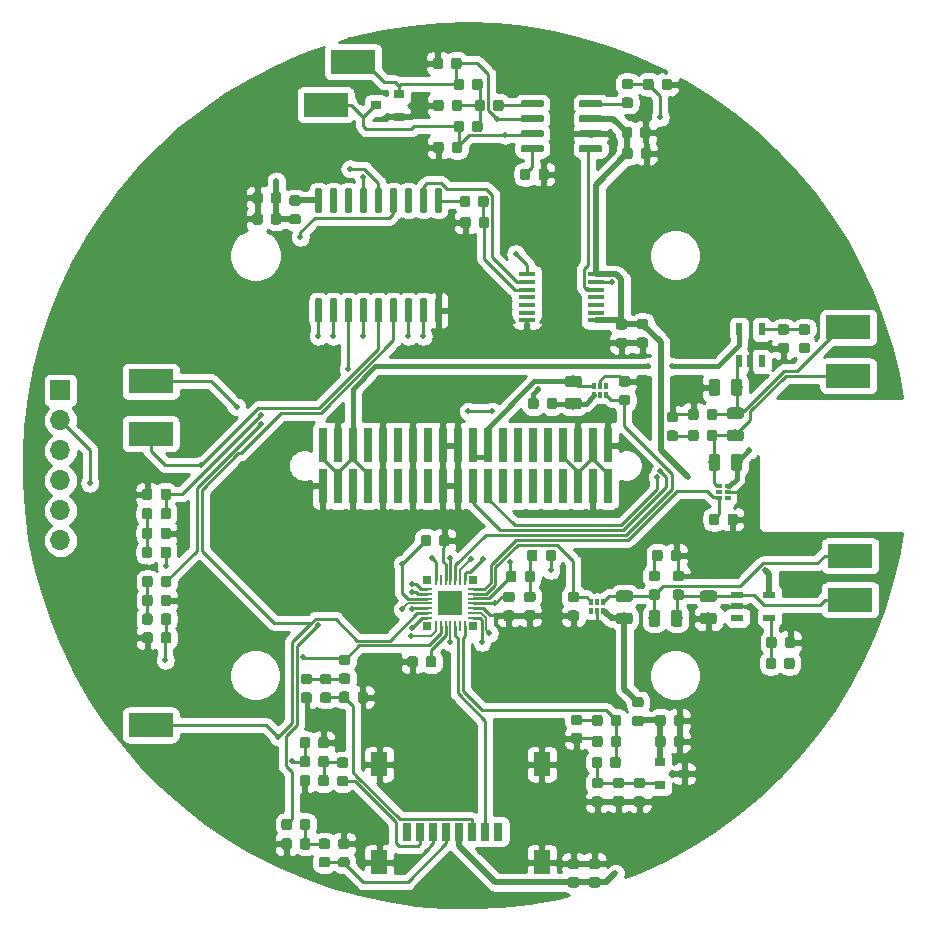
<source format=gbr>
G04 #@! TF.GenerationSoftware,KiCad,Pcbnew,(5.1.4)-1*
G04 #@! TF.CreationDate,2020-01-28T11:40:39-05:00*
G04 #@! TF.ProjectId,PDL_1920,50444c5f-3139-4323-902e-6b696361645f,rev?*
G04 #@! TF.SameCoordinates,Original*
G04 #@! TF.FileFunction,Copper,L1,Top*
G04 #@! TF.FilePolarity,Positive*
%FSLAX46Y46*%
G04 Gerber Fmt 4.6, Leading zero omitted, Abs format (unit mm)*
G04 Created by KiCad (PCBNEW (5.1.4)-1) date 2020-01-28 11:40:39*
%MOMM*%
%LPD*%
G04 APERTURE LIST*
%ADD10C,0.100000*%
%ADD11C,0.875000*%
%ADD12R,3.800000X2.030000*%
%ADD13R,0.740000X2.920000*%
%ADD14R,0.200000X0.850000*%
%ADD15R,0.850000X0.200000*%
%ADD16R,2.000000X2.000000*%
%ADD17R,0.780000X0.780000*%
%ADD18R,0.300000X0.490000*%
%ADD19R,0.300000X0.520000*%
%ADD20R,1.450000X2.000000*%
%ADD21R,0.800000X1.500000*%
%ADD22O,1.700000X1.700000*%
%ADD23R,1.700000X1.700000*%
%ADD24C,0.600000*%
%ADD25R,1.475000X0.450000*%
%ADD26R,1.050000X0.600000*%
%ADD27R,0.600000X1.050000*%
%ADD28R,0.900000X0.800000*%
%ADD29C,0.975000*%
%ADD30R,0.490000X0.300000*%
%ADD31R,0.520000X0.300000*%
%ADD32C,0.508000*%
%ADD33C,0.254000*%
%ADD34C,0.381000*%
%ADD35C,0.508000*%
%ADD36C,0.203200*%
G04 APERTURE END LIST*
D10*
G36*
X167282691Y-146616653D02*
G01*
X167303926Y-146619803D01*
X167324750Y-146625019D01*
X167344962Y-146632251D01*
X167364368Y-146641430D01*
X167382781Y-146652466D01*
X167400024Y-146665254D01*
X167415930Y-146679670D01*
X167430346Y-146695576D01*
X167443134Y-146712819D01*
X167454170Y-146731232D01*
X167463349Y-146750638D01*
X167470581Y-146770850D01*
X167475797Y-146791674D01*
X167478947Y-146812909D01*
X167480000Y-146834350D01*
X167480000Y-147271850D01*
X167478947Y-147293291D01*
X167475797Y-147314526D01*
X167470581Y-147335350D01*
X167463349Y-147355562D01*
X167454170Y-147374968D01*
X167443134Y-147393381D01*
X167430346Y-147410624D01*
X167415930Y-147426530D01*
X167400024Y-147440946D01*
X167382781Y-147453734D01*
X167364368Y-147464770D01*
X167344962Y-147473949D01*
X167324750Y-147481181D01*
X167303926Y-147486397D01*
X167282691Y-147489547D01*
X167261250Y-147490600D01*
X166748750Y-147490600D01*
X166727309Y-147489547D01*
X166706074Y-147486397D01*
X166685250Y-147481181D01*
X166665038Y-147473949D01*
X166645632Y-147464770D01*
X166627219Y-147453734D01*
X166609976Y-147440946D01*
X166594070Y-147426530D01*
X166579654Y-147410624D01*
X166566866Y-147393381D01*
X166555830Y-147374968D01*
X166546651Y-147355562D01*
X166539419Y-147335350D01*
X166534203Y-147314526D01*
X166531053Y-147293291D01*
X166530000Y-147271850D01*
X166530000Y-146834350D01*
X166531053Y-146812909D01*
X166534203Y-146791674D01*
X166539419Y-146770850D01*
X166546651Y-146750638D01*
X166555830Y-146731232D01*
X166566866Y-146712819D01*
X166579654Y-146695576D01*
X166594070Y-146679670D01*
X166609976Y-146665254D01*
X166627219Y-146652466D01*
X166645632Y-146641430D01*
X166665038Y-146632251D01*
X166685250Y-146625019D01*
X166706074Y-146619803D01*
X166727309Y-146616653D01*
X166748750Y-146615600D01*
X167261250Y-146615600D01*
X167282691Y-146616653D01*
X167282691Y-146616653D01*
G37*
D11*
X167005000Y-147053100D03*
D10*
G36*
X167282691Y-148191653D02*
G01*
X167303926Y-148194803D01*
X167324750Y-148200019D01*
X167344962Y-148207251D01*
X167364368Y-148216430D01*
X167382781Y-148227466D01*
X167400024Y-148240254D01*
X167415930Y-148254670D01*
X167430346Y-148270576D01*
X167443134Y-148287819D01*
X167454170Y-148306232D01*
X167463349Y-148325638D01*
X167470581Y-148345850D01*
X167475797Y-148366674D01*
X167478947Y-148387909D01*
X167480000Y-148409350D01*
X167480000Y-148846850D01*
X167478947Y-148868291D01*
X167475797Y-148889526D01*
X167470581Y-148910350D01*
X167463349Y-148930562D01*
X167454170Y-148949968D01*
X167443134Y-148968381D01*
X167430346Y-148985624D01*
X167415930Y-149001530D01*
X167400024Y-149015946D01*
X167382781Y-149028734D01*
X167364368Y-149039770D01*
X167344962Y-149048949D01*
X167324750Y-149056181D01*
X167303926Y-149061397D01*
X167282691Y-149064547D01*
X167261250Y-149065600D01*
X166748750Y-149065600D01*
X166727309Y-149064547D01*
X166706074Y-149061397D01*
X166685250Y-149056181D01*
X166665038Y-149048949D01*
X166645632Y-149039770D01*
X166627219Y-149028734D01*
X166609976Y-149015946D01*
X166594070Y-149001530D01*
X166579654Y-148985624D01*
X166566866Y-148968381D01*
X166555830Y-148949968D01*
X166546651Y-148930562D01*
X166539419Y-148910350D01*
X166534203Y-148889526D01*
X166531053Y-148868291D01*
X166530000Y-148846850D01*
X166530000Y-148409350D01*
X166531053Y-148387909D01*
X166534203Y-148366674D01*
X166539419Y-148345850D01*
X166546651Y-148325638D01*
X166555830Y-148306232D01*
X166566866Y-148287819D01*
X166579654Y-148270576D01*
X166594070Y-148254670D01*
X166609976Y-148240254D01*
X166627219Y-148227466D01*
X166645632Y-148216430D01*
X166665038Y-148207251D01*
X166685250Y-148200019D01*
X166706074Y-148194803D01*
X166727309Y-148191653D01*
X166748750Y-148190600D01*
X167261250Y-148190600D01*
X167282691Y-148191653D01*
X167282691Y-148191653D01*
G37*
D11*
X167005000Y-148628100D03*
D12*
X125755400Y-119888000D03*
X125742700Y-124320300D03*
X125742700Y-148983700D03*
X142887700Y-92811600D03*
X140563600Y-96469200D03*
X184975500Y-134658100D03*
X184975500Y-138379200D03*
X184823100Y-119430800D03*
X184823100Y-115316000D03*
D10*
G36*
X138250491Y-105722853D02*
G01*
X138271726Y-105726003D01*
X138292550Y-105731219D01*
X138312762Y-105738451D01*
X138332168Y-105747630D01*
X138350581Y-105758666D01*
X138367824Y-105771454D01*
X138383730Y-105785870D01*
X138398146Y-105801776D01*
X138410934Y-105819019D01*
X138421970Y-105837432D01*
X138431149Y-105856838D01*
X138438381Y-105877050D01*
X138443597Y-105897874D01*
X138446747Y-105919109D01*
X138447800Y-105940550D01*
X138447800Y-106378050D01*
X138446747Y-106399491D01*
X138443597Y-106420726D01*
X138438381Y-106441550D01*
X138431149Y-106461762D01*
X138421970Y-106481168D01*
X138410934Y-106499581D01*
X138398146Y-106516824D01*
X138383730Y-106532730D01*
X138367824Y-106547146D01*
X138350581Y-106559934D01*
X138332168Y-106570970D01*
X138312762Y-106580149D01*
X138292550Y-106587381D01*
X138271726Y-106592597D01*
X138250491Y-106595747D01*
X138229050Y-106596800D01*
X137716550Y-106596800D01*
X137695109Y-106595747D01*
X137673874Y-106592597D01*
X137653050Y-106587381D01*
X137632838Y-106580149D01*
X137613432Y-106570970D01*
X137595019Y-106559934D01*
X137577776Y-106547146D01*
X137561870Y-106532730D01*
X137547454Y-106516824D01*
X137534666Y-106499581D01*
X137523630Y-106481168D01*
X137514451Y-106461762D01*
X137507219Y-106441550D01*
X137502003Y-106420726D01*
X137498853Y-106399491D01*
X137497800Y-106378050D01*
X137497800Y-105940550D01*
X137498853Y-105919109D01*
X137502003Y-105897874D01*
X137507219Y-105877050D01*
X137514451Y-105856838D01*
X137523630Y-105837432D01*
X137534666Y-105819019D01*
X137547454Y-105801776D01*
X137561870Y-105785870D01*
X137577776Y-105771454D01*
X137595019Y-105758666D01*
X137613432Y-105747630D01*
X137632838Y-105738451D01*
X137653050Y-105731219D01*
X137673874Y-105726003D01*
X137695109Y-105722853D01*
X137716550Y-105721800D01*
X138229050Y-105721800D01*
X138250491Y-105722853D01*
X138250491Y-105722853D01*
G37*
D11*
X137972800Y-106159300D03*
D10*
G36*
X138250491Y-104147853D02*
G01*
X138271726Y-104151003D01*
X138292550Y-104156219D01*
X138312762Y-104163451D01*
X138332168Y-104172630D01*
X138350581Y-104183666D01*
X138367824Y-104196454D01*
X138383730Y-104210870D01*
X138398146Y-104226776D01*
X138410934Y-104244019D01*
X138421970Y-104262432D01*
X138431149Y-104281838D01*
X138438381Y-104302050D01*
X138443597Y-104322874D01*
X138446747Y-104344109D01*
X138447800Y-104365550D01*
X138447800Y-104803050D01*
X138446747Y-104824491D01*
X138443597Y-104845726D01*
X138438381Y-104866550D01*
X138431149Y-104886762D01*
X138421970Y-104906168D01*
X138410934Y-104924581D01*
X138398146Y-104941824D01*
X138383730Y-104957730D01*
X138367824Y-104972146D01*
X138350581Y-104984934D01*
X138332168Y-104995970D01*
X138312762Y-105005149D01*
X138292550Y-105012381D01*
X138271726Y-105017597D01*
X138250491Y-105020747D01*
X138229050Y-105021800D01*
X137716550Y-105021800D01*
X137695109Y-105020747D01*
X137673874Y-105017597D01*
X137653050Y-105012381D01*
X137632838Y-105005149D01*
X137613432Y-104995970D01*
X137595019Y-104984934D01*
X137577776Y-104972146D01*
X137561870Y-104957730D01*
X137547454Y-104941824D01*
X137534666Y-104924581D01*
X137523630Y-104906168D01*
X137514451Y-104886762D01*
X137507219Y-104866550D01*
X137502003Y-104845726D01*
X137498853Y-104824491D01*
X137497800Y-104803050D01*
X137497800Y-104365550D01*
X137498853Y-104344109D01*
X137502003Y-104322874D01*
X137507219Y-104302050D01*
X137514451Y-104281838D01*
X137523630Y-104262432D01*
X137534666Y-104244019D01*
X137547454Y-104226776D01*
X137561870Y-104210870D01*
X137577776Y-104196454D01*
X137595019Y-104183666D01*
X137613432Y-104172630D01*
X137632838Y-104163451D01*
X137653050Y-104156219D01*
X137673874Y-104151003D01*
X137695109Y-104147853D01*
X137716550Y-104146800D01*
X138229050Y-104146800D01*
X138250491Y-104147853D01*
X138250491Y-104147853D01*
G37*
D11*
X137972800Y-104584300D03*
D10*
G36*
X159968091Y-121293653D02*
G01*
X159989326Y-121296803D01*
X160010150Y-121302019D01*
X160030362Y-121309251D01*
X160049768Y-121318430D01*
X160068181Y-121329466D01*
X160085424Y-121342254D01*
X160101330Y-121356670D01*
X160115746Y-121372576D01*
X160128534Y-121389819D01*
X160139570Y-121408232D01*
X160148749Y-121427638D01*
X160155981Y-121447850D01*
X160161197Y-121468674D01*
X160164347Y-121489909D01*
X160165400Y-121511350D01*
X160165400Y-122023850D01*
X160164347Y-122045291D01*
X160161197Y-122066526D01*
X160155981Y-122087350D01*
X160148749Y-122107562D01*
X160139570Y-122126968D01*
X160128534Y-122145381D01*
X160115746Y-122162624D01*
X160101330Y-122178530D01*
X160085424Y-122192946D01*
X160068181Y-122205734D01*
X160049768Y-122216770D01*
X160030362Y-122225949D01*
X160010150Y-122233181D01*
X159989326Y-122238397D01*
X159968091Y-122241547D01*
X159946650Y-122242600D01*
X159509150Y-122242600D01*
X159487709Y-122241547D01*
X159466474Y-122238397D01*
X159445650Y-122233181D01*
X159425438Y-122225949D01*
X159406032Y-122216770D01*
X159387619Y-122205734D01*
X159370376Y-122192946D01*
X159354470Y-122178530D01*
X159340054Y-122162624D01*
X159327266Y-122145381D01*
X159316230Y-122126968D01*
X159307051Y-122107562D01*
X159299819Y-122087350D01*
X159294603Y-122066526D01*
X159291453Y-122045291D01*
X159290400Y-122023850D01*
X159290400Y-121511350D01*
X159291453Y-121489909D01*
X159294603Y-121468674D01*
X159299819Y-121447850D01*
X159307051Y-121427638D01*
X159316230Y-121408232D01*
X159327266Y-121389819D01*
X159340054Y-121372576D01*
X159354470Y-121356670D01*
X159370376Y-121342254D01*
X159387619Y-121329466D01*
X159406032Y-121318430D01*
X159425438Y-121309251D01*
X159445650Y-121302019D01*
X159466474Y-121296803D01*
X159487709Y-121293653D01*
X159509150Y-121292600D01*
X159946650Y-121292600D01*
X159968091Y-121293653D01*
X159968091Y-121293653D01*
G37*
D11*
X159727900Y-121767600D03*
D10*
G36*
X158393091Y-121293653D02*
G01*
X158414326Y-121296803D01*
X158435150Y-121302019D01*
X158455362Y-121309251D01*
X158474768Y-121318430D01*
X158493181Y-121329466D01*
X158510424Y-121342254D01*
X158526330Y-121356670D01*
X158540746Y-121372576D01*
X158553534Y-121389819D01*
X158564570Y-121408232D01*
X158573749Y-121427638D01*
X158580981Y-121447850D01*
X158586197Y-121468674D01*
X158589347Y-121489909D01*
X158590400Y-121511350D01*
X158590400Y-122023850D01*
X158589347Y-122045291D01*
X158586197Y-122066526D01*
X158580981Y-122087350D01*
X158573749Y-122107562D01*
X158564570Y-122126968D01*
X158553534Y-122145381D01*
X158540746Y-122162624D01*
X158526330Y-122178530D01*
X158510424Y-122192946D01*
X158493181Y-122205734D01*
X158474768Y-122216770D01*
X158455362Y-122225949D01*
X158435150Y-122233181D01*
X158414326Y-122238397D01*
X158393091Y-122241547D01*
X158371650Y-122242600D01*
X157934150Y-122242600D01*
X157912709Y-122241547D01*
X157891474Y-122238397D01*
X157870650Y-122233181D01*
X157850438Y-122225949D01*
X157831032Y-122216770D01*
X157812619Y-122205734D01*
X157795376Y-122192946D01*
X157779470Y-122178530D01*
X157765054Y-122162624D01*
X157752266Y-122145381D01*
X157741230Y-122126968D01*
X157732051Y-122107562D01*
X157724819Y-122087350D01*
X157719603Y-122066526D01*
X157716453Y-122045291D01*
X157715400Y-122023850D01*
X157715400Y-121511350D01*
X157716453Y-121489909D01*
X157719603Y-121468674D01*
X157724819Y-121447850D01*
X157732051Y-121427638D01*
X157741230Y-121408232D01*
X157752266Y-121389819D01*
X157765054Y-121372576D01*
X157779470Y-121356670D01*
X157795376Y-121342254D01*
X157812619Y-121329466D01*
X157831032Y-121318430D01*
X157850438Y-121309251D01*
X157870650Y-121302019D01*
X157891474Y-121296803D01*
X157912709Y-121293653D01*
X157934150Y-121292600D01*
X158371650Y-121292600D01*
X158393091Y-121293653D01*
X158393091Y-121293653D01*
G37*
D11*
X158152900Y-121767600D03*
D13*
X140335000Y-128744200D03*
X140335000Y-125314200D03*
X141605000Y-128744200D03*
X141605000Y-125314200D03*
X142875000Y-128744200D03*
X142875000Y-125314200D03*
X144145000Y-128744200D03*
X144145000Y-125314200D03*
X145415000Y-128744200D03*
X145415000Y-125314200D03*
X146685000Y-128744200D03*
X146685000Y-125314200D03*
X147955000Y-128744200D03*
X147955000Y-125314200D03*
X149225000Y-128744200D03*
X149225000Y-125314200D03*
X150495000Y-128744200D03*
X150495000Y-125314200D03*
X151765000Y-128744200D03*
X151765000Y-125314200D03*
X153035000Y-128744200D03*
X153035000Y-125314200D03*
X154305000Y-128744200D03*
X154305000Y-125314200D03*
X155575000Y-128744200D03*
X155575000Y-125314200D03*
X156845000Y-128744200D03*
X156845000Y-125314200D03*
X158115000Y-128744200D03*
X158115000Y-125314200D03*
X159385000Y-128744200D03*
X159385000Y-125314200D03*
X160655000Y-128744200D03*
X160655000Y-125314200D03*
X161925000Y-128744200D03*
X161925000Y-125314200D03*
X163195000Y-128744200D03*
X163195000Y-125314200D03*
X164465000Y-128744200D03*
X164465000Y-125314200D03*
D14*
X152330000Y-136734000D03*
X151930000Y-136734000D03*
X151530000Y-136734000D03*
X151130000Y-136734000D03*
X150730000Y-136734000D03*
X150330000Y-136734000D03*
X149930000Y-136734000D03*
D15*
X149180000Y-137484000D03*
X149180000Y-137884000D03*
X149180000Y-138284000D03*
X149180000Y-138684000D03*
X149180000Y-139084000D03*
X149180000Y-139484000D03*
X149180000Y-139884000D03*
D14*
X149930000Y-140634000D03*
X150330000Y-140634000D03*
X150730000Y-140634000D03*
X151130000Y-140634000D03*
X151530000Y-140634000D03*
X151930000Y-140634000D03*
X152330000Y-140634000D03*
D15*
X153080000Y-139884000D03*
X153080000Y-139484000D03*
X153080000Y-139084000D03*
X153080000Y-138684000D03*
X153080000Y-138284000D03*
X153080000Y-137884000D03*
X153080000Y-137484000D03*
D16*
X151130000Y-138684000D03*
D17*
X153080000Y-136734000D03*
X149180000Y-136734000D03*
X149180000Y-140634000D03*
X153080000Y-140634000D03*
D18*
X163330000Y-120275000D03*
X163830000Y-120275000D03*
X164330000Y-120275000D03*
X164330000Y-121025000D03*
D19*
X163330000Y-121040000D03*
D18*
X163830000Y-121025000D03*
D20*
X158860000Y-160610000D03*
X158860000Y-152310000D03*
X145110000Y-152310000D03*
X145110000Y-160610000D03*
D21*
X147490000Y-158010000D03*
X148590000Y-158010000D03*
X149690000Y-158010000D03*
X150790000Y-158010000D03*
X151890000Y-158010000D03*
X152990000Y-158010000D03*
X154090000Y-158010000D03*
X155190000Y-158010000D03*
D10*
G36*
X169150191Y-148116053D02*
G01*
X169171426Y-148119203D01*
X169192250Y-148124419D01*
X169212462Y-148131651D01*
X169231868Y-148140830D01*
X169250281Y-148151866D01*
X169267524Y-148164654D01*
X169283430Y-148179070D01*
X169297846Y-148194976D01*
X169310634Y-148212219D01*
X169321670Y-148230632D01*
X169330849Y-148250038D01*
X169338081Y-148270250D01*
X169343297Y-148291074D01*
X169346447Y-148312309D01*
X169347500Y-148333750D01*
X169347500Y-148846250D01*
X169346447Y-148867691D01*
X169343297Y-148888926D01*
X169338081Y-148909750D01*
X169330849Y-148929962D01*
X169321670Y-148949368D01*
X169310634Y-148967781D01*
X169297846Y-148985024D01*
X169283430Y-149000930D01*
X169267524Y-149015346D01*
X169250281Y-149028134D01*
X169231868Y-149039170D01*
X169212462Y-149048349D01*
X169192250Y-149055581D01*
X169171426Y-149060797D01*
X169150191Y-149063947D01*
X169128750Y-149065000D01*
X168691250Y-149065000D01*
X168669809Y-149063947D01*
X168648574Y-149060797D01*
X168627750Y-149055581D01*
X168607538Y-149048349D01*
X168588132Y-149039170D01*
X168569719Y-149028134D01*
X168552476Y-149015346D01*
X168536570Y-149000930D01*
X168522154Y-148985024D01*
X168509366Y-148967781D01*
X168498330Y-148949368D01*
X168489151Y-148929962D01*
X168481919Y-148909750D01*
X168476703Y-148888926D01*
X168473553Y-148867691D01*
X168472500Y-148846250D01*
X168472500Y-148333750D01*
X168473553Y-148312309D01*
X168476703Y-148291074D01*
X168481919Y-148270250D01*
X168489151Y-148250038D01*
X168498330Y-148230632D01*
X168509366Y-148212219D01*
X168522154Y-148194976D01*
X168536570Y-148179070D01*
X168552476Y-148164654D01*
X168569719Y-148151866D01*
X168588132Y-148140830D01*
X168607538Y-148131651D01*
X168627750Y-148124419D01*
X168648574Y-148119203D01*
X168669809Y-148116053D01*
X168691250Y-148115000D01*
X169128750Y-148115000D01*
X169150191Y-148116053D01*
X169150191Y-148116053D01*
G37*
D11*
X168910000Y-148590000D03*
D10*
G36*
X170725191Y-148116053D02*
G01*
X170746426Y-148119203D01*
X170767250Y-148124419D01*
X170787462Y-148131651D01*
X170806868Y-148140830D01*
X170825281Y-148151866D01*
X170842524Y-148164654D01*
X170858430Y-148179070D01*
X170872846Y-148194976D01*
X170885634Y-148212219D01*
X170896670Y-148230632D01*
X170905849Y-148250038D01*
X170913081Y-148270250D01*
X170918297Y-148291074D01*
X170921447Y-148312309D01*
X170922500Y-148333750D01*
X170922500Y-148846250D01*
X170921447Y-148867691D01*
X170918297Y-148888926D01*
X170913081Y-148909750D01*
X170905849Y-148929962D01*
X170896670Y-148949368D01*
X170885634Y-148967781D01*
X170872846Y-148985024D01*
X170858430Y-149000930D01*
X170842524Y-149015346D01*
X170825281Y-149028134D01*
X170806868Y-149039170D01*
X170787462Y-149048349D01*
X170767250Y-149055581D01*
X170746426Y-149060797D01*
X170725191Y-149063947D01*
X170703750Y-149065000D01*
X170266250Y-149065000D01*
X170244809Y-149063947D01*
X170223574Y-149060797D01*
X170202750Y-149055581D01*
X170182538Y-149048349D01*
X170163132Y-149039170D01*
X170144719Y-149028134D01*
X170127476Y-149015346D01*
X170111570Y-149000930D01*
X170097154Y-148985024D01*
X170084366Y-148967781D01*
X170073330Y-148949368D01*
X170064151Y-148929962D01*
X170056919Y-148909750D01*
X170051703Y-148888926D01*
X170048553Y-148867691D01*
X170047500Y-148846250D01*
X170047500Y-148333750D01*
X170048553Y-148312309D01*
X170051703Y-148291074D01*
X170056919Y-148270250D01*
X170064151Y-148250038D01*
X170073330Y-148230632D01*
X170084366Y-148212219D01*
X170097154Y-148194976D01*
X170111570Y-148179070D01*
X170127476Y-148164654D01*
X170144719Y-148151866D01*
X170163132Y-148140830D01*
X170182538Y-148131651D01*
X170202750Y-148124419D01*
X170223574Y-148119203D01*
X170244809Y-148116053D01*
X170266250Y-148115000D01*
X170703750Y-148115000D01*
X170725191Y-148116053D01*
X170725191Y-148116053D01*
G37*
D11*
X170485000Y-148590000D03*
D22*
X118110000Y-133350000D03*
X118110000Y-130810000D03*
X118110000Y-128270000D03*
X118110000Y-125730000D03*
X118110000Y-123190000D03*
D23*
X118110000Y-120650000D03*
D10*
G36*
X150278703Y-112845722D02*
G01*
X150293264Y-112847882D01*
X150307543Y-112851459D01*
X150321403Y-112856418D01*
X150334710Y-112862712D01*
X150347336Y-112870280D01*
X150359159Y-112879048D01*
X150370066Y-112888934D01*
X150379952Y-112899841D01*
X150388720Y-112911664D01*
X150396288Y-112924290D01*
X150402582Y-112937597D01*
X150407541Y-112951457D01*
X150411118Y-112965736D01*
X150413278Y-112980297D01*
X150414000Y-112995000D01*
X150414000Y-114745000D01*
X150413278Y-114759703D01*
X150411118Y-114774264D01*
X150407541Y-114788543D01*
X150402582Y-114802403D01*
X150396288Y-114815710D01*
X150388720Y-114828336D01*
X150379952Y-114840159D01*
X150370066Y-114851066D01*
X150359159Y-114860952D01*
X150347336Y-114869720D01*
X150334710Y-114877288D01*
X150321403Y-114883582D01*
X150307543Y-114888541D01*
X150293264Y-114892118D01*
X150278703Y-114894278D01*
X150264000Y-114895000D01*
X149964000Y-114895000D01*
X149949297Y-114894278D01*
X149934736Y-114892118D01*
X149920457Y-114888541D01*
X149906597Y-114883582D01*
X149893290Y-114877288D01*
X149880664Y-114869720D01*
X149868841Y-114860952D01*
X149857934Y-114851066D01*
X149848048Y-114840159D01*
X149839280Y-114828336D01*
X149831712Y-114815710D01*
X149825418Y-114802403D01*
X149820459Y-114788543D01*
X149816882Y-114774264D01*
X149814722Y-114759703D01*
X149814000Y-114745000D01*
X149814000Y-112995000D01*
X149814722Y-112980297D01*
X149816882Y-112965736D01*
X149820459Y-112951457D01*
X149825418Y-112937597D01*
X149831712Y-112924290D01*
X149839280Y-112911664D01*
X149848048Y-112899841D01*
X149857934Y-112888934D01*
X149868841Y-112879048D01*
X149880664Y-112870280D01*
X149893290Y-112862712D01*
X149906597Y-112856418D01*
X149920457Y-112851459D01*
X149934736Y-112847882D01*
X149949297Y-112845722D01*
X149964000Y-112845000D01*
X150264000Y-112845000D01*
X150278703Y-112845722D01*
X150278703Y-112845722D01*
G37*
D24*
X150114000Y-113870000D03*
D10*
G36*
X149008703Y-112845722D02*
G01*
X149023264Y-112847882D01*
X149037543Y-112851459D01*
X149051403Y-112856418D01*
X149064710Y-112862712D01*
X149077336Y-112870280D01*
X149089159Y-112879048D01*
X149100066Y-112888934D01*
X149109952Y-112899841D01*
X149118720Y-112911664D01*
X149126288Y-112924290D01*
X149132582Y-112937597D01*
X149137541Y-112951457D01*
X149141118Y-112965736D01*
X149143278Y-112980297D01*
X149144000Y-112995000D01*
X149144000Y-114745000D01*
X149143278Y-114759703D01*
X149141118Y-114774264D01*
X149137541Y-114788543D01*
X149132582Y-114802403D01*
X149126288Y-114815710D01*
X149118720Y-114828336D01*
X149109952Y-114840159D01*
X149100066Y-114851066D01*
X149089159Y-114860952D01*
X149077336Y-114869720D01*
X149064710Y-114877288D01*
X149051403Y-114883582D01*
X149037543Y-114888541D01*
X149023264Y-114892118D01*
X149008703Y-114894278D01*
X148994000Y-114895000D01*
X148694000Y-114895000D01*
X148679297Y-114894278D01*
X148664736Y-114892118D01*
X148650457Y-114888541D01*
X148636597Y-114883582D01*
X148623290Y-114877288D01*
X148610664Y-114869720D01*
X148598841Y-114860952D01*
X148587934Y-114851066D01*
X148578048Y-114840159D01*
X148569280Y-114828336D01*
X148561712Y-114815710D01*
X148555418Y-114802403D01*
X148550459Y-114788543D01*
X148546882Y-114774264D01*
X148544722Y-114759703D01*
X148544000Y-114745000D01*
X148544000Y-112995000D01*
X148544722Y-112980297D01*
X148546882Y-112965736D01*
X148550459Y-112951457D01*
X148555418Y-112937597D01*
X148561712Y-112924290D01*
X148569280Y-112911664D01*
X148578048Y-112899841D01*
X148587934Y-112888934D01*
X148598841Y-112879048D01*
X148610664Y-112870280D01*
X148623290Y-112862712D01*
X148636597Y-112856418D01*
X148650457Y-112851459D01*
X148664736Y-112847882D01*
X148679297Y-112845722D01*
X148694000Y-112845000D01*
X148994000Y-112845000D01*
X149008703Y-112845722D01*
X149008703Y-112845722D01*
G37*
D24*
X148844000Y-113870000D03*
D10*
G36*
X147738703Y-112845722D02*
G01*
X147753264Y-112847882D01*
X147767543Y-112851459D01*
X147781403Y-112856418D01*
X147794710Y-112862712D01*
X147807336Y-112870280D01*
X147819159Y-112879048D01*
X147830066Y-112888934D01*
X147839952Y-112899841D01*
X147848720Y-112911664D01*
X147856288Y-112924290D01*
X147862582Y-112937597D01*
X147867541Y-112951457D01*
X147871118Y-112965736D01*
X147873278Y-112980297D01*
X147874000Y-112995000D01*
X147874000Y-114745000D01*
X147873278Y-114759703D01*
X147871118Y-114774264D01*
X147867541Y-114788543D01*
X147862582Y-114802403D01*
X147856288Y-114815710D01*
X147848720Y-114828336D01*
X147839952Y-114840159D01*
X147830066Y-114851066D01*
X147819159Y-114860952D01*
X147807336Y-114869720D01*
X147794710Y-114877288D01*
X147781403Y-114883582D01*
X147767543Y-114888541D01*
X147753264Y-114892118D01*
X147738703Y-114894278D01*
X147724000Y-114895000D01*
X147424000Y-114895000D01*
X147409297Y-114894278D01*
X147394736Y-114892118D01*
X147380457Y-114888541D01*
X147366597Y-114883582D01*
X147353290Y-114877288D01*
X147340664Y-114869720D01*
X147328841Y-114860952D01*
X147317934Y-114851066D01*
X147308048Y-114840159D01*
X147299280Y-114828336D01*
X147291712Y-114815710D01*
X147285418Y-114802403D01*
X147280459Y-114788543D01*
X147276882Y-114774264D01*
X147274722Y-114759703D01*
X147274000Y-114745000D01*
X147274000Y-112995000D01*
X147274722Y-112980297D01*
X147276882Y-112965736D01*
X147280459Y-112951457D01*
X147285418Y-112937597D01*
X147291712Y-112924290D01*
X147299280Y-112911664D01*
X147308048Y-112899841D01*
X147317934Y-112888934D01*
X147328841Y-112879048D01*
X147340664Y-112870280D01*
X147353290Y-112862712D01*
X147366597Y-112856418D01*
X147380457Y-112851459D01*
X147394736Y-112847882D01*
X147409297Y-112845722D01*
X147424000Y-112845000D01*
X147724000Y-112845000D01*
X147738703Y-112845722D01*
X147738703Y-112845722D01*
G37*
D24*
X147574000Y-113870000D03*
D10*
G36*
X146468703Y-112845722D02*
G01*
X146483264Y-112847882D01*
X146497543Y-112851459D01*
X146511403Y-112856418D01*
X146524710Y-112862712D01*
X146537336Y-112870280D01*
X146549159Y-112879048D01*
X146560066Y-112888934D01*
X146569952Y-112899841D01*
X146578720Y-112911664D01*
X146586288Y-112924290D01*
X146592582Y-112937597D01*
X146597541Y-112951457D01*
X146601118Y-112965736D01*
X146603278Y-112980297D01*
X146604000Y-112995000D01*
X146604000Y-114745000D01*
X146603278Y-114759703D01*
X146601118Y-114774264D01*
X146597541Y-114788543D01*
X146592582Y-114802403D01*
X146586288Y-114815710D01*
X146578720Y-114828336D01*
X146569952Y-114840159D01*
X146560066Y-114851066D01*
X146549159Y-114860952D01*
X146537336Y-114869720D01*
X146524710Y-114877288D01*
X146511403Y-114883582D01*
X146497543Y-114888541D01*
X146483264Y-114892118D01*
X146468703Y-114894278D01*
X146454000Y-114895000D01*
X146154000Y-114895000D01*
X146139297Y-114894278D01*
X146124736Y-114892118D01*
X146110457Y-114888541D01*
X146096597Y-114883582D01*
X146083290Y-114877288D01*
X146070664Y-114869720D01*
X146058841Y-114860952D01*
X146047934Y-114851066D01*
X146038048Y-114840159D01*
X146029280Y-114828336D01*
X146021712Y-114815710D01*
X146015418Y-114802403D01*
X146010459Y-114788543D01*
X146006882Y-114774264D01*
X146004722Y-114759703D01*
X146004000Y-114745000D01*
X146004000Y-112995000D01*
X146004722Y-112980297D01*
X146006882Y-112965736D01*
X146010459Y-112951457D01*
X146015418Y-112937597D01*
X146021712Y-112924290D01*
X146029280Y-112911664D01*
X146038048Y-112899841D01*
X146047934Y-112888934D01*
X146058841Y-112879048D01*
X146070664Y-112870280D01*
X146083290Y-112862712D01*
X146096597Y-112856418D01*
X146110457Y-112851459D01*
X146124736Y-112847882D01*
X146139297Y-112845722D01*
X146154000Y-112845000D01*
X146454000Y-112845000D01*
X146468703Y-112845722D01*
X146468703Y-112845722D01*
G37*
D24*
X146304000Y-113870000D03*
D10*
G36*
X145198703Y-112845722D02*
G01*
X145213264Y-112847882D01*
X145227543Y-112851459D01*
X145241403Y-112856418D01*
X145254710Y-112862712D01*
X145267336Y-112870280D01*
X145279159Y-112879048D01*
X145290066Y-112888934D01*
X145299952Y-112899841D01*
X145308720Y-112911664D01*
X145316288Y-112924290D01*
X145322582Y-112937597D01*
X145327541Y-112951457D01*
X145331118Y-112965736D01*
X145333278Y-112980297D01*
X145334000Y-112995000D01*
X145334000Y-114745000D01*
X145333278Y-114759703D01*
X145331118Y-114774264D01*
X145327541Y-114788543D01*
X145322582Y-114802403D01*
X145316288Y-114815710D01*
X145308720Y-114828336D01*
X145299952Y-114840159D01*
X145290066Y-114851066D01*
X145279159Y-114860952D01*
X145267336Y-114869720D01*
X145254710Y-114877288D01*
X145241403Y-114883582D01*
X145227543Y-114888541D01*
X145213264Y-114892118D01*
X145198703Y-114894278D01*
X145184000Y-114895000D01*
X144884000Y-114895000D01*
X144869297Y-114894278D01*
X144854736Y-114892118D01*
X144840457Y-114888541D01*
X144826597Y-114883582D01*
X144813290Y-114877288D01*
X144800664Y-114869720D01*
X144788841Y-114860952D01*
X144777934Y-114851066D01*
X144768048Y-114840159D01*
X144759280Y-114828336D01*
X144751712Y-114815710D01*
X144745418Y-114802403D01*
X144740459Y-114788543D01*
X144736882Y-114774264D01*
X144734722Y-114759703D01*
X144734000Y-114745000D01*
X144734000Y-112995000D01*
X144734722Y-112980297D01*
X144736882Y-112965736D01*
X144740459Y-112951457D01*
X144745418Y-112937597D01*
X144751712Y-112924290D01*
X144759280Y-112911664D01*
X144768048Y-112899841D01*
X144777934Y-112888934D01*
X144788841Y-112879048D01*
X144800664Y-112870280D01*
X144813290Y-112862712D01*
X144826597Y-112856418D01*
X144840457Y-112851459D01*
X144854736Y-112847882D01*
X144869297Y-112845722D01*
X144884000Y-112845000D01*
X145184000Y-112845000D01*
X145198703Y-112845722D01*
X145198703Y-112845722D01*
G37*
D24*
X145034000Y-113870000D03*
D10*
G36*
X143928703Y-112845722D02*
G01*
X143943264Y-112847882D01*
X143957543Y-112851459D01*
X143971403Y-112856418D01*
X143984710Y-112862712D01*
X143997336Y-112870280D01*
X144009159Y-112879048D01*
X144020066Y-112888934D01*
X144029952Y-112899841D01*
X144038720Y-112911664D01*
X144046288Y-112924290D01*
X144052582Y-112937597D01*
X144057541Y-112951457D01*
X144061118Y-112965736D01*
X144063278Y-112980297D01*
X144064000Y-112995000D01*
X144064000Y-114745000D01*
X144063278Y-114759703D01*
X144061118Y-114774264D01*
X144057541Y-114788543D01*
X144052582Y-114802403D01*
X144046288Y-114815710D01*
X144038720Y-114828336D01*
X144029952Y-114840159D01*
X144020066Y-114851066D01*
X144009159Y-114860952D01*
X143997336Y-114869720D01*
X143984710Y-114877288D01*
X143971403Y-114883582D01*
X143957543Y-114888541D01*
X143943264Y-114892118D01*
X143928703Y-114894278D01*
X143914000Y-114895000D01*
X143614000Y-114895000D01*
X143599297Y-114894278D01*
X143584736Y-114892118D01*
X143570457Y-114888541D01*
X143556597Y-114883582D01*
X143543290Y-114877288D01*
X143530664Y-114869720D01*
X143518841Y-114860952D01*
X143507934Y-114851066D01*
X143498048Y-114840159D01*
X143489280Y-114828336D01*
X143481712Y-114815710D01*
X143475418Y-114802403D01*
X143470459Y-114788543D01*
X143466882Y-114774264D01*
X143464722Y-114759703D01*
X143464000Y-114745000D01*
X143464000Y-112995000D01*
X143464722Y-112980297D01*
X143466882Y-112965736D01*
X143470459Y-112951457D01*
X143475418Y-112937597D01*
X143481712Y-112924290D01*
X143489280Y-112911664D01*
X143498048Y-112899841D01*
X143507934Y-112888934D01*
X143518841Y-112879048D01*
X143530664Y-112870280D01*
X143543290Y-112862712D01*
X143556597Y-112856418D01*
X143570457Y-112851459D01*
X143584736Y-112847882D01*
X143599297Y-112845722D01*
X143614000Y-112845000D01*
X143914000Y-112845000D01*
X143928703Y-112845722D01*
X143928703Y-112845722D01*
G37*
D24*
X143764000Y-113870000D03*
D10*
G36*
X142658703Y-112845722D02*
G01*
X142673264Y-112847882D01*
X142687543Y-112851459D01*
X142701403Y-112856418D01*
X142714710Y-112862712D01*
X142727336Y-112870280D01*
X142739159Y-112879048D01*
X142750066Y-112888934D01*
X142759952Y-112899841D01*
X142768720Y-112911664D01*
X142776288Y-112924290D01*
X142782582Y-112937597D01*
X142787541Y-112951457D01*
X142791118Y-112965736D01*
X142793278Y-112980297D01*
X142794000Y-112995000D01*
X142794000Y-114745000D01*
X142793278Y-114759703D01*
X142791118Y-114774264D01*
X142787541Y-114788543D01*
X142782582Y-114802403D01*
X142776288Y-114815710D01*
X142768720Y-114828336D01*
X142759952Y-114840159D01*
X142750066Y-114851066D01*
X142739159Y-114860952D01*
X142727336Y-114869720D01*
X142714710Y-114877288D01*
X142701403Y-114883582D01*
X142687543Y-114888541D01*
X142673264Y-114892118D01*
X142658703Y-114894278D01*
X142644000Y-114895000D01*
X142344000Y-114895000D01*
X142329297Y-114894278D01*
X142314736Y-114892118D01*
X142300457Y-114888541D01*
X142286597Y-114883582D01*
X142273290Y-114877288D01*
X142260664Y-114869720D01*
X142248841Y-114860952D01*
X142237934Y-114851066D01*
X142228048Y-114840159D01*
X142219280Y-114828336D01*
X142211712Y-114815710D01*
X142205418Y-114802403D01*
X142200459Y-114788543D01*
X142196882Y-114774264D01*
X142194722Y-114759703D01*
X142194000Y-114745000D01*
X142194000Y-112995000D01*
X142194722Y-112980297D01*
X142196882Y-112965736D01*
X142200459Y-112951457D01*
X142205418Y-112937597D01*
X142211712Y-112924290D01*
X142219280Y-112911664D01*
X142228048Y-112899841D01*
X142237934Y-112888934D01*
X142248841Y-112879048D01*
X142260664Y-112870280D01*
X142273290Y-112862712D01*
X142286597Y-112856418D01*
X142300457Y-112851459D01*
X142314736Y-112847882D01*
X142329297Y-112845722D01*
X142344000Y-112845000D01*
X142644000Y-112845000D01*
X142658703Y-112845722D01*
X142658703Y-112845722D01*
G37*
D24*
X142494000Y-113870000D03*
D10*
G36*
X141388703Y-112845722D02*
G01*
X141403264Y-112847882D01*
X141417543Y-112851459D01*
X141431403Y-112856418D01*
X141444710Y-112862712D01*
X141457336Y-112870280D01*
X141469159Y-112879048D01*
X141480066Y-112888934D01*
X141489952Y-112899841D01*
X141498720Y-112911664D01*
X141506288Y-112924290D01*
X141512582Y-112937597D01*
X141517541Y-112951457D01*
X141521118Y-112965736D01*
X141523278Y-112980297D01*
X141524000Y-112995000D01*
X141524000Y-114745000D01*
X141523278Y-114759703D01*
X141521118Y-114774264D01*
X141517541Y-114788543D01*
X141512582Y-114802403D01*
X141506288Y-114815710D01*
X141498720Y-114828336D01*
X141489952Y-114840159D01*
X141480066Y-114851066D01*
X141469159Y-114860952D01*
X141457336Y-114869720D01*
X141444710Y-114877288D01*
X141431403Y-114883582D01*
X141417543Y-114888541D01*
X141403264Y-114892118D01*
X141388703Y-114894278D01*
X141374000Y-114895000D01*
X141074000Y-114895000D01*
X141059297Y-114894278D01*
X141044736Y-114892118D01*
X141030457Y-114888541D01*
X141016597Y-114883582D01*
X141003290Y-114877288D01*
X140990664Y-114869720D01*
X140978841Y-114860952D01*
X140967934Y-114851066D01*
X140958048Y-114840159D01*
X140949280Y-114828336D01*
X140941712Y-114815710D01*
X140935418Y-114802403D01*
X140930459Y-114788543D01*
X140926882Y-114774264D01*
X140924722Y-114759703D01*
X140924000Y-114745000D01*
X140924000Y-112995000D01*
X140924722Y-112980297D01*
X140926882Y-112965736D01*
X140930459Y-112951457D01*
X140935418Y-112937597D01*
X140941712Y-112924290D01*
X140949280Y-112911664D01*
X140958048Y-112899841D01*
X140967934Y-112888934D01*
X140978841Y-112879048D01*
X140990664Y-112870280D01*
X141003290Y-112862712D01*
X141016597Y-112856418D01*
X141030457Y-112851459D01*
X141044736Y-112847882D01*
X141059297Y-112845722D01*
X141074000Y-112845000D01*
X141374000Y-112845000D01*
X141388703Y-112845722D01*
X141388703Y-112845722D01*
G37*
D24*
X141224000Y-113870000D03*
D10*
G36*
X140118703Y-112845722D02*
G01*
X140133264Y-112847882D01*
X140147543Y-112851459D01*
X140161403Y-112856418D01*
X140174710Y-112862712D01*
X140187336Y-112870280D01*
X140199159Y-112879048D01*
X140210066Y-112888934D01*
X140219952Y-112899841D01*
X140228720Y-112911664D01*
X140236288Y-112924290D01*
X140242582Y-112937597D01*
X140247541Y-112951457D01*
X140251118Y-112965736D01*
X140253278Y-112980297D01*
X140254000Y-112995000D01*
X140254000Y-114745000D01*
X140253278Y-114759703D01*
X140251118Y-114774264D01*
X140247541Y-114788543D01*
X140242582Y-114802403D01*
X140236288Y-114815710D01*
X140228720Y-114828336D01*
X140219952Y-114840159D01*
X140210066Y-114851066D01*
X140199159Y-114860952D01*
X140187336Y-114869720D01*
X140174710Y-114877288D01*
X140161403Y-114883582D01*
X140147543Y-114888541D01*
X140133264Y-114892118D01*
X140118703Y-114894278D01*
X140104000Y-114895000D01*
X139804000Y-114895000D01*
X139789297Y-114894278D01*
X139774736Y-114892118D01*
X139760457Y-114888541D01*
X139746597Y-114883582D01*
X139733290Y-114877288D01*
X139720664Y-114869720D01*
X139708841Y-114860952D01*
X139697934Y-114851066D01*
X139688048Y-114840159D01*
X139679280Y-114828336D01*
X139671712Y-114815710D01*
X139665418Y-114802403D01*
X139660459Y-114788543D01*
X139656882Y-114774264D01*
X139654722Y-114759703D01*
X139654000Y-114745000D01*
X139654000Y-112995000D01*
X139654722Y-112980297D01*
X139656882Y-112965736D01*
X139660459Y-112951457D01*
X139665418Y-112937597D01*
X139671712Y-112924290D01*
X139679280Y-112911664D01*
X139688048Y-112899841D01*
X139697934Y-112888934D01*
X139708841Y-112879048D01*
X139720664Y-112870280D01*
X139733290Y-112862712D01*
X139746597Y-112856418D01*
X139760457Y-112851459D01*
X139774736Y-112847882D01*
X139789297Y-112845722D01*
X139804000Y-112845000D01*
X140104000Y-112845000D01*
X140118703Y-112845722D01*
X140118703Y-112845722D01*
G37*
D24*
X139954000Y-113870000D03*
D10*
G36*
X140118703Y-103545722D02*
G01*
X140133264Y-103547882D01*
X140147543Y-103551459D01*
X140161403Y-103556418D01*
X140174710Y-103562712D01*
X140187336Y-103570280D01*
X140199159Y-103579048D01*
X140210066Y-103588934D01*
X140219952Y-103599841D01*
X140228720Y-103611664D01*
X140236288Y-103624290D01*
X140242582Y-103637597D01*
X140247541Y-103651457D01*
X140251118Y-103665736D01*
X140253278Y-103680297D01*
X140254000Y-103695000D01*
X140254000Y-105445000D01*
X140253278Y-105459703D01*
X140251118Y-105474264D01*
X140247541Y-105488543D01*
X140242582Y-105502403D01*
X140236288Y-105515710D01*
X140228720Y-105528336D01*
X140219952Y-105540159D01*
X140210066Y-105551066D01*
X140199159Y-105560952D01*
X140187336Y-105569720D01*
X140174710Y-105577288D01*
X140161403Y-105583582D01*
X140147543Y-105588541D01*
X140133264Y-105592118D01*
X140118703Y-105594278D01*
X140104000Y-105595000D01*
X139804000Y-105595000D01*
X139789297Y-105594278D01*
X139774736Y-105592118D01*
X139760457Y-105588541D01*
X139746597Y-105583582D01*
X139733290Y-105577288D01*
X139720664Y-105569720D01*
X139708841Y-105560952D01*
X139697934Y-105551066D01*
X139688048Y-105540159D01*
X139679280Y-105528336D01*
X139671712Y-105515710D01*
X139665418Y-105502403D01*
X139660459Y-105488543D01*
X139656882Y-105474264D01*
X139654722Y-105459703D01*
X139654000Y-105445000D01*
X139654000Y-103695000D01*
X139654722Y-103680297D01*
X139656882Y-103665736D01*
X139660459Y-103651457D01*
X139665418Y-103637597D01*
X139671712Y-103624290D01*
X139679280Y-103611664D01*
X139688048Y-103599841D01*
X139697934Y-103588934D01*
X139708841Y-103579048D01*
X139720664Y-103570280D01*
X139733290Y-103562712D01*
X139746597Y-103556418D01*
X139760457Y-103551459D01*
X139774736Y-103547882D01*
X139789297Y-103545722D01*
X139804000Y-103545000D01*
X140104000Y-103545000D01*
X140118703Y-103545722D01*
X140118703Y-103545722D01*
G37*
D24*
X139954000Y-104570000D03*
D10*
G36*
X141388703Y-103545722D02*
G01*
X141403264Y-103547882D01*
X141417543Y-103551459D01*
X141431403Y-103556418D01*
X141444710Y-103562712D01*
X141457336Y-103570280D01*
X141469159Y-103579048D01*
X141480066Y-103588934D01*
X141489952Y-103599841D01*
X141498720Y-103611664D01*
X141506288Y-103624290D01*
X141512582Y-103637597D01*
X141517541Y-103651457D01*
X141521118Y-103665736D01*
X141523278Y-103680297D01*
X141524000Y-103695000D01*
X141524000Y-105445000D01*
X141523278Y-105459703D01*
X141521118Y-105474264D01*
X141517541Y-105488543D01*
X141512582Y-105502403D01*
X141506288Y-105515710D01*
X141498720Y-105528336D01*
X141489952Y-105540159D01*
X141480066Y-105551066D01*
X141469159Y-105560952D01*
X141457336Y-105569720D01*
X141444710Y-105577288D01*
X141431403Y-105583582D01*
X141417543Y-105588541D01*
X141403264Y-105592118D01*
X141388703Y-105594278D01*
X141374000Y-105595000D01*
X141074000Y-105595000D01*
X141059297Y-105594278D01*
X141044736Y-105592118D01*
X141030457Y-105588541D01*
X141016597Y-105583582D01*
X141003290Y-105577288D01*
X140990664Y-105569720D01*
X140978841Y-105560952D01*
X140967934Y-105551066D01*
X140958048Y-105540159D01*
X140949280Y-105528336D01*
X140941712Y-105515710D01*
X140935418Y-105502403D01*
X140930459Y-105488543D01*
X140926882Y-105474264D01*
X140924722Y-105459703D01*
X140924000Y-105445000D01*
X140924000Y-103695000D01*
X140924722Y-103680297D01*
X140926882Y-103665736D01*
X140930459Y-103651457D01*
X140935418Y-103637597D01*
X140941712Y-103624290D01*
X140949280Y-103611664D01*
X140958048Y-103599841D01*
X140967934Y-103588934D01*
X140978841Y-103579048D01*
X140990664Y-103570280D01*
X141003290Y-103562712D01*
X141016597Y-103556418D01*
X141030457Y-103551459D01*
X141044736Y-103547882D01*
X141059297Y-103545722D01*
X141074000Y-103545000D01*
X141374000Y-103545000D01*
X141388703Y-103545722D01*
X141388703Y-103545722D01*
G37*
D24*
X141224000Y-104570000D03*
D10*
G36*
X142658703Y-103545722D02*
G01*
X142673264Y-103547882D01*
X142687543Y-103551459D01*
X142701403Y-103556418D01*
X142714710Y-103562712D01*
X142727336Y-103570280D01*
X142739159Y-103579048D01*
X142750066Y-103588934D01*
X142759952Y-103599841D01*
X142768720Y-103611664D01*
X142776288Y-103624290D01*
X142782582Y-103637597D01*
X142787541Y-103651457D01*
X142791118Y-103665736D01*
X142793278Y-103680297D01*
X142794000Y-103695000D01*
X142794000Y-105445000D01*
X142793278Y-105459703D01*
X142791118Y-105474264D01*
X142787541Y-105488543D01*
X142782582Y-105502403D01*
X142776288Y-105515710D01*
X142768720Y-105528336D01*
X142759952Y-105540159D01*
X142750066Y-105551066D01*
X142739159Y-105560952D01*
X142727336Y-105569720D01*
X142714710Y-105577288D01*
X142701403Y-105583582D01*
X142687543Y-105588541D01*
X142673264Y-105592118D01*
X142658703Y-105594278D01*
X142644000Y-105595000D01*
X142344000Y-105595000D01*
X142329297Y-105594278D01*
X142314736Y-105592118D01*
X142300457Y-105588541D01*
X142286597Y-105583582D01*
X142273290Y-105577288D01*
X142260664Y-105569720D01*
X142248841Y-105560952D01*
X142237934Y-105551066D01*
X142228048Y-105540159D01*
X142219280Y-105528336D01*
X142211712Y-105515710D01*
X142205418Y-105502403D01*
X142200459Y-105488543D01*
X142196882Y-105474264D01*
X142194722Y-105459703D01*
X142194000Y-105445000D01*
X142194000Y-103695000D01*
X142194722Y-103680297D01*
X142196882Y-103665736D01*
X142200459Y-103651457D01*
X142205418Y-103637597D01*
X142211712Y-103624290D01*
X142219280Y-103611664D01*
X142228048Y-103599841D01*
X142237934Y-103588934D01*
X142248841Y-103579048D01*
X142260664Y-103570280D01*
X142273290Y-103562712D01*
X142286597Y-103556418D01*
X142300457Y-103551459D01*
X142314736Y-103547882D01*
X142329297Y-103545722D01*
X142344000Y-103545000D01*
X142644000Y-103545000D01*
X142658703Y-103545722D01*
X142658703Y-103545722D01*
G37*
D24*
X142494000Y-104570000D03*
D10*
G36*
X143928703Y-103545722D02*
G01*
X143943264Y-103547882D01*
X143957543Y-103551459D01*
X143971403Y-103556418D01*
X143984710Y-103562712D01*
X143997336Y-103570280D01*
X144009159Y-103579048D01*
X144020066Y-103588934D01*
X144029952Y-103599841D01*
X144038720Y-103611664D01*
X144046288Y-103624290D01*
X144052582Y-103637597D01*
X144057541Y-103651457D01*
X144061118Y-103665736D01*
X144063278Y-103680297D01*
X144064000Y-103695000D01*
X144064000Y-105445000D01*
X144063278Y-105459703D01*
X144061118Y-105474264D01*
X144057541Y-105488543D01*
X144052582Y-105502403D01*
X144046288Y-105515710D01*
X144038720Y-105528336D01*
X144029952Y-105540159D01*
X144020066Y-105551066D01*
X144009159Y-105560952D01*
X143997336Y-105569720D01*
X143984710Y-105577288D01*
X143971403Y-105583582D01*
X143957543Y-105588541D01*
X143943264Y-105592118D01*
X143928703Y-105594278D01*
X143914000Y-105595000D01*
X143614000Y-105595000D01*
X143599297Y-105594278D01*
X143584736Y-105592118D01*
X143570457Y-105588541D01*
X143556597Y-105583582D01*
X143543290Y-105577288D01*
X143530664Y-105569720D01*
X143518841Y-105560952D01*
X143507934Y-105551066D01*
X143498048Y-105540159D01*
X143489280Y-105528336D01*
X143481712Y-105515710D01*
X143475418Y-105502403D01*
X143470459Y-105488543D01*
X143466882Y-105474264D01*
X143464722Y-105459703D01*
X143464000Y-105445000D01*
X143464000Y-103695000D01*
X143464722Y-103680297D01*
X143466882Y-103665736D01*
X143470459Y-103651457D01*
X143475418Y-103637597D01*
X143481712Y-103624290D01*
X143489280Y-103611664D01*
X143498048Y-103599841D01*
X143507934Y-103588934D01*
X143518841Y-103579048D01*
X143530664Y-103570280D01*
X143543290Y-103562712D01*
X143556597Y-103556418D01*
X143570457Y-103551459D01*
X143584736Y-103547882D01*
X143599297Y-103545722D01*
X143614000Y-103545000D01*
X143914000Y-103545000D01*
X143928703Y-103545722D01*
X143928703Y-103545722D01*
G37*
D24*
X143764000Y-104570000D03*
D10*
G36*
X145198703Y-103545722D02*
G01*
X145213264Y-103547882D01*
X145227543Y-103551459D01*
X145241403Y-103556418D01*
X145254710Y-103562712D01*
X145267336Y-103570280D01*
X145279159Y-103579048D01*
X145290066Y-103588934D01*
X145299952Y-103599841D01*
X145308720Y-103611664D01*
X145316288Y-103624290D01*
X145322582Y-103637597D01*
X145327541Y-103651457D01*
X145331118Y-103665736D01*
X145333278Y-103680297D01*
X145334000Y-103695000D01*
X145334000Y-105445000D01*
X145333278Y-105459703D01*
X145331118Y-105474264D01*
X145327541Y-105488543D01*
X145322582Y-105502403D01*
X145316288Y-105515710D01*
X145308720Y-105528336D01*
X145299952Y-105540159D01*
X145290066Y-105551066D01*
X145279159Y-105560952D01*
X145267336Y-105569720D01*
X145254710Y-105577288D01*
X145241403Y-105583582D01*
X145227543Y-105588541D01*
X145213264Y-105592118D01*
X145198703Y-105594278D01*
X145184000Y-105595000D01*
X144884000Y-105595000D01*
X144869297Y-105594278D01*
X144854736Y-105592118D01*
X144840457Y-105588541D01*
X144826597Y-105583582D01*
X144813290Y-105577288D01*
X144800664Y-105569720D01*
X144788841Y-105560952D01*
X144777934Y-105551066D01*
X144768048Y-105540159D01*
X144759280Y-105528336D01*
X144751712Y-105515710D01*
X144745418Y-105502403D01*
X144740459Y-105488543D01*
X144736882Y-105474264D01*
X144734722Y-105459703D01*
X144734000Y-105445000D01*
X144734000Y-103695000D01*
X144734722Y-103680297D01*
X144736882Y-103665736D01*
X144740459Y-103651457D01*
X144745418Y-103637597D01*
X144751712Y-103624290D01*
X144759280Y-103611664D01*
X144768048Y-103599841D01*
X144777934Y-103588934D01*
X144788841Y-103579048D01*
X144800664Y-103570280D01*
X144813290Y-103562712D01*
X144826597Y-103556418D01*
X144840457Y-103551459D01*
X144854736Y-103547882D01*
X144869297Y-103545722D01*
X144884000Y-103545000D01*
X145184000Y-103545000D01*
X145198703Y-103545722D01*
X145198703Y-103545722D01*
G37*
D24*
X145034000Y-104570000D03*
D10*
G36*
X146468703Y-103545722D02*
G01*
X146483264Y-103547882D01*
X146497543Y-103551459D01*
X146511403Y-103556418D01*
X146524710Y-103562712D01*
X146537336Y-103570280D01*
X146549159Y-103579048D01*
X146560066Y-103588934D01*
X146569952Y-103599841D01*
X146578720Y-103611664D01*
X146586288Y-103624290D01*
X146592582Y-103637597D01*
X146597541Y-103651457D01*
X146601118Y-103665736D01*
X146603278Y-103680297D01*
X146604000Y-103695000D01*
X146604000Y-105445000D01*
X146603278Y-105459703D01*
X146601118Y-105474264D01*
X146597541Y-105488543D01*
X146592582Y-105502403D01*
X146586288Y-105515710D01*
X146578720Y-105528336D01*
X146569952Y-105540159D01*
X146560066Y-105551066D01*
X146549159Y-105560952D01*
X146537336Y-105569720D01*
X146524710Y-105577288D01*
X146511403Y-105583582D01*
X146497543Y-105588541D01*
X146483264Y-105592118D01*
X146468703Y-105594278D01*
X146454000Y-105595000D01*
X146154000Y-105595000D01*
X146139297Y-105594278D01*
X146124736Y-105592118D01*
X146110457Y-105588541D01*
X146096597Y-105583582D01*
X146083290Y-105577288D01*
X146070664Y-105569720D01*
X146058841Y-105560952D01*
X146047934Y-105551066D01*
X146038048Y-105540159D01*
X146029280Y-105528336D01*
X146021712Y-105515710D01*
X146015418Y-105502403D01*
X146010459Y-105488543D01*
X146006882Y-105474264D01*
X146004722Y-105459703D01*
X146004000Y-105445000D01*
X146004000Y-103695000D01*
X146004722Y-103680297D01*
X146006882Y-103665736D01*
X146010459Y-103651457D01*
X146015418Y-103637597D01*
X146021712Y-103624290D01*
X146029280Y-103611664D01*
X146038048Y-103599841D01*
X146047934Y-103588934D01*
X146058841Y-103579048D01*
X146070664Y-103570280D01*
X146083290Y-103562712D01*
X146096597Y-103556418D01*
X146110457Y-103551459D01*
X146124736Y-103547882D01*
X146139297Y-103545722D01*
X146154000Y-103545000D01*
X146454000Y-103545000D01*
X146468703Y-103545722D01*
X146468703Y-103545722D01*
G37*
D24*
X146304000Y-104570000D03*
D10*
G36*
X147738703Y-103545722D02*
G01*
X147753264Y-103547882D01*
X147767543Y-103551459D01*
X147781403Y-103556418D01*
X147794710Y-103562712D01*
X147807336Y-103570280D01*
X147819159Y-103579048D01*
X147830066Y-103588934D01*
X147839952Y-103599841D01*
X147848720Y-103611664D01*
X147856288Y-103624290D01*
X147862582Y-103637597D01*
X147867541Y-103651457D01*
X147871118Y-103665736D01*
X147873278Y-103680297D01*
X147874000Y-103695000D01*
X147874000Y-105445000D01*
X147873278Y-105459703D01*
X147871118Y-105474264D01*
X147867541Y-105488543D01*
X147862582Y-105502403D01*
X147856288Y-105515710D01*
X147848720Y-105528336D01*
X147839952Y-105540159D01*
X147830066Y-105551066D01*
X147819159Y-105560952D01*
X147807336Y-105569720D01*
X147794710Y-105577288D01*
X147781403Y-105583582D01*
X147767543Y-105588541D01*
X147753264Y-105592118D01*
X147738703Y-105594278D01*
X147724000Y-105595000D01*
X147424000Y-105595000D01*
X147409297Y-105594278D01*
X147394736Y-105592118D01*
X147380457Y-105588541D01*
X147366597Y-105583582D01*
X147353290Y-105577288D01*
X147340664Y-105569720D01*
X147328841Y-105560952D01*
X147317934Y-105551066D01*
X147308048Y-105540159D01*
X147299280Y-105528336D01*
X147291712Y-105515710D01*
X147285418Y-105502403D01*
X147280459Y-105488543D01*
X147276882Y-105474264D01*
X147274722Y-105459703D01*
X147274000Y-105445000D01*
X147274000Y-103695000D01*
X147274722Y-103680297D01*
X147276882Y-103665736D01*
X147280459Y-103651457D01*
X147285418Y-103637597D01*
X147291712Y-103624290D01*
X147299280Y-103611664D01*
X147308048Y-103599841D01*
X147317934Y-103588934D01*
X147328841Y-103579048D01*
X147340664Y-103570280D01*
X147353290Y-103562712D01*
X147366597Y-103556418D01*
X147380457Y-103551459D01*
X147394736Y-103547882D01*
X147409297Y-103545722D01*
X147424000Y-103545000D01*
X147724000Y-103545000D01*
X147738703Y-103545722D01*
X147738703Y-103545722D01*
G37*
D24*
X147574000Y-104570000D03*
D10*
G36*
X149008703Y-103545722D02*
G01*
X149023264Y-103547882D01*
X149037543Y-103551459D01*
X149051403Y-103556418D01*
X149064710Y-103562712D01*
X149077336Y-103570280D01*
X149089159Y-103579048D01*
X149100066Y-103588934D01*
X149109952Y-103599841D01*
X149118720Y-103611664D01*
X149126288Y-103624290D01*
X149132582Y-103637597D01*
X149137541Y-103651457D01*
X149141118Y-103665736D01*
X149143278Y-103680297D01*
X149144000Y-103695000D01*
X149144000Y-105445000D01*
X149143278Y-105459703D01*
X149141118Y-105474264D01*
X149137541Y-105488543D01*
X149132582Y-105502403D01*
X149126288Y-105515710D01*
X149118720Y-105528336D01*
X149109952Y-105540159D01*
X149100066Y-105551066D01*
X149089159Y-105560952D01*
X149077336Y-105569720D01*
X149064710Y-105577288D01*
X149051403Y-105583582D01*
X149037543Y-105588541D01*
X149023264Y-105592118D01*
X149008703Y-105594278D01*
X148994000Y-105595000D01*
X148694000Y-105595000D01*
X148679297Y-105594278D01*
X148664736Y-105592118D01*
X148650457Y-105588541D01*
X148636597Y-105583582D01*
X148623290Y-105577288D01*
X148610664Y-105569720D01*
X148598841Y-105560952D01*
X148587934Y-105551066D01*
X148578048Y-105540159D01*
X148569280Y-105528336D01*
X148561712Y-105515710D01*
X148555418Y-105502403D01*
X148550459Y-105488543D01*
X148546882Y-105474264D01*
X148544722Y-105459703D01*
X148544000Y-105445000D01*
X148544000Y-103695000D01*
X148544722Y-103680297D01*
X148546882Y-103665736D01*
X148550459Y-103651457D01*
X148555418Y-103637597D01*
X148561712Y-103624290D01*
X148569280Y-103611664D01*
X148578048Y-103599841D01*
X148587934Y-103588934D01*
X148598841Y-103579048D01*
X148610664Y-103570280D01*
X148623290Y-103562712D01*
X148636597Y-103556418D01*
X148650457Y-103551459D01*
X148664736Y-103547882D01*
X148679297Y-103545722D01*
X148694000Y-103545000D01*
X148994000Y-103545000D01*
X149008703Y-103545722D01*
X149008703Y-103545722D01*
G37*
D24*
X148844000Y-104570000D03*
D10*
G36*
X150278703Y-103545722D02*
G01*
X150293264Y-103547882D01*
X150307543Y-103551459D01*
X150321403Y-103556418D01*
X150334710Y-103562712D01*
X150347336Y-103570280D01*
X150359159Y-103579048D01*
X150370066Y-103588934D01*
X150379952Y-103599841D01*
X150388720Y-103611664D01*
X150396288Y-103624290D01*
X150402582Y-103637597D01*
X150407541Y-103651457D01*
X150411118Y-103665736D01*
X150413278Y-103680297D01*
X150414000Y-103695000D01*
X150414000Y-105445000D01*
X150413278Y-105459703D01*
X150411118Y-105474264D01*
X150407541Y-105488543D01*
X150402582Y-105502403D01*
X150396288Y-105515710D01*
X150388720Y-105528336D01*
X150379952Y-105540159D01*
X150370066Y-105551066D01*
X150359159Y-105560952D01*
X150347336Y-105569720D01*
X150334710Y-105577288D01*
X150321403Y-105583582D01*
X150307543Y-105588541D01*
X150293264Y-105592118D01*
X150278703Y-105594278D01*
X150264000Y-105595000D01*
X149964000Y-105595000D01*
X149949297Y-105594278D01*
X149934736Y-105592118D01*
X149920457Y-105588541D01*
X149906597Y-105583582D01*
X149893290Y-105577288D01*
X149880664Y-105569720D01*
X149868841Y-105560952D01*
X149857934Y-105551066D01*
X149848048Y-105540159D01*
X149839280Y-105528336D01*
X149831712Y-105515710D01*
X149825418Y-105502403D01*
X149820459Y-105488543D01*
X149816882Y-105474264D01*
X149814722Y-105459703D01*
X149814000Y-105445000D01*
X149814000Y-103695000D01*
X149814722Y-103680297D01*
X149816882Y-103665736D01*
X149820459Y-103651457D01*
X149825418Y-103637597D01*
X149831712Y-103624290D01*
X149839280Y-103611664D01*
X149848048Y-103599841D01*
X149857934Y-103588934D01*
X149868841Y-103579048D01*
X149880664Y-103570280D01*
X149893290Y-103562712D01*
X149906597Y-103556418D01*
X149920457Y-103551459D01*
X149934736Y-103547882D01*
X149949297Y-103545722D01*
X149964000Y-103545000D01*
X150264000Y-103545000D01*
X150278703Y-103545722D01*
X150278703Y-103545722D01*
G37*
D24*
X150114000Y-104570000D03*
D10*
G36*
X158892703Y-99903722D02*
G01*
X158907264Y-99905882D01*
X158921543Y-99909459D01*
X158935403Y-99914418D01*
X158948710Y-99920712D01*
X158961336Y-99928280D01*
X158973159Y-99937048D01*
X158984066Y-99946934D01*
X158993952Y-99957841D01*
X159002720Y-99969664D01*
X159010288Y-99982290D01*
X159016582Y-99995597D01*
X159021541Y-100009457D01*
X159025118Y-100023736D01*
X159027278Y-100038297D01*
X159028000Y-100053000D01*
X159028000Y-100353000D01*
X159027278Y-100367703D01*
X159025118Y-100382264D01*
X159021541Y-100396543D01*
X159016582Y-100410403D01*
X159010288Y-100423710D01*
X159002720Y-100436336D01*
X158993952Y-100448159D01*
X158984066Y-100459066D01*
X158973159Y-100468952D01*
X158961336Y-100477720D01*
X158948710Y-100485288D01*
X158935403Y-100491582D01*
X158921543Y-100496541D01*
X158907264Y-100500118D01*
X158892703Y-100502278D01*
X158878000Y-100503000D01*
X157228000Y-100503000D01*
X157213297Y-100502278D01*
X157198736Y-100500118D01*
X157184457Y-100496541D01*
X157170597Y-100491582D01*
X157157290Y-100485288D01*
X157144664Y-100477720D01*
X157132841Y-100468952D01*
X157121934Y-100459066D01*
X157112048Y-100448159D01*
X157103280Y-100436336D01*
X157095712Y-100423710D01*
X157089418Y-100410403D01*
X157084459Y-100396543D01*
X157080882Y-100382264D01*
X157078722Y-100367703D01*
X157078000Y-100353000D01*
X157078000Y-100053000D01*
X157078722Y-100038297D01*
X157080882Y-100023736D01*
X157084459Y-100009457D01*
X157089418Y-99995597D01*
X157095712Y-99982290D01*
X157103280Y-99969664D01*
X157112048Y-99957841D01*
X157121934Y-99946934D01*
X157132841Y-99937048D01*
X157144664Y-99928280D01*
X157157290Y-99920712D01*
X157170597Y-99914418D01*
X157184457Y-99909459D01*
X157198736Y-99905882D01*
X157213297Y-99903722D01*
X157228000Y-99903000D01*
X158878000Y-99903000D01*
X158892703Y-99903722D01*
X158892703Y-99903722D01*
G37*
D24*
X158053000Y-100203000D03*
D10*
G36*
X158892703Y-98633722D02*
G01*
X158907264Y-98635882D01*
X158921543Y-98639459D01*
X158935403Y-98644418D01*
X158948710Y-98650712D01*
X158961336Y-98658280D01*
X158973159Y-98667048D01*
X158984066Y-98676934D01*
X158993952Y-98687841D01*
X159002720Y-98699664D01*
X159010288Y-98712290D01*
X159016582Y-98725597D01*
X159021541Y-98739457D01*
X159025118Y-98753736D01*
X159027278Y-98768297D01*
X159028000Y-98783000D01*
X159028000Y-99083000D01*
X159027278Y-99097703D01*
X159025118Y-99112264D01*
X159021541Y-99126543D01*
X159016582Y-99140403D01*
X159010288Y-99153710D01*
X159002720Y-99166336D01*
X158993952Y-99178159D01*
X158984066Y-99189066D01*
X158973159Y-99198952D01*
X158961336Y-99207720D01*
X158948710Y-99215288D01*
X158935403Y-99221582D01*
X158921543Y-99226541D01*
X158907264Y-99230118D01*
X158892703Y-99232278D01*
X158878000Y-99233000D01*
X157228000Y-99233000D01*
X157213297Y-99232278D01*
X157198736Y-99230118D01*
X157184457Y-99226541D01*
X157170597Y-99221582D01*
X157157290Y-99215288D01*
X157144664Y-99207720D01*
X157132841Y-99198952D01*
X157121934Y-99189066D01*
X157112048Y-99178159D01*
X157103280Y-99166336D01*
X157095712Y-99153710D01*
X157089418Y-99140403D01*
X157084459Y-99126543D01*
X157080882Y-99112264D01*
X157078722Y-99097703D01*
X157078000Y-99083000D01*
X157078000Y-98783000D01*
X157078722Y-98768297D01*
X157080882Y-98753736D01*
X157084459Y-98739457D01*
X157089418Y-98725597D01*
X157095712Y-98712290D01*
X157103280Y-98699664D01*
X157112048Y-98687841D01*
X157121934Y-98676934D01*
X157132841Y-98667048D01*
X157144664Y-98658280D01*
X157157290Y-98650712D01*
X157170597Y-98644418D01*
X157184457Y-98639459D01*
X157198736Y-98635882D01*
X157213297Y-98633722D01*
X157228000Y-98633000D01*
X158878000Y-98633000D01*
X158892703Y-98633722D01*
X158892703Y-98633722D01*
G37*
D24*
X158053000Y-98933000D03*
D10*
G36*
X158892703Y-97363722D02*
G01*
X158907264Y-97365882D01*
X158921543Y-97369459D01*
X158935403Y-97374418D01*
X158948710Y-97380712D01*
X158961336Y-97388280D01*
X158973159Y-97397048D01*
X158984066Y-97406934D01*
X158993952Y-97417841D01*
X159002720Y-97429664D01*
X159010288Y-97442290D01*
X159016582Y-97455597D01*
X159021541Y-97469457D01*
X159025118Y-97483736D01*
X159027278Y-97498297D01*
X159028000Y-97513000D01*
X159028000Y-97813000D01*
X159027278Y-97827703D01*
X159025118Y-97842264D01*
X159021541Y-97856543D01*
X159016582Y-97870403D01*
X159010288Y-97883710D01*
X159002720Y-97896336D01*
X158993952Y-97908159D01*
X158984066Y-97919066D01*
X158973159Y-97928952D01*
X158961336Y-97937720D01*
X158948710Y-97945288D01*
X158935403Y-97951582D01*
X158921543Y-97956541D01*
X158907264Y-97960118D01*
X158892703Y-97962278D01*
X158878000Y-97963000D01*
X157228000Y-97963000D01*
X157213297Y-97962278D01*
X157198736Y-97960118D01*
X157184457Y-97956541D01*
X157170597Y-97951582D01*
X157157290Y-97945288D01*
X157144664Y-97937720D01*
X157132841Y-97928952D01*
X157121934Y-97919066D01*
X157112048Y-97908159D01*
X157103280Y-97896336D01*
X157095712Y-97883710D01*
X157089418Y-97870403D01*
X157084459Y-97856543D01*
X157080882Y-97842264D01*
X157078722Y-97827703D01*
X157078000Y-97813000D01*
X157078000Y-97513000D01*
X157078722Y-97498297D01*
X157080882Y-97483736D01*
X157084459Y-97469457D01*
X157089418Y-97455597D01*
X157095712Y-97442290D01*
X157103280Y-97429664D01*
X157112048Y-97417841D01*
X157121934Y-97406934D01*
X157132841Y-97397048D01*
X157144664Y-97388280D01*
X157157290Y-97380712D01*
X157170597Y-97374418D01*
X157184457Y-97369459D01*
X157198736Y-97365882D01*
X157213297Y-97363722D01*
X157228000Y-97363000D01*
X158878000Y-97363000D01*
X158892703Y-97363722D01*
X158892703Y-97363722D01*
G37*
D24*
X158053000Y-97663000D03*
D10*
G36*
X158892703Y-96093722D02*
G01*
X158907264Y-96095882D01*
X158921543Y-96099459D01*
X158935403Y-96104418D01*
X158948710Y-96110712D01*
X158961336Y-96118280D01*
X158973159Y-96127048D01*
X158984066Y-96136934D01*
X158993952Y-96147841D01*
X159002720Y-96159664D01*
X159010288Y-96172290D01*
X159016582Y-96185597D01*
X159021541Y-96199457D01*
X159025118Y-96213736D01*
X159027278Y-96228297D01*
X159028000Y-96243000D01*
X159028000Y-96543000D01*
X159027278Y-96557703D01*
X159025118Y-96572264D01*
X159021541Y-96586543D01*
X159016582Y-96600403D01*
X159010288Y-96613710D01*
X159002720Y-96626336D01*
X158993952Y-96638159D01*
X158984066Y-96649066D01*
X158973159Y-96658952D01*
X158961336Y-96667720D01*
X158948710Y-96675288D01*
X158935403Y-96681582D01*
X158921543Y-96686541D01*
X158907264Y-96690118D01*
X158892703Y-96692278D01*
X158878000Y-96693000D01*
X157228000Y-96693000D01*
X157213297Y-96692278D01*
X157198736Y-96690118D01*
X157184457Y-96686541D01*
X157170597Y-96681582D01*
X157157290Y-96675288D01*
X157144664Y-96667720D01*
X157132841Y-96658952D01*
X157121934Y-96649066D01*
X157112048Y-96638159D01*
X157103280Y-96626336D01*
X157095712Y-96613710D01*
X157089418Y-96600403D01*
X157084459Y-96586543D01*
X157080882Y-96572264D01*
X157078722Y-96557703D01*
X157078000Y-96543000D01*
X157078000Y-96243000D01*
X157078722Y-96228297D01*
X157080882Y-96213736D01*
X157084459Y-96199457D01*
X157089418Y-96185597D01*
X157095712Y-96172290D01*
X157103280Y-96159664D01*
X157112048Y-96147841D01*
X157121934Y-96136934D01*
X157132841Y-96127048D01*
X157144664Y-96118280D01*
X157157290Y-96110712D01*
X157170597Y-96104418D01*
X157184457Y-96099459D01*
X157198736Y-96095882D01*
X157213297Y-96093722D01*
X157228000Y-96093000D01*
X158878000Y-96093000D01*
X158892703Y-96093722D01*
X158892703Y-96093722D01*
G37*
D24*
X158053000Y-96393000D03*
D10*
G36*
X163842703Y-96093722D02*
G01*
X163857264Y-96095882D01*
X163871543Y-96099459D01*
X163885403Y-96104418D01*
X163898710Y-96110712D01*
X163911336Y-96118280D01*
X163923159Y-96127048D01*
X163934066Y-96136934D01*
X163943952Y-96147841D01*
X163952720Y-96159664D01*
X163960288Y-96172290D01*
X163966582Y-96185597D01*
X163971541Y-96199457D01*
X163975118Y-96213736D01*
X163977278Y-96228297D01*
X163978000Y-96243000D01*
X163978000Y-96543000D01*
X163977278Y-96557703D01*
X163975118Y-96572264D01*
X163971541Y-96586543D01*
X163966582Y-96600403D01*
X163960288Y-96613710D01*
X163952720Y-96626336D01*
X163943952Y-96638159D01*
X163934066Y-96649066D01*
X163923159Y-96658952D01*
X163911336Y-96667720D01*
X163898710Y-96675288D01*
X163885403Y-96681582D01*
X163871543Y-96686541D01*
X163857264Y-96690118D01*
X163842703Y-96692278D01*
X163828000Y-96693000D01*
X162178000Y-96693000D01*
X162163297Y-96692278D01*
X162148736Y-96690118D01*
X162134457Y-96686541D01*
X162120597Y-96681582D01*
X162107290Y-96675288D01*
X162094664Y-96667720D01*
X162082841Y-96658952D01*
X162071934Y-96649066D01*
X162062048Y-96638159D01*
X162053280Y-96626336D01*
X162045712Y-96613710D01*
X162039418Y-96600403D01*
X162034459Y-96586543D01*
X162030882Y-96572264D01*
X162028722Y-96557703D01*
X162028000Y-96543000D01*
X162028000Y-96243000D01*
X162028722Y-96228297D01*
X162030882Y-96213736D01*
X162034459Y-96199457D01*
X162039418Y-96185597D01*
X162045712Y-96172290D01*
X162053280Y-96159664D01*
X162062048Y-96147841D01*
X162071934Y-96136934D01*
X162082841Y-96127048D01*
X162094664Y-96118280D01*
X162107290Y-96110712D01*
X162120597Y-96104418D01*
X162134457Y-96099459D01*
X162148736Y-96095882D01*
X162163297Y-96093722D01*
X162178000Y-96093000D01*
X163828000Y-96093000D01*
X163842703Y-96093722D01*
X163842703Y-96093722D01*
G37*
D24*
X163003000Y-96393000D03*
D10*
G36*
X163842703Y-97363722D02*
G01*
X163857264Y-97365882D01*
X163871543Y-97369459D01*
X163885403Y-97374418D01*
X163898710Y-97380712D01*
X163911336Y-97388280D01*
X163923159Y-97397048D01*
X163934066Y-97406934D01*
X163943952Y-97417841D01*
X163952720Y-97429664D01*
X163960288Y-97442290D01*
X163966582Y-97455597D01*
X163971541Y-97469457D01*
X163975118Y-97483736D01*
X163977278Y-97498297D01*
X163978000Y-97513000D01*
X163978000Y-97813000D01*
X163977278Y-97827703D01*
X163975118Y-97842264D01*
X163971541Y-97856543D01*
X163966582Y-97870403D01*
X163960288Y-97883710D01*
X163952720Y-97896336D01*
X163943952Y-97908159D01*
X163934066Y-97919066D01*
X163923159Y-97928952D01*
X163911336Y-97937720D01*
X163898710Y-97945288D01*
X163885403Y-97951582D01*
X163871543Y-97956541D01*
X163857264Y-97960118D01*
X163842703Y-97962278D01*
X163828000Y-97963000D01*
X162178000Y-97963000D01*
X162163297Y-97962278D01*
X162148736Y-97960118D01*
X162134457Y-97956541D01*
X162120597Y-97951582D01*
X162107290Y-97945288D01*
X162094664Y-97937720D01*
X162082841Y-97928952D01*
X162071934Y-97919066D01*
X162062048Y-97908159D01*
X162053280Y-97896336D01*
X162045712Y-97883710D01*
X162039418Y-97870403D01*
X162034459Y-97856543D01*
X162030882Y-97842264D01*
X162028722Y-97827703D01*
X162028000Y-97813000D01*
X162028000Y-97513000D01*
X162028722Y-97498297D01*
X162030882Y-97483736D01*
X162034459Y-97469457D01*
X162039418Y-97455597D01*
X162045712Y-97442290D01*
X162053280Y-97429664D01*
X162062048Y-97417841D01*
X162071934Y-97406934D01*
X162082841Y-97397048D01*
X162094664Y-97388280D01*
X162107290Y-97380712D01*
X162120597Y-97374418D01*
X162134457Y-97369459D01*
X162148736Y-97365882D01*
X162163297Y-97363722D01*
X162178000Y-97363000D01*
X163828000Y-97363000D01*
X163842703Y-97363722D01*
X163842703Y-97363722D01*
G37*
D24*
X163003000Y-97663000D03*
D10*
G36*
X163842703Y-98633722D02*
G01*
X163857264Y-98635882D01*
X163871543Y-98639459D01*
X163885403Y-98644418D01*
X163898710Y-98650712D01*
X163911336Y-98658280D01*
X163923159Y-98667048D01*
X163934066Y-98676934D01*
X163943952Y-98687841D01*
X163952720Y-98699664D01*
X163960288Y-98712290D01*
X163966582Y-98725597D01*
X163971541Y-98739457D01*
X163975118Y-98753736D01*
X163977278Y-98768297D01*
X163978000Y-98783000D01*
X163978000Y-99083000D01*
X163977278Y-99097703D01*
X163975118Y-99112264D01*
X163971541Y-99126543D01*
X163966582Y-99140403D01*
X163960288Y-99153710D01*
X163952720Y-99166336D01*
X163943952Y-99178159D01*
X163934066Y-99189066D01*
X163923159Y-99198952D01*
X163911336Y-99207720D01*
X163898710Y-99215288D01*
X163885403Y-99221582D01*
X163871543Y-99226541D01*
X163857264Y-99230118D01*
X163842703Y-99232278D01*
X163828000Y-99233000D01*
X162178000Y-99233000D01*
X162163297Y-99232278D01*
X162148736Y-99230118D01*
X162134457Y-99226541D01*
X162120597Y-99221582D01*
X162107290Y-99215288D01*
X162094664Y-99207720D01*
X162082841Y-99198952D01*
X162071934Y-99189066D01*
X162062048Y-99178159D01*
X162053280Y-99166336D01*
X162045712Y-99153710D01*
X162039418Y-99140403D01*
X162034459Y-99126543D01*
X162030882Y-99112264D01*
X162028722Y-99097703D01*
X162028000Y-99083000D01*
X162028000Y-98783000D01*
X162028722Y-98768297D01*
X162030882Y-98753736D01*
X162034459Y-98739457D01*
X162039418Y-98725597D01*
X162045712Y-98712290D01*
X162053280Y-98699664D01*
X162062048Y-98687841D01*
X162071934Y-98676934D01*
X162082841Y-98667048D01*
X162094664Y-98658280D01*
X162107290Y-98650712D01*
X162120597Y-98644418D01*
X162134457Y-98639459D01*
X162148736Y-98635882D01*
X162163297Y-98633722D01*
X162178000Y-98633000D01*
X163828000Y-98633000D01*
X163842703Y-98633722D01*
X163842703Y-98633722D01*
G37*
D24*
X163003000Y-98933000D03*
D10*
G36*
X163842703Y-99903722D02*
G01*
X163857264Y-99905882D01*
X163871543Y-99909459D01*
X163885403Y-99914418D01*
X163898710Y-99920712D01*
X163911336Y-99928280D01*
X163923159Y-99937048D01*
X163934066Y-99946934D01*
X163943952Y-99957841D01*
X163952720Y-99969664D01*
X163960288Y-99982290D01*
X163966582Y-99995597D01*
X163971541Y-100009457D01*
X163975118Y-100023736D01*
X163977278Y-100038297D01*
X163978000Y-100053000D01*
X163978000Y-100353000D01*
X163977278Y-100367703D01*
X163975118Y-100382264D01*
X163971541Y-100396543D01*
X163966582Y-100410403D01*
X163960288Y-100423710D01*
X163952720Y-100436336D01*
X163943952Y-100448159D01*
X163934066Y-100459066D01*
X163923159Y-100468952D01*
X163911336Y-100477720D01*
X163898710Y-100485288D01*
X163885403Y-100491582D01*
X163871543Y-100496541D01*
X163857264Y-100500118D01*
X163842703Y-100502278D01*
X163828000Y-100503000D01*
X162178000Y-100503000D01*
X162163297Y-100502278D01*
X162148736Y-100500118D01*
X162134457Y-100496541D01*
X162120597Y-100491582D01*
X162107290Y-100485288D01*
X162094664Y-100477720D01*
X162082841Y-100468952D01*
X162071934Y-100459066D01*
X162062048Y-100448159D01*
X162053280Y-100436336D01*
X162045712Y-100423710D01*
X162039418Y-100410403D01*
X162034459Y-100396543D01*
X162030882Y-100382264D01*
X162028722Y-100367703D01*
X162028000Y-100353000D01*
X162028000Y-100053000D01*
X162028722Y-100038297D01*
X162030882Y-100023736D01*
X162034459Y-100009457D01*
X162039418Y-99995597D01*
X162045712Y-99982290D01*
X162053280Y-99969664D01*
X162062048Y-99957841D01*
X162071934Y-99946934D01*
X162082841Y-99937048D01*
X162094664Y-99928280D01*
X162107290Y-99920712D01*
X162120597Y-99914418D01*
X162134457Y-99909459D01*
X162148736Y-99905882D01*
X162163297Y-99903722D01*
X162178000Y-99903000D01*
X163828000Y-99903000D01*
X163842703Y-99903722D01*
X163842703Y-99903722D01*
G37*
D24*
X163003000Y-100203000D03*
D25*
X157590000Y-110826000D03*
X157590000Y-111476000D03*
X157590000Y-112126000D03*
X157590000Y-112776000D03*
X157590000Y-113426000D03*
X157590000Y-114076000D03*
X157590000Y-114726000D03*
X163466000Y-114726000D03*
X163466000Y-114076000D03*
X163466000Y-113426000D03*
X163466000Y-112776000D03*
X163466000Y-112126000D03*
X163466000Y-111476000D03*
X163466000Y-110826000D03*
D26*
X175434000Y-137988000D03*
X175434000Y-138938000D03*
X175434000Y-139888000D03*
X178134000Y-139888000D03*
X178134000Y-137988000D03*
D27*
X175580000Y-118190000D03*
X176530000Y-118190000D03*
X177480000Y-118190000D03*
X177480000Y-115490000D03*
X175580000Y-115490000D03*
D28*
X170910000Y-153096000D03*
X168910000Y-154046000D03*
X168910000Y-152146000D03*
D10*
G36*
X165885691Y-116200553D02*
G01*
X165906926Y-116203703D01*
X165927750Y-116208919D01*
X165947962Y-116216151D01*
X165967368Y-116225330D01*
X165985781Y-116236366D01*
X166003024Y-116249154D01*
X166018930Y-116263570D01*
X166033346Y-116279476D01*
X166046134Y-116296719D01*
X166057170Y-116315132D01*
X166066349Y-116334538D01*
X166073581Y-116354750D01*
X166078797Y-116375574D01*
X166081947Y-116396809D01*
X166083000Y-116418250D01*
X166083000Y-116855750D01*
X166081947Y-116877191D01*
X166078797Y-116898426D01*
X166073581Y-116919250D01*
X166066349Y-116939462D01*
X166057170Y-116958868D01*
X166046134Y-116977281D01*
X166033346Y-116994524D01*
X166018930Y-117010430D01*
X166003024Y-117024846D01*
X165985781Y-117037634D01*
X165967368Y-117048670D01*
X165947962Y-117057849D01*
X165927750Y-117065081D01*
X165906926Y-117070297D01*
X165885691Y-117073447D01*
X165864250Y-117074500D01*
X165351750Y-117074500D01*
X165330309Y-117073447D01*
X165309074Y-117070297D01*
X165288250Y-117065081D01*
X165268038Y-117057849D01*
X165248632Y-117048670D01*
X165230219Y-117037634D01*
X165212976Y-117024846D01*
X165197070Y-117010430D01*
X165182654Y-116994524D01*
X165169866Y-116977281D01*
X165158830Y-116958868D01*
X165149651Y-116939462D01*
X165142419Y-116919250D01*
X165137203Y-116898426D01*
X165134053Y-116877191D01*
X165133000Y-116855750D01*
X165133000Y-116418250D01*
X165134053Y-116396809D01*
X165137203Y-116375574D01*
X165142419Y-116354750D01*
X165149651Y-116334538D01*
X165158830Y-116315132D01*
X165169866Y-116296719D01*
X165182654Y-116279476D01*
X165197070Y-116263570D01*
X165212976Y-116249154D01*
X165230219Y-116236366D01*
X165248632Y-116225330D01*
X165268038Y-116216151D01*
X165288250Y-116208919D01*
X165309074Y-116203703D01*
X165330309Y-116200553D01*
X165351750Y-116199500D01*
X165864250Y-116199500D01*
X165885691Y-116200553D01*
X165885691Y-116200553D01*
G37*
D11*
X165608000Y-116637000D03*
D10*
G36*
X165885691Y-114625553D02*
G01*
X165906926Y-114628703D01*
X165927750Y-114633919D01*
X165947962Y-114641151D01*
X165967368Y-114650330D01*
X165985781Y-114661366D01*
X166003024Y-114674154D01*
X166018930Y-114688570D01*
X166033346Y-114704476D01*
X166046134Y-114721719D01*
X166057170Y-114740132D01*
X166066349Y-114759538D01*
X166073581Y-114779750D01*
X166078797Y-114800574D01*
X166081947Y-114821809D01*
X166083000Y-114843250D01*
X166083000Y-115280750D01*
X166081947Y-115302191D01*
X166078797Y-115323426D01*
X166073581Y-115344250D01*
X166066349Y-115364462D01*
X166057170Y-115383868D01*
X166046134Y-115402281D01*
X166033346Y-115419524D01*
X166018930Y-115435430D01*
X166003024Y-115449846D01*
X165985781Y-115462634D01*
X165967368Y-115473670D01*
X165947962Y-115482849D01*
X165927750Y-115490081D01*
X165906926Y-115495297D01*
X165885691Y-115498447D01*
X165864250Y-115499500D01*
X165351750Y-115499500D01*
X165330309Y-115498447D01*
X165309074Y-115495297D01*
X165288250Y-115490081D01*
X165268038Y-115482849D01*
X165248632Y-115473670D01*
X165230219Y-115462634D01*
X165212976Y-115449846D01*
X165197070Y-115435430D01*
X165182654Y-115419524D01*
X165169866Y-115402281D01*
X165158830Y-115383868D01*
X165149651Y-115364462D01*
X165142419Y-115344250D01*
X165137203Y-115323426D01*
X165134053Y-115302191D01*
X165133000Y-115280750D01*
X165133000Y-114843250D01*
X165134053Y-114821809D01*
X165137203Y-114800574D01*
X165142419Y-114779750D01*
X165149651Y-114759538D01*
X165158830Y-114740132D01*
X165169866Y-114721719D01*
X165182654Y-114704476D01*
X165197070Y-114688570D01*
X165212976Y-114674154D01*
X165230219Y-114661366D01*
X165248632Y-114650330D01*
X165268038Y-114641151D01*
X165288250Y-114633919D01*
X165309074Y-114628703D01*
X165330309Y-114625553D01*
X165351750Y-114624500D01*
X165864250Y-114624500D01*
X165885691Y-114625553D01*
X165885691Y-114625553D01*
G37*
D11*
X165608000Y-115062000D03*
D10*
G36*
X159269691Y-101888053D02*
G01*
X159290926Y-101891203D01*
X159311750Y-101896419D01*
X159331962Y-101903651D01*
X159351368Y-101912830D01*
X159369781Y-101923866D01*
X159387024Y-101936654D01*
X159402930Y-101951070D01*
X159417346Y-101966976D01*
X159430134Y-101984219D01*
X159441170Y-102002632D01*
X159450349Y-102022038D01*
X159457581Y-102042250D01*
X159462797Y-102063074D01*
X159465947Y-102084309D01*
X159467000Y-102105750D01*
X159467000Y-102618250D01*
X159465947Y-102639691D01*
X159462797Y-102660926D01*
X159457581Y-102681750D01*
X159450349Y-102701962D01*
X159441170Y-102721368D01*
X159430134Y-102739781D01*
X159417346Y-102757024D01*
X159402930Y-102772930D01*
X159387024Y-102787346D01*
X159369781Y-102800134D01*
X159351368Y-102811170D01*
X159331962Y-102820349D01*
X159311750Y-102827581D01*
X159290926Y-102832797D01*
X159269691Y-102835947D01*
X159248250Y-102837000D01*
X158810750Y-102837000D01*
X158789309Y-102835947D01*
X158768074Y-102832797D01*
X158747250Y-102827581D01*
X158727038Y-102820349D01*
X158707632Y-102811170D01*
X158689219Y-102800134D01*
X158671976Y-102787346D01*
X158656070Y-102772930D01*
X158641654Y-102757024D01*
X158628866Y-102739781D01*
X158617830Y-102721368D01*
X158608651Y-102701962D01*
X158601419Y-102681750D01*
X158596203Y-102660926D01*
X158593053Y-102639691D01*
X158592000Y-102618250D01*
X158592000Y-102105750D01*
X158593053Y-102084309D01*
X158596203Y-102063074D01*
X158601419Y-102042250D01*
X158608651Y-102022038D01*
X158617830Y-102002632D01*
X158628866Y-101984219D01*
X158641654Y-101966976D01*
X158656070Y-101951070D01*
X158671976Y-101936654D01*
X158689219Y-101923866D01*
X158707632Y-101912830D01*
X158727038Y-101903651D01*
X158747250Y-101896419D01*
X158768074Y-101891203D01*
X158789309Y-101888053D01*
X158810750Y-101887000D01*
X159248250Y-101887000D01*
X159269691Y-101888053D01*
X159269691Y-101888053D01*
G37*
D11*
X159029500Y-102362000D03*
D10*
G36*
X157694691Y-101888053D02*
G01*
X157715926Y-101891203D01*
X157736750Y-101896419D01*
X157756962Y-101903651D01*
X157776368Y-101912830D01*
X157794781Y-101923866D01*
X157812024Y-101936654D01*
X157827930Y-101951070D01*
X157842346Y-101966976D01*
X157855134Y-101984219D01*
X157866170Y-102002632D01*
X157875349Y-102022038D01*
X157882581Y-102042250D01*
X157887797Y-102063074D01*
X157890947Y-102084309D01*
X157892000Y-102105750D01*
X157892000Y-102618250D01*
X157890947Y-102639691D01*
X157887797Y-102660926D01*
X157882581Y-102681750D01*
X157875349Y-102701962D01*
X157866170Y-102721368D01*
X157855134Y-102739781D01*
X157842346Y-102757024D01*
X157827930Y-102772930D01*
X157812024Y-102787346D01*
X157794781Y-102800134D01*
X157776368Y-102811170D01*
X157756962Y-102820349D01*
X157736750Y-102827581D01*
X157715926Y-102832797D01*
X157694691Y-102835947D01*
X157673250Y-102837000D01*
X157235750Y-102837000D01*
X157214309Y-102835947D01*
X157193074Y-102832797D01*
X157172250Y-102827581D01*
X157152038Y-102820349D01*
X157132632Y-102811170D01*
X157114219Y-102800134D01*
X157096976Y-102787346D01*
X157081070Y-102772930D01*
X157066654Y-102757024D01*
X157053866Y-102739781D01*
X157042830Y-102721368D01*
X157033651Y-102701962D01*
X157026419Y-102681750D01*
X157021203Y-102660926D01*
X157018053Y-102639691D01*
X157017000Y-102618250D01*
X157017000Y-102105750D01*
X157018053Y-102084309D01*
X157021203Y-102063074D01*
X157026419Y-102042250D01*
X157033651Y-102022038D01*
X157042830Y-102002632D01*
X157053866Y-101984219D01*
X157066654Y-101966976D01*
X157081070Y-101951070D01*
X157096976Y-101936654D01*
X157114219Y-101923866D01*
X157132632Y-101912830D01*
X157152038Y-101903651D01*
X157172250Y-101896419D01*
X157193074Y-101891203D01*
X157214309Y-101888053D01*
X157235750Y-101887000D01*
X157673250Y-101887000D01*
X157694691Y-101888053D01*
X157694691Y-101888053D01*
G37*
D11*
X157454500Y-102362000D03*
D10*
G36*
X153859191Y-96046053D02*
G01*
X153880426Y-96049203D01*
X153901250Y-96054419D01*
X153921462Y-96061651D01*
X153940868Y-96070830D01*
X153959281Y-96081866D01*
X153976524Y-96094654D01*
X153992430Y-96109070D01*
X154006846Y-96124976D01*
X154019634Y-96142219D01*
X154030670Y-96160632D01*
X154039849Y-96180038D01*
X154047081Y-96200250D01*
X154052297Y-96221074D01*
X154055447Y-96242309D01*
X154056500Y-96263750D01*
X154056500Y-96776250D01*
X154055447Y-96797691D01*
X154052297Y-96818926D01*
X154047081Y-96839750D01*
X154039849Y-96859962D01*
X154030670Y-96879368D01*
X154019634Y-96897781D01*
X154006846Y-96915024D01*
X153992430Y-96930930D01*
X153976524Y-96945346D01*
X153959281Y-96958134D01*
X153940868Y-96969170D01*
X153921462Y-96978349D01*
X153901250Y-96985581D01*
X153880426Y-96990797D01*
X153859191Y-96993947D01*
X153837750Y-96995000D01*
X153400250Y-96995000D01*
X153378809Y-96993947D01*
X153357574Y-96990797D01*
X153336750Y-96985581D01*
X153316538Y-96978349D01*
X153297132Y-96969170D01*
X153278719Y-96958134D01*
X153261476Y-96945346D01*
X153245570Y-96930930D01*
X153231154Y-96915024D01*
X153218366Y-96897781D01*
X153207330Y-96879368D01*
X153198151Y-96859962D01*
X153190919Y-96839750D01*
X153185703Y-96818926D01*
X153182553Y-96797691D01*
X153181500Y-96776250D01*
X153181500Y-96263750D01*
X153182553Y-96242309D01*
X153185703Y-96221074D01*
X153190919Y-96200250D01*
X153198151Y-96180038D01*
X153207330Y-96160632D01*
X153218366Y-96142219D01*
X153231154Y-96124976D01*
X153245570Y-96109070D01*
X153261476Y-96094654D01*
X153278719Y-96081866D01*
X153297132Y-96070830D01*
X153316538Y-96061651D01*
X153336750Y-96054419D01*
X153357574Y-96049203D01*
X153378809Y-96046053D01*
X153400250Y-96045000D01*
X153837750Y-96045000D01*
X153859191Y-96046053D01*
X153859191Y-96046053D01*
G37*
D11*
X153619000Y-96520000D03*
D10*
G36*
X155434191Y-96046053D02*
G01*
X155455426Y-96049203D01*
X155476250Y-96054419D01*
X155496462Y-96061651D01*
X155515868Y-96070830D01*
X155534281Y-96081866D01*
X155551524Y-96094654D01*
X155567430Y-96109070D01*
X155581846Y-96124976D01*
X155594634Y-96142219D01*
X155605670Y-96160632D01*
X155614849Y-96180038D01*
X155622081Y-96200250D01*
X155627297Y-96221074D01*
X155630447Y-96242309D01*
X155631500Y-96263750D01*
X155631500Y-96776250D01*
X155630447Y-96797691D01*
X155627297Y-96818926D01*
X155622081Y-96839750D01*
X155614849Y-96859962D01*
X155605670Y-96879368D01*
X155594634Y-96897781D01*
X155581846Y-96915024D01*
X155567430Y-96930930D01*
X155551524Y-96945346D01*
X155534281Y-96958134D01*
X155515868Y-96969170D01*
X155496462Y-96978349D01*
X155476250Y-96985581D01*
X155455426Y-96990797D01*
X155434191Y-96993947D01*
X155412750Y-96995000D01*
X154975250Y-96995000D01*
X154953809Y-96993947D01*
X154932574Y-96990797D01*
X154911750Y-96985581D01*
X154891538Y-96978349D01*
X154872132Y-96969170D01*
X154853719Y-96958134D01*
X154836476Y-96945346D01*
X154820570Y-96930930D01*
X154806154Y-96915024D01*
X154793366Y-96897781D01*
X154782330Y-96879368D01*
X154773151Y-96859962D01*
X154765919Y-96839750D01*
X154760703Y-96818926D01*
X154757553Y-96797691D01*
X154756500Y-96776250D01*
X154756500Y-96263750D01*
X154757553Y-96242309D01*
X154760703Y-96221074D01*
X154765919Y-96200250D01*
X154773151Y-96180038D01*
X154782330Y-96160632D01*
X154793366Y-96142219D01*
X154806154Y-96124976D01*
X154820570Y-96109070D01*
X154836476Y-96094654D01*
X154853719Y-96081866D01*
X154872132Y-96070830D01*
X154891538Y-96061651D01*
X154911750Y-96054419D01*
X154932574Y-96049203D01*
X154953809Y-96046053D01*
X154975250Y-96045000D01*
X155412750Y-96045000D01*
X155434191Y-96046053D01*
X155434191Y-96046053D01*
G37*
D11*
X155194000Y-96520000D03*
D10*
G36*
X152589191Y-104174053D02*
G01*
X152610426Y-104177203D01*
X152631250Y-104182419D01*
X152651462Y-104189651D01*
X152670868Y-104198830D01*
X152689281Y-104209866D01*
X152706524Y-104222654D01*
X152722430Y-104237070D01*
X152736846Y-104252976D01*
X152749634Y-104270219D01*
X152760670Y-104288632D01*
X152769849Y-104308038D01*
X152777081Y-104328250D01*
X152782297Y-104349074D01*
X152785447Y-104370309D01*
X152786500Y-104391750D01*
X152786500Y-104904250D01*
X152785447Y-104925691D01*
X152782297Y-104946926D01*
X152777081Y-104967750D01*
X152769849Y-104987962D01*
X152760670Y-105007368D01*
X152749634Y-105025781D01*
X152736846Y-105043024D01*
X152722430Y-105058930D01*
X152706524Y-105073346D01*
X152689281Y-105086134D01*
X152670868Y-105097170D01*
X152651462Y-105106349D01*
X152631250Y-105113581D01*
X152610426Y-105118797D01*
X152589191Y-105121947D01*
X152567750Y-105123000D01*
X152130250Y-105123000D01*
X152108809Y-105121947D01*
X152087574Y-105118797D01*
X152066750Y-105113581D01*
X152046538Y-105106349D01*
X152027132Y-105097170D01*
X152008719Y-105086134D01*
X151991476Y-105073346D01*
X151975570Y-105058930D01*
X151961154Y-105043024D01*
X151948366Y-105025781D01*
X151937330Y-105007368D01*
X151928151Y-104987962D01*
X151920919Y-104967750D01*
X151915703Y-104946926D01*
X151912553Y-104925691D01*
X151911500Y-104904250D01*
X151911500Y-104391750D01*
X151912553Y-104370309D01*
X151915703Y-104349074D01*
X151920919Y-104328250D01*
X151928151Y-104308038D01*
X151937330Y-104288632D01*
X151948366Y-104270219D01*
X151961154Y-104252976D01*
X151975570Y-104237070D01*
X151991476Y-104222654D01*
X152008719Y-104209866D01*
X152027132Y-104198830D01*
X152046538Y-104189651D01*
X152066750Y-104182419D01*
X152087574Y-104177203D01*
X152108809Y-104174053D01*
X152130250Y-104173000D01*
X152567750Y-104173000D01*
X152589191Y-104174053D01*
X152589191Y-104174053D01*
G37*
D11*
X152349000Y-104648000D03*
D10*
G36*
X154164191Y-104174053D02*
G01*
X154185426Y-104177203D01*
X154206250Y-104182419D01*
X154226462Y-104189651D01*
X154245868Y-104198830D01*
X154264281Y-104209866D01*
X154281524Y-104222654D01*
X154297430Y-104237070D01*
X154311846Y-104252976D01*
X154324634Y-104270219D01*
X154335670Y-104288632D01*
X154344849Y-104308038D01*
X154352081Y-104328250D01*
X154357297Y-104349074D01*
X154360447Y-104370309D01*
X154361500Y-104391750D01*
X154361500Y-104904250D01*
X154360447Y-104925691D01*
X154357297Y-104946926D01*
X154352081Y-104967750D01*
X154344849Y-104987962D01*
X154335670Y-105007368D01*
X154324634Y-105025781D01*
X154311846Y-105043024D01*
X154297430Y-105058930D01*
X154281524Y-105073346D01*
X154264281Y-105086134D01*
X154245868Y-105097170D01*
X154226462Y-105106349D01*
X154206250Y-105113581D01*
X154185426Y-105118797D01*
X154164191Y-105121947D01*
X154142750Y-105123000D01*
X153705250Y-105123000D01*
X153683809Y-105121947D01*
X153662574Y-105118797D01*
X153641750Y-105113581D01*
X153621538Y-105106349D01*
X153602132Y-105097170D01*
X153583719Y-105086134D01*
X153566476Y-105073346D01*
X153550570Y-105058930D01*
X153536154Y-105043024D01*
X153523366Y-105025781D01*
X153512330Y-105007368D01*
X153503151Y-104987962D01*
X153495919Y-104967750D01*
X153490703Y-104946926D01*
X153487553Y-104925691D01*
X153486500Y-104904250D01*
X153486500Y-104391750D01*
X153487553Y-104370309D01*
X153490703Y-104349074D01*
X153495919Y-104328250D01*
X153503151Y-104308038D01*
X153512330Y-104288632D01*
X153523366Y-104270219D01*
X153536154Y-104252976D01*
X153550570Y-104237070D01*
X153566476Y-104222654D01*
X153583719Y-104209866D01*
X153602132Y-104198830D01*
X153621538Y-104189651D01*
X153641750Y-104182419D01*
X153662574Y-104177203D01*
X153683809Y-104174053D01*
X153705250Y-104173000D01*
X154142750Y-104173000D01*
X154164191Y-104174053D01*
X154164191Y-104174053D01*
G37*
D11*
X153924000Y-104648000D03*
D10*
G36*
X166393691Y-95855053D02*
G01*
X166414926Y-95858203D01*
X166435750Y-95863419D01*
X166455962Y-95870651D01*
X166475368Y-95879830D01*
X166493781Y-95890866D01*
X166511024Y-95903654D01*
X166526930Y-95918070D01*
X166541346Y-95933976D01*
X166554134Y-95951219D01*
X166565170Y-95969632D01*
X166574349Y-95989038D01*
X166581581Y-96009250D01*
X166586797Y-96030074D01*
X166589947Y-96051309D01*
X166591000Y-96072750D01*
X166591000Y-96510250D01*
X166589947Y-96531691D01*
X166586797Y-96552926D01*
X166581581Y-96573750D01*
X166574349Y-96593962D01*
X166565170Y-96613368D01*
X166554134Y-96631781D01*
X166541346Y-96649024D01*
X166526930Y-96664930D01*
X166511024Y-96679346D01*
X166493781Y-96692134D01*
X166475368Y-96703170D01*
X166455962Y-96712349D01*
X166435750Y-96719581D01*
X166414926Y-96724797D01*
X166393691Y-96727947D01*
X166372250Y-96729000D01*
X165859750Y-96729000D01*
X165838309Y-96727947D01*
X165817074Y-96724797D01*
X165796250Y-96719581D01*
X165776038Y-96712349D01*
X165756632Y-96703170D01*
X165738219Y-96692134D01*
X165720976Y-96679346D01*
X165705070Y-96664930D01*
X165690654Y-96649024D01*
X165677866Y-96631781D01*
X165666830Y-96613368D01*
X165657651Y-96593962D01*
X165650419Y-96573750D01*
X165645203Y-96552926D01*
X165642053Y-96531691D01*
X165641000Y-96510250D01*
X165641000Y-96072750D01*
X165642053Y-96051309D01*
X165645203Y-96030074D01*
X165650419Y-96009250D01*
X165657651Y-95989038D01*
X165666830Y-95969632D01*
X165677866Y-95951219D01*
X165690654Y-95933976D01*
X165705070Y-95918070D01*
X165720976Y-95903654D01*
X165738219Y-95890866D01*
X165756632Y-95879830D01*
X165776038Y-95870651D01*
X165796250Y-95863419D01*
X165817074Y-95858203D01*
X165838309Y-95855053D01*
X165859750Y-95854000D01*
X166372250Y-95854000D01*
X166393691Y-95855053D01*
X166393691Y-95855053D01*
G37*
D11*
X166116000Y-96291500D03*
D10*
G36*
X166393691Y-94280053D02*
G01*
X166414926Y-94283203D01*
X166435750Y-94288419D01*
X166455962Y-94295651D01*
X166475368Y-94304830D01*
X166493781Y-94315866D01*
X166511024Y-94328654D01*
X166526930Y-94343070D01*
X166541346Y-94358976D01*
X166554134Y-94376219D01*
X166565170Y-94394632D01*
X166574349Y-94414038D01*
X166581581Y-94434250D01*
X166586797Y-94455074D01*
X166589947Y-94476309D01*
X166591000Y-94497750D01*
X166591000Y-94935250D01*
X166589947Y-94956691D01*
X166586797Y-94977926D01*
X166581581Y-94998750D01*
X166574349Y-95018962D01*
X166565170Y-95038368D01*
X166554134Y-95056781D01*
X166541346Y-95074024D01*
X166526930Y-95089930D01*
X166511024Y-95104346D01*
X166493781Y-95117134D01*
X166475368Y-95128170D01*
X166455962Y-95137349D01*
X166435750Y-95144581D01*
X166414926Y-95149797D01*
X166393691Y-95152947D01*
X166372250Y-95154000D01*
X165859750Y-95154000D01*
X165838309Y-95152947D01*
X165817074Y-95149797D01*
X165796250Y-95144581D01*
X165776038Y-95137349D01*
X165756632Y-95128170D01*
X165738219Y-95117134D01*
X165720976Y-95104346D01*
X165705070Y-95089930D01*
X165690654Y-95074024D01*
X165677866Y-95056781D01*
X165666830Y-95038368D01*
X165657651Y-95018962D01*
X165650419Y-94998750D01*
X165645203Y-94977926D01*
X165642053Y-94956691D01*
X165641000Y-94935250D01*
X165641000Y-94497750D01*
X165642053Y-94476309D01*
X165645203Y-94455074D01*
X165650419Y-94434250D01*
X165657651Y-94414038D01*
X165666830Y-94394632D01*
X165677866Y-94376219D01*
X165690654Y-94358976D01*
X165705070Y-94343070D01*
X165720976Y-94328654D01*
X165738219Y-94315866D01*
X165756632Y-94304830D01*
X165776038Y-94295651D01*
X165796250Y-94288419D01*
X165817074Y-94283203D01*
X165838309Y-94280053D01*
X165859750Y-94279000D01*
X166372250Y-94279000D01*
X166393691Y-94280053D01*
X166393691Y-94280053D01*
G37*
D11*
X166116000Y-94716500D03*
D10*
G36*
X137501591Y-156929853D02*
G01*
X137522826Y-156933003D01*
X137543650Y-156938219D01*
X137563862Y-156945451D01*
X137583268Y-156954630D01*
X137601681Y-156965666D01*
X137618924Y-156978454D01*
X137634830Y-156992870D01*
X137649246Y-157008776D01*
X137662034Y-157026019D01*
X137673070Y-157044432D01*
X137682249Y-157063838D01*
X137689481Y-157084050D01*
X137694697Y-157104874D01*
X137697847Y-157126109D01*
X137698900Y-157147550D01*
X137698900Y-157660050D01*
X137697847Y-157681491D01*
X137694697Y-157702726D01*
X137689481Y-157723550D01*
X137682249Y-157743762D01*
X137673070Y-157763168D01*
X137662034Y-157781581D01*
X137649246Y-157798824D01*
X137634830Y-157814730D01*
X137618924Y-157829146D01*
X137601681Y-157841934D01*
X137583268Y-157852970D01*
X137563862Y-157862149D01*
X137543650Y-157869381D01*
X137522826Y-157874597D01*
X137501591Y-157877747D01*
X137480150Y-157878800D01*
X137042650Y-157878800D01*
X137021209Y-157877747D01*
X136999974Y-157874597D01*
X136979150Y-157869381D01*
X136958938Y-157862149D01*
X136939532Y-157852970D01*
X136921119Y-157841934D01*
X136903876Y-157829146D01*
X136887970Y-157814730D01*
X136873554Y-157798824D01*
X136860766Y-157781581D01*
X136849730Y-157763168D01*
X136840551Y-157743762D01*
X136833319Y-157723550D01*
X136828103Y-157702726D01*
X136824953Y-157681491D01*
X136823900Y-157660050D01*
X136823900Y-157147550D01*
X136824953Y-157126109D01*
X136828103Y-157104874D01*
X136833319Y-157084050D01*
X136840551Y-157063838D01*
X136849730Y-157044432D01*
X136860766Y-157026019D01*
X136873554Y-157008776D01*
X136887970Y-156992870D01*
X136903876Y-156978454D01*
X136921119Y-156965666D01*
X136939532Y-156954630D01*
X136958938Y-156945451D01*
X136979150Y-156938219D01*
X136999974Y-156933003D01*
X137021209Y-156929853D01*
X137042650Y-156928800D01*
X137480150Y-156928800D01*
X137501591Y-156929853D01*
X137501591Y-156929853D01*
G37*
D11*
X137261400Y-157403800D03*
D10*
G36*
X139076591Y-156929853D02*
G01*
X139097826Y-156933003D01*
X139118650Y-156938219D01*
X139138862Y-156945451D01*
X139158268Y-156954630D01*
X139176681Y-156965666D01*
X139193924Y-156978454D01*
X139209830Y-156992870D01*
X139224246Y-157008776D01*
X139237034Y-157026019D01*
X139248070Y-157044432D01*
X139257249Y-157063838D01*
X139264481Y-157084050D01*
X139269697Y-157104874D01*
X139272847Y-157126109D01*
X139273900Y-157147550D01*
X139273900Y-157660050D01*
X139272847Y-157681491D01*
X139269697Y-157702726D01*
X139264481Y-157723550D01*
X139257249Y-157743762D01*
X139248070Y-157763168D01*
X139237034Y-157781581D01*
X139224246Y-157798824D01*
X139209830Y-157814730D01*
X139193924Y-157829146D01*
X139176681Y-157841934D01*
X139158268Y-157852970D01*
X139138862Y-157862149D01*
X139118650Y-157869381D01*
X139097826Y-157874597D01*
X139076591Y-157877747D01*
X139055150Y-157878800D01*
X138617650Y-157878800D01*
X138596209Y-157877747D01*
X138574974Y-157874597D01*
X138554150Y-157869381D01*
X138533938Y-157862149D01*
X138514532Y-157852970D01*
X138496119Y-157841934D01*
X138478876Y-157829146D01*
X138462970Y-157814730D01*
X138448554Y-157798824D01*
X138435766Y-157781581D01*
X138424730Y-157763168D01*
X138415551Y-157743762D01*
X138408319Y-157723550D01*
X138403103Y-157702726D01*
X138399953Y-157681491D01*
X138398900Y-157660050D01*
X138398900Y-157147550D01*
X138399953Y-157126109D01*
X138403103Y-157104874D01*
X138408319Y-157084050D01*
X138415551Y-157063838D01*
X138424730Y-157044432D01*
X138435766Y-157026019D01*
X138448554Y-157008776D01*
X138462970Y-156992870D01*
X138478876Y-156978454D01*
X138496119Y-156965666D01*
X138514532Y-156954630D01*
X138533938Y-156945451D01*
X138554150Y-156938219D01*
X138574974Y-156933003D01*
X138596209Y-156929853D01*
X138617650Y-156928800D01*
X139055150Y-156928800D01*
X139076591Y-156929853D01*
X139076591Y-156929853D01*
G37*
D11*
X138836400Y-157403800D03*
D10*
G36*
X142276391Y-153297053D02*
G01*
X142297626Y-153300203D01*
X142318450Y-153305419D01*
X142338662Y-153312651D01*
X142358068Y-153321830D01*
X142376481Y-153332866D01*
X142393724Y-153345654D01*
X142409630Y-153360070D01*
X142424046Y-153375976D01*
X142436834Y-153393219D01*
X142447870Y-153411632D01*
X142457049Y-153431038D01*
X142464281Y-153451250D01*
X142469497Y-153472074D01*
X142472647Y-153493309D01*
X142473700Y-153514750D01*
X142473700Y-153952250D01*
X142472647Y-153973691D01*
X142469497Y-153994926D01*
X142464281Y-154015750D01*
X142457049Y-154035962D01*
X142447870Y-154055368D01*
X142436834Y-154073781D01*
X142424046Y-154091024D01*
X142409630Y-154106930D01*
X142393724Y-154121346D01*
X142376481Y-154134134D01*
X142358068Y-154145170D01*
X142338662Y-154154349D01*
X142318450Y-154161581D01*
X142297626Y-154166797D01*
X142276391Y-154169947D01*
X142254950Y-154171000D01*
X141742450Y-154171000D01*
X141721009Y-154169947D01*
X141699774Y-154166797D01*
X141678950Y-154161581D01*
X141658738Y-154154349D01*
X141639332Y-154145170D01*
X141620919Y-154134134D01*
X141603676Y-154121346D01*
X141587770Y-154106930D01*
X141573354Y-154091024D01*
X141560566Y-154073781D01*
X141549530Y-154055368D01*
X141540351Y-154035962D01*
X141533119Y-154015750D01*
X141527903Y-153994926D01*
X141524753Y-153973691D01*
X141523700Y-153952250D01*
X141523700Y-153514750D01*
X141524753Y-153493309D01*
X141527903Y-153472074D01*
X141533119Y-153451250D01*
X141540351Y-153431038D01*
X141549530Y-153411632D01*
X141560566Y-153393219D01*
X141573354Y-153375976D01*
X141587770Y-153360070D01*
X141603676Y-153345654D01*
X141620919Y-153332866D01*
X141639332Y-153321830D01*
X141658738Y-153312651D01*
X141678950Y-153305419D01*
X141699774Y-153300203D01*
X141721009Y-153297053D01*
X141742450Y-153296000D01*
X142254950Y-153296000D01*
X142276391Y-153297053D01*
X142276391Y-153297053D01*
G37*
D11*
X141998700Y-153733500D03*
D10*
G36*
X142276391Y-151722053D02*
G01*
X142297626Y-151725203D01*
X142318450Y-151730419D01*
X142338662Y-151737651D01*
X142358068Y-151746830D01*
X142376481Y-151757866D01*
X142393724Y-151770654D01*
X142409630Y-151785070D01*
X142424046Y-151800976D01*
X142436834Y-151818219D01*
X142447870Y-151836632D01*
X142457049Y-151856038D01*
X142464281Y-151876250D01*
X142469497Y-151897074D01*
X142472647Y-151918309D01*
X142473700Y-151939750D01*
X142473700Y-152377250D01*
X142472647Y-152398691D01*
X142469497Y-152419926D01*
X142464281Y-152440750D01*
X142457049Y-152460962D01*
X142447870Y-152480368D01*
X142436834Y-152498781D01*
X142424046Y-152516024D01*
X142409630Y-152531930D01*
X142393724Y-152546346D01*
X142376481Y-152559134D01*
X142358068Y-152570170D01*
X142338662Y-152579349D01*
X142318450Y-152586581D01*
X142297626Y-152591797D01*
X142276391Y-152594947D01*
X142254950Y-152596000D01*
X141742450Y-152596000D01*
X141721009Y-152594947D01*
X141699774Y-152591797D01*
X141678950Y-152586581D01*
X141658738Y-152579349D01*
X141639332Y-152570170D01*
X141620919Y-152559134D01*
X141603676Y-152546346D01*
X141587770Y-152531930D01*
X141573354Y-152516024D01*
X141560566Y-152498781D01*
X141549530Y-152480368D01*
X141540351Y-152460962D01*
X141533119Y-152440750D01*
X141527903Y-152419926D01*
X141524753Y-152398691D01*
X141523700Y-152377250D01*
X141523700Y-151939750D01*
X141524753Y-151918309D01*
X141527903Y-151897074D01*
X141533119Y-151876250D01*
X141540351Y-151856038D01*
X141549530Y-151836632D01*
X141560566Y-151818219D01*
X141573354Y-151800976D01*
X141587770Y-151785070D01*
X141603676Y-151770654D01*
X141620919Y-151757866D01*
X141639332Y-151746830D01*
X141658738Y-151737651D01*
X141678950Y-151730419D01*
X141699774Y-151725203D01*
X141721009Y-151722053D01*
X141742450Y-151721000D01*
X142254950Y-151721000D01*
X142276391Y-151722053D01*
X142276391Y-151722053D01*
G37*
D11*
X141998700Y-152158500D03*
D10*
G36*
X142454191Y-143035253D02*
G01*
X142475426Y-143038403D01*
X142496250Y-143043619D01*
X142516462Y-143050851D01*
X142535868Y-143060030D01*
X142554281Y-143071066D01*
X142571524Y-143083854D01*
X142587430Y-143098270D01*
X142601846Y-143114176D01*
X142614634Y-143131419D01*
X142625670Y-143149832D01*
X142634849Y-143169238D01*
X142642081Y-143189450D01*
X142647297Y-143210274D01*
X142650447Y-143231509D01*
X142651500Y-143252950D01*
X142651500Y-143690450D01*
X142650447Y-143711891D01*
X142647297Y-143733126D01*
X142642081Y-143753950D01*
X142634849Y-143774162D01*
X142625670Y-143793568D01*
X142614634Y-143811981D01*
X142601846Y-143829224D01*
X142587430Y-143845130D01*
X142571524Y-143859546D01*
X142554281Y-143872334D01*
X142535868Y-143883370D01*
X142516462Y-143892549D01*
X142496250Y-143899781D01*
X142475426Y-143904997D01*
X142454191Y-143908147D01*
X142432750Y-143909200D01*
X141920250Y-143909200D01*
X141898809Y-143908147D01*
X141877574Y-143904997D01*
X141856750Y-143899781D01*
X141836538Y-143892549D01*
X141817132Y-143883370D01*
X141798719Y-143872334D01*
X141781476Y-143859546D01*
X141765570Y-143845130D01*
X141751154Y-143829224D01*
X141738366Y-143811981D01*
X141727330Y-143793568D01*
X141718151Y-143774162D01*
X141710919Y-143753950D01*
X141705703Y-143733126D01*
X141702553Y-143711891D01*
X141701500Y-143690450D01*
X141701500Y-143252950D01*
X141702553Y-143231509D01*
X141705703Y-143210274D01*
X141710919Y-143189450D01*
X141718151Y-143169238D01*
X141727330Y-143149832D01*
X141738366Y-143131419D01*
X141751154Y-143114176D01*
X141765570Y-143098270D01*
X141781476Y-143083854D01*
X141798719Y-143071066D01*
X141817132Y-143060030D01*
X141836538Y-143050851D01*
X141856750Y-143043619D01*
X141877574Y-143038403D01*
X141898809Y-143035253D01*
X141920250Y-143034200D01*
X142432750Y-143034200D01*
X142454191Y-143035253D01*
X142454191Y-143035253D01*
G37*
D11*
X142176500Y-143471700D03*
D10*
G36*
X142454191Y-144610253D02*
G01*
X142475426Y-144613403D01*
X142496250Y-144618619D01*
X142516462Y-144625851D01*
X142535868Y-144635030D01*
X142554281Y-144646066D01*
X142571524Y-144658854D01*
X142587430Y-144673270D01*
X142601846Y-144689176D01*
X142614634Y-144706419D01*
X142625670Y-144724832D01*
X142634849Y-144744238D01*
X142642081Y-144764450D01*
X142647297Y-144785274D01*
X142650447Y-144806509D01*
X142651500Y-144827950D01*
X142651500Y-145265450D01*
X142650447Y-145286891D01*
X142647297Y-145308126D01*
X142642081Y-145328950D01*
X142634849Y-145349162D01*
X142625670Y-145368568D01*
X142614634Y-145386981D01*
X142601846Y-145404224D01*
X142587430Y-145420130D01*
X142571524Y-145434546D01*
X142554281Y-145447334D01*
X142535868Y-145458370D01*
X142516462Y-145467549D01*
X142496250Y-145474781D01*
X142475426Y-145479997D01*
X142454191Y-145483147D01*
X142432750Y-145484200D01*
X141920250Y-145484200D01*
X141898809Y-145483147D01*
X141877574Y-145479997D01*
X141856750Y-145474781D01*
X141836538Y-145467549D01*
X141817132Y-145458370D01*
X141798719Y-145447334D01*
X141781476Y-145434546D01*
X141765570Y-145420130D01*
X141751154Y-145404224D01*
X141738366Y-145386981D01*
X141727330Y-145368568D01*
X141718151Y-145349162D01*
X141710919Y-145328950D01*
X141705703Y-145308126D01*
X141702553Y-145286891D01*
X141701500Y-145265450D01*
X141701500Y-144827950D01*
X141702553Y-144806509D01*
X141705703Y-144785274D01*
X141710919Y-144764450D01*
X141718151Y-144744238D01*
X141727330Y-144724832D01*
X141738366Y-144706419D01*
X141751154Y-144689176D01*
X141765570Y-144673270D01*
X141781476Y-144658854D01*
X141798719Y-144646066D01*
X141817132Y-144635030D01*
X141836538Y-144625851D01*
X141856750Y-144618619D01*
X141877574Y-144613403D01*
X141898809Y-144610253D01*
X141920250Y-144609200D01*
X142432750Y-144609200D01*
X142454191Y-144610253D01*
X142454191Y-144610253D01*
G37*
D11*
X142176500Y-145046700D03*
D10*
G36*
X127291091Y-136355853D02*
G01*
X127312326Y-136359003D01*
X127333150Y-136364219D01*
X127353362Y-136371451D01*
X127372768Y-136380630D01*
X127391181Y-136391666D01*
X127408424Y-136404454D01*
X127424330Y-136418870D01*
X127438746Y-136434776D01*
X127451534Y-136452019D01*
X127462570Y-136470432D01*
X127471749Y-136489838D01*
X127478981Y-136510050D01*
X127484197Y-136530874D01*
X127487347Y-136552109D01*
X127488400Y-136573550D01*
X127488400Y-137086050D01*
X127487347Y-137107491D01*
X127484197Y-137128726D01*
X127478981Y-137149550D01*
X127471749Y-137169762D01*
X127462570Y-137189168D01*
X127451534Y-137207581D01*
X127438746Y-137224824D01*
X127424330Y-137240730D01*
X127408424Y-137255146D01*
X127391181Y-137267934D01*
X127372768Y-137278970D01*
X127353362Y-137288149D01*
X127333150Y-137295381D01*
X127312326Y-137300597D01*
X127291091Y-137303747D01*
X127269650Y-137304800D01*
X126832150Y-137304800D01*
X126810709Y-137303747D01*
X126789474Y-137300597D01*
X126768650Y-137295381D01*
X126748438Y-137288149D01*
X126729032Y-137278970D01*
X126710619Y-137267934D01*
X126693376Y-137255146D01*
X126677470Y-137240730D01*
X126663054Y-137224824D01*
X126650266Y-137207581D01*
X126639230Y-137189168D01*
X126630051Y-137169762D01*
X126622819Y-137149550D01*
X126617603Y-137128726D01*
X126614453Y-137107491D01*
X126613400Y-137086050D01*
X126613400Y-136573550D01*
X126614453Y-136552109D01*
X126617603Y-136530874D01*
X126622819Y-136510050D01*
X126630051Y-136489838D01*
X126639230Y-136470432D01*
X126650266Y-136452019D01*
X126663054Y-136434776D01*
X126677470Y-136418870D01*
X126693376Y-136404454D01*
X126710619Y-136391666D01*
X126729032Y-136380630D01*
X126748438Y-136371451D01*
X126768650Y-136364219D01*
X126789474Y-136359003D01*
X126810709Y-136355853D01*
X126832150Y-136354800D01*
X127269650Y-136354800D01*
X127291091Y-136355853D01*
X127291091Y-136355853D01*
G37*
D11*
X127050900Y-136829800D03*
D10*
G36*
X125716091Y-136355853D02*
G01*
X125737326Y-136359003D01*
X125758150Y-136364219D01*
X125778362Y-136371451D01*
X125797768Y-136380630D01*
X125816181Y-136391666D01*
X125833424Y-136404454D01*
X125849330Y-136418870D01*
X125863746Y-136434776D01*
X125876534Y-136452019D01*
X125887570Y-136470432D01*
X125896749Y-136489838D01*
X125903981Y-136510050D01*
X125909197Y-136530874D01*
X125912347Y-136552109D01*
X125913400Y-136573550D01*
X125913400Y-137086050D01*
X125912347Y-137107491D01*
X125909197Y-137128726D01*
X125903981Y-137149550D01*
X125896749Y-137169762D01*
X125887570Y-137189168D01*
X125876534Y-137207581D01*
X125863746Y-137224824D01*
X125849330Y-137240730D01*
X125833424Y-137255146D01*
X125816181Y-137267934D01*
X125797768Y-137278970D01*
X125778362Y-137288149D01*
X125758150Y-137295381D01*
X125737326Y-137300597D01*
X125716091Y-137303747D01*
X125694650Y-137304800D01*
X125257150Y-137304800D01*
X125235709Y-137303747D01*
X125214474Y-137300597D01*
X125193650Y-137295381D01*
X125173438Y-137288149D01*
X125154032Y-137278970D01*
X125135619Y-137267934D01*
X125118376Y-137255146D01*
X125102470Y-137240730D01*
X125088054Y-137224824D01*
X125075266Y-137207581D01*
X125064230Y-137189168D01*
X125055051Y-137169762D01*
X125047819Y-137149550D01*
X125042603Y-137128726D01*
X125039453Y-137107491D01*
X125038400Y-137086050D01*
X125038400Y-136573550D01*
X125039453Y-136552109D01*
X125042603Y-136530874D01*
X125047819Y-136510050D01*
X125055051Y-136489838D01*
X125064230Y-136470432D01*
X125075266Y-136452019D01*
X125088054Y-136434776D01*
X125102470Y-136418870D01*
X125118376Y-136404454D01*
X125135619Y-136391666D01*
X125154032Y-136380630D01*
X125173438Y-136371451D01*
X125193650Y-136364219D01*
X125214474Y-136359003D01*
X125235709Y-136355853D01*
X125257150Y-136354800D01*
X125694650Y-136354800D01*
X125716091Y-136355853D01*
X125716091Y-136355853D01*
G37*
D11*
X125475900Y-136829800D03*
D10*
G36*
X127265591Y-133892053D02*
G01*
X127286826Y-133895203D01*
X127307650Y-133900419D01*
X127327862Y-133907651D01*
X127347268Y-133916830D01*
X127365681Y-133927866D01*
X127382924Y-133940654D01*
X127398830Y-133955070D01*
X127413246Y-133970976D01*
X127426034Y-133988219D01*
X127437070Y-134006632D01*
X127446249Y-134026038D01*
X127453481Y-134046250D01*
X127458697Y-134067074D01*
X127461847Y-134088309D01*
X127462900Y-134109750D01*
X127462900Y-134622250D01*
X127461847Y-134643691D01*
X127458697Y-134664926D01*
X127453481Y-134685750D01*
X127446249Y-134705962D01*
X127437070Y-134725368D01*
X127426034Y-134743781D01*
X127413246Y-134761024D01*
X127398830Y-134776930D01*
X127382924Y-134791346D01*
X127365681Y-134804134D01*
X127347268Y-134815170D01*
X127327862Y-134824349D01*
X127307650Y-134831581D01*
X127286826Y-134836797D01*
X127265591Y-134839947D01*
X127244150Y-134841000D01*
X126806650Y-134841000D01*
X126785209Y-134839947D01*
X126763974Y-134836797D01*
X126743150Y-134831581D01*
X126722938Y-134824349D01*
X126703532Y-134815170D01*
X126685119Y-134804134D01*
X126667876Y-134791346D01*
X126651970Y-134776930D01*
X126637554Y-134761024D01*
X126624766Y-134743781D01*
X126613730Y-134725368D01*
X126604551Y-134705962D01*
X126597319Y-134685750D01*
X126592103Y-134664926D01*
X126588953Y-134643691D01*
X126587900Y-134622250D01*
X126587900Y-134109750D01*
X126588953Y-134088309D01*
X126592103Y-134067074D01*
X126597319Y-134046250D01*
X126604551Y-134026038D01*
X126613730Y-134006632D01*
X126624766Y-133988219D01*
X126637554Y-133970976D01*
X126651970Y-133955070D01*
X126667876Y-133940654D01*
X126685119Y-133927866D01*
X126703532Y-133916830D01*
X126722938Y-133907651D01*
X126743150Y-133900419D01*
X126763974Y-133895203D01*
X126785209Y-133892053D01*
X126806650Y-133891000D01*
X127244150Y-133891000D01*
X127265591Y-133892053D01*
X127265591Y-133892053D01*
G37*
D11*
X127025400Y-134366000D03*
D10*
G36*
X125690591Y-133892053D02*
G01*
X125711826Y-133895203D01*
X125732650Y-133900419D01*
X125752862Y-133907651D01*
X125772268Y-133916830D01*
X125790681Y-133927866D01*
X125807924Y-133940654D01*
X125823830Y-133955070D01*
X125838246Y-133970976D01*
X125851034Y-133988219D01*
X125862070Y-134006632D01*
X125871249Y-134026038D01*
X125878481Y-134046250D01*
X125883697Y-134067074D01*
X125886847Y-134088309D01*
X125887900Y-134109750D01*
X125887900Y-134622250D01*
X125886847Y-134643691D01*
X125883697Y-134664926D01*
X125878481Y-134685750D01*
X125871249Y-134705962D01*
X125862070Y-134725368D01*
X125851034Y-134743781D01*
X125838246Y-134761024D01*
X125823830Y-134776930D01*
X125807924Y-134791346D01*
X125790681Y-134804134D01*
X125772268Y-134815170D01*
X125752862Y-134824349D01*
X125732650Y-134831581D01*
X125711826Y-134836797D01*
X125690591Y-134839947D01*
X125669150Y-134841000D01*
X125231650Y-134841000D01*
X125210209Y-134839947D01*
X125188974Y-134836797D01*
X125168150Y-134831581D01*
X125147938Y-134824349D01*
X125128532Y-134815170D01*
X125110119Y-134804134D01*
X125092876Y-134791346D01*
X125076970Y-134776930D01*
X125062554Y-134761024D01*
X125049766Y-134743781D01*
X125038730Y-134725368D01*
X125029551Y-134705962D01*
X125022319Y-134685750D01*
X125017103Y-134664926D01*
X125013953Y-134643691D01*
X125012900Y-134622250D01*
X125012900Y-134109750D01*
X125013953Y-134088309D01*
X125017103Y-134067074D01*
X125022319Y-134046250D01*
X125029551Y-134026038D01*
X125038730Y-134006632D01*
X125049766Y-133988219D01*
X125062554Y-133970976D01*
X125076970Y-133955070D01*
X125092876Y-133940654D01*
X125110119Y-133927866D01*
X125128532Y-133916830D01*
X125147938Y-133907651D01*
X125168150Y-133900419D01*
X125188974Y-133895203D01*
X125210209Y-133892053D01*
X125231650Y-133891000D01*
X125669150Y-133891000D01*
X125690591Y-133892053D01*
X125690591Y-133892053D01*
G37*
D11*
X125450400Y-134366000D03*
D10*
G36*
X156526191Y-135924053D02*
G01*
X156547426Y-135927203D01*
X156568250Y-135932419D01*
X156588462Y-135939651D01*
X156607868Y-135948830D01*
X156626281Y-135959866D01*
X156643524Y-135972654D01*
X156659430Y-135987070D01*
X156673846Y-136002976D01*
X156686634Y-136020219D01*
X156697670Y-136038632D01*
X156706849Y-136058038D01*
X156714081Y-136078250D01*
X156719297Y-136099074D01*
X156722447Y-136120309D01*
X156723500Y-136141750D01*
X156723500Y-136654250D01*
X156722447Y-136675691D01*
X156719297Y-136696926D01*
X156714081Y-136717750D01*
X156706849Y-136737962D01*
X156697670Y-136757368D01*
X156686634Y-136775781D01*
X156673846Y-136793024D01*
X156659430Y-136808930D01*
X156643524Y-136823346D01*
X156626281Y-136836134D01*
X156607868Y-136847170D01*
X156588462Y-136856349D01*
X156568250Y-136863581D01*
X156547426Y-136868797D01*
X156526191Y-136871947D01*
X156504750Y-136873000D01*
X156067250Y-136873000D01*
X156045809Y-136871947D01*
X156024574Y-136868797D01*
X156003750Y-136863581D01*
X155983538Y-136856349D01*
X155964132Y-136847170D01*
X155945719Y-136836134D01*
X155928476Y-136823346D01*
X155912570Y-136808930D01*
X155898154Y-136793024D01*
X155885366Y-136775781D01*
X155874330Y-136757368D01*
X155865151Y-136737962D01*
X155857919Y-136717750D01*
X155852703Y-136696926D01*
X155849553Y-136675691D01*
X155848500Y-136654250D01*
X155848500Y-136141750D01*
X155849553Y-136120309D01*
X155852703Y-136099074D01*
X155857919Y-136078250D01*
X155865151Y-136058038D01*
X155874330Y-136038632D01*
X155885366Y-136020219D01*
X155898154Y-136002976D01*
X155912570Y-135987070D01*
X155928476Y-135972654D01*
X155945719Y-135959866D01*
X155964132Y-135948830D01*
X155983538Y-135939651D01*
X156003750Y-135932419D01*
X156024574Y-135927203D01*
X156045809Y-135924053D01*
X156067250Y-135923000D01*
X156504750Y-135923000D01*
X156526191Y-135924053D01*
X156526191Y-135924053D01*
G37*
D11*
X156286000Y-136398000D03*
D10*
G36*
X158101191Y-135924053D02*
G01*
X158122426Y-135927203D01*
X158143250Y-135932419D01*
X158163462Y-135939651D01*
X158182868Y-135948830D01*
X158201281Y-135959866D01*
X158218524Y-135972654D01*
X158234430Y-135987070D01*
X158248846Y-136002976D01*
X158261634Y-136020219D01*
X158272670Y-136038632D01*
X158281849Y-136058038D01*
X158289081Y-136078250D01*
X158294297Y-136099074D01*
X158297447Y-136120309D01*
X158298500Y-136141750D01*
X158298500Y-136654250D01*
X158297447Y-136675691D01*
X158294297Y-136696926D01*
X158289081Y-136717750D01*
X158281849Y-136737962D01*
X158272670Y-136757368D01*
X158261634Y-136775781D01*
X158248846Y-136793024D01*
X158234430Y-136808930D01*
X158218524Y-136823346D01*
X158201281Y-136836134D01*
X158182868Y-136847170D01*
X158163462Y-136856349D01*
X158143250Y-136863581D01*
X158122426Y-136868797D01*
X158101191Y-136871947D01*
X158079750Y-136873000D01*
X157642250Y-136873000D01*
X157620809Y-136871947D01*
X157599574Y-136868797D01*
X157578750Y-136863581D01*
X157558538Y-136856349D01*
X157539132Y-136847170D01*
X157520719Y-136836134D01*
X157503476Y-136823346D01*
X157487570Y-136808930D01*
X157473154Y-136793024D01*
X157460366Y-136775781D01*
X157449330Y-136757368D01*
X157440151Y-136737962D01*
X157432919Y-136717750D01*
X157427703Y-136696926D01*
X157424553Y-136675691D01*
X157423500Y-136654250D01*
X157423500Y-136141750D01*
X157424553Y-136120309D01*
X157427703Y-136099074D01*
X157432919Y-136078250D01*
X157440151Y-136058038D01*
X157449330Y-136038632D01*
X157460366Y-136020219D01*
X157473154Y-136002976D01*
X157487570Y-135987070D01*
X157503476Y-135972654D01*
X157520719Y-135959866D01*
X157539132Y-135948830D01*
X157558538Y-135939651D01*
X157578750Y-135932419D01*
X157599574Y-135927203D01*
X157620809Y-135924053D01*
X157642250Y-135923000D01*
X158079750Y-135923000D01*
X158101191Y-135924053D01*
X158101191Y-135924053D01*
G37*
D11*
X157861000Y-136398000D03*
D10*
G36*
X159879191Y-134146053D02*
G01*
X159900426Y-134149203D01*
X159921250Y-134154419D01*
X159941462Y-134161651D01*
X159960868Y-134170830D01*
X159979281Y-134181866D01*
X159996524Y-134194654D01*
X160012430Y-134209070D01*
X160026846Y-134224976D01*
X160039634Y-134242219D01*
X160050670Y-134260632D01*
X160059849Y-134280038D01*
X160067081Y-134300250D01*
X160072297Y-134321074D01*
X160075447Y-134342309D01*
X160076500Y-134363750D01*
X160076500Y-134876250D01*
X160075447Y-134897691D01*
X160072297Y-134918926D01*
X160067081Y-134939750D01*
X160059849Y-134959962D01*
X160050670Y-134979368D01*
X160039634Y-134997781D01*
X160026846Y-135015024D01*
X160012430Y-135030930D01*
X159996524Y-135045346D01*
X159979281Y-135058134D01*
X159960868Y-135069170D01*
X159941462Y-135078349D01*
X159921250Y-135085581D01*
X159900426Y-135090797D01*
X159879191Y-135093947D01*
X159857750Y-135095000D01*
X159420250Y-135095000D01*
X159398809Y-135093947D01*
X159377574Y-135090797D01*
X159356750Y-135085581D01*
X159336538Y-135078349D01*
X159317132Y-135069170D01*
X159298719Y-135058134D01*
X159281476Y-135045346D01*
X159265570Y-135030930D01*
X159251154Y-135015024D01*
X159238366Y-134997781D01*
X159227330Y-134979368D01*
X159218151Y-134959962D01*
X159210919Y-134939750D01*
X159205703Y-134918926D01*
X159202553Y-134897691D01*
X159201500Y-134876250D01*
X159201500Y-134363750D01*
X159202553Y-134342309D01*
X159205703Y-134321074D01*
X159210919Y-134300250D01*
X159218151Y-134280038D01*
X159227330Y-134260632D01*
X159238366Y-134242219D01*
X159251154Y-134224976D01*
X159265570Y-134209070D01*
X159281476Y-134194654D01*
X159298719Y-134181866D01*
X159317132Y-134170830D01*
X159336538Y-134161651D01*
X159356750Y-134154419D01*
X159377574Y-134149203D01*
X159398809Y-134146053D01*
X159420250Y-134145000D01*
X159857750Y-134145000D01*
X159879191Y-134146053D01*
X159879191Y-134146053D01*
G37*
D11*
X159639000Y-134620000D03*
D10*
G36*
X158304191Y-134146053D02*
G01*
X158325426Y-134149203D01*
X158346250Y-134154419D01*
X158366462Y-134161651D01*
X158385868Y-134170830D01*
X158404281Y-134181866D01*
X158421524Y-134194654D01*
X158437430Y-134209070D01*
X158451846Y-134224976D01*
X158464634Y-134242219D01*
X158475670Y-134260632D01*
X158484849Y-134280038D01*
X158492081Y-134300250D01*
X158497297Y-134321074D01*
X158500447Y-134342309D01*
X158501500Y-134363750D01*
X158501500Y-134876250D01*
X158500447Y-134897691D01*
X158497297Y-134918926D01*
X158492081Y-134939750D01*
X158484849Y-134959962D01*
X158475670Y-134979368D01*
X158464634Y-134997781D01*
X158451846Y-135015024D01*
X158437430Y-135030930D01*
X158421524Y-135045346D01*
X158404281Y-135058134D01*
X158385868Y-135069170D01*
X158366462Y-135078349D01*
X158346250Y-135085581D01*
X158325426Y-135090797D01*
X158304191Y-135093947D01*
X158282750Y-135095000D01*
X157845250Y-135095000D01*
X157823809Y-135093947D01*
X157802574Y-135090797D01*
X157781750Y-135085581D01*
X157761538Y-135078349D01*
X157742132Y-135069170D01*
X157723719Y-135058134D01*
X157706476Y-135045346D01*
X157690570Y-135030930D01*
X157676154Y-135015024D01*
X157663366Y-134997781D01*
X157652330Y-134979368D01*
X157643151Y-134959962D01*
X157635919Y-134939750D01*
X157630703Y-134918926D01*
X157627553Y-134897691D01*
X157626500Y-134876250D01*
X157626500Y-134363750D01*
X157627553Y-134342309D01*
X157630703Y-134321074D01*
X157635919Y-134300250D01*
X157643151Y-134280038D01*
X157652330Y-134260632D01*
X157663366Y-134242219D01*
X157676154Y-134224976D01*
X157690570Y-134209070D01*
X157706476Y-134194654D01*
X157723719Y-134181866D01*
X157742132Y-134170830D01*
X157761538Y-134161651D01*
X157781750Y-134154419D01*
X157802574Y-134149203D01*
X157823809Y-134146053D01*
X157845250Y-134145000D01*
X158282750Y-134145000D01*
X158304191Y-134146053D01*
X158304191Y-134146053D01*
G37*
D11*
X158064000Y-134620000D03*
D10*
G36*
X162075691Y-149677553D02*
G01*
X162096926Y-149680703D01*
X162117750Y-149685919D01*
X162137962Y-149693151D01*
X162157368Y-149702330D01*
X162175781Y-149713366D01*
X162193024Y-149726154D01*
X162208930Y-149740570D01*
X162223346Y-149756476D01*
X162236134Y-149773719D01*
X162247170Y-149792132D01*
X162256349Y-149811538D01*
X162263581Y-149831750D01*
X162268797Y-149852574D01*
X162271947Y-149873809D01*
X162273000Y-149895250D01*
X162273000Y-150332750D01*
X162271947Y-150354191D01*
X162268797Y-150375426D01*
X162263581Y-150396250D01*
X162256349Y-150416462D01*
X162247170Y-150435868D01*
X162236134Y-150454281D01*
X162223346Y-150471524D01*
X162208930Y-150487430D01*
X162193024Y-150501846D01*
X162175781Y-150514634D01*
X162157368Y-150525670D01*
X162137962Y-150534849D01*
X162117750Y-150542081D01*
X162096926Y-150547297D01*
X162075691Y-150550447D01*
X162054250Y-150551500D01*
X161541750Y-150551500D01*
X161520309Y-150550447D01*
X161499074Y-150547297D01*
X161478250Y-150542081D01*
X161458038Y-150534849D01*
X161438632Y-150525670D01*
X161420219Y-150514634D01*
X161402976Y-150501846D01*
X161387070Y-150487430D01*
X161372654Y-150471524D01*
X161359866Y-150454281D01*
X161348830Y-150435868D01*
X161339651Y-150416462D01*
X161332419Y-150396250D01*
X161327203Y-150375426D01*
X161324053Y-150354191D01*
X161323000Y-150332750D01*
X161323000Y-149895250D01*
X161324053Y-149873809D01*
X161327203Y-149852574D01*
X161332419Y-149831750D01*
X161339651Y-149811538D01*
X161348830Y-149792132D01*
X161359866Y-149773719D01*
X161372654Y-149756476D01*
X161387070Y-149740570D01*
X161402976Y-149726154D01*
X161420219Y-149713366D01*
X161438632Y-149702330D01*
X161458038Y-149693151D01*
X161478250Y-149685919D01*
X161499074Y-149680703D01*
X161520309Y-149677553D01*
X161541750Y-149676500D01*
X162054250Y-149676500D01*
X162075691Y-149677553D01*
X162075691Y-149677553D01*
G37*
D11*
X161798000Y-150114000D03*
D10*
G36*
X162075691Y-148102553D02*
G01*
X162096926Y-148105703D01*
X162117750Y-148110919D01*
X162137962Y-148118151D01*
X162157368Y-148127330D01*
X162175781Y-148138366D01*
X162193024Y-148151154D01*
X162208930Y-148165570D01*
X162223346Y-148181476D01*
X162236134Y-148198719D01*
X162247170Y-148217132D01*
X162256349Y-148236538D01*
X162263581Y-148256750D01*
X162268797Y-148277574D01*
X162271947Y-148298809D01*
X162273000Y-148320250D01*
X162273000Y-148757750D01*
X162271947Y-148779191D01*
X162268797Y-148800426D01*
X162263581Y-148821250D01*
X162256349Y-148841462D01*
X162247170Y-148860868D01*
X162236134Y-148879281D01*
X162223346Y-148896524D01*
X162208930Y-148912430D01*
X162193024Y-148926846D01*
X162175781Y-148939634D01*
X162157368Y-148950670D01*
X162137962Y-148959849D01*
X162117750Y-148967081D01*
X162096926Y-148972297D01*
X162075691Y-148975447D01*
X162054250Y-148976500D01*
X161541750Y-148976500D01*
X161520309Y-148975447D01*
X161499074Y-148972297D01*
X161478250Y-148967081D01*
X161458038Y-148959849D01*
X161438632Y-148950670D01*
X161420219Y-148939634D01*
X161402976Y-148926846D01*
X161387070Y-148912430D01*
X161372654Y-148896524D01*
X161359866Y-148879281D01*
X161348830Y-148860868D01*
X161339651Y-148841462D01*
X161332419Y-148821250D01*
X161327203Y-148800426D01*
X161324053Y-148779191D01*
X161323000Y-148757750D01*
X161323000Y-148320250D01*
X161324053Y-148298809D01*
X161327203Y-148277574D01*
X161332419Y-148256750D01*
X161339651Y-148236538D01*
X161348830Y-148217132D01*
X161359866Y-148198719D01*
X161372654Y-148181476D01*
X161387070Y-148165570D01*
X161402976Y-148151154D01*
X161420219Y-148138366D01*
X161438632Y-148127330D01*
X161458038Y-148118151D01*
X161478250Y-148110919D01*
X161499074Y-148105703D01*
X161520309Y-148102553D01*
X161541750Y-148101500D01*
X162054250Y-148101500D01*
X162075691Y-148102553D01*
X162075691Y-148102553D01*
G37*
D11*
X161798000Y-148539000D03*
D10*
G36*
X167409691Y-153462053D02*
G01*
X167430926Y-153465203D01*
X167451750Y-153470419D01*
X167471962Y-153477651D01*
X167491368Y-153486830D01*
X167509781Y-153497866D01*
X167527024Y-153510654D01*
X167542930Y-153525070D01*
X167557346Y-153540976D01*
X167570134Y-153558219D01*
X167581170Y-153576632D01*
X167590349Y-153596038D01*
X167597581Y-153616250D01*
X167602797Y-153637074D01*
X167605947Y-153658309D01*
X167607000Y-153679750D01*
X167607000Y-154117250D01*
X167605947Y-154138691D01*
X167602797Y-154159926D01*
X167597581Y-154180750D01*
X167590349Y-154200962D01*
X167581170Y-154220368D01*
X167570134Y-154238781D01*
X167557346Y-154256024D01*
X167542930Y-154271930D01*
X167527024Y-154286346D01*
X167509781Y-154299134D01*
X167491368Y-154310170D01*
X167471962Y-154319349D01*
X167451750Y-154326581D01*
X167430926Y-154331797D01*
X167409691Y-154334947D01*
X167388250Y-154336000D01*
X166875750Y-154336000D01*
X166854309Y-154334947D01*
X166833074Y-154331797D01*
X166812250Y-154326581D01*
X166792038Y-154319349D01*
X166772632Y-154310170D01*
X166754219Y-154299134D01*
X166736976Y-154286346D01*
X166721070Y-154271930D01*
X166706654Y-154256024D01*
X166693866Y-154238781D01*
X166682830Y-154220368D01*
X166673651Y-154200962D01*
X166666419Y-154180750D01*
X166661203Y-154159926D01*
X166658053Y-154138691D01*
X166657000Y-154117250D01*
X166657000Y-153679750D01*
X166658053Y-153658309D01*
X166661203Y-153637074D01*
X166666419Y-153616250D01*
X166673651Y-153596038D01*
X166682830Y-153576632D01*
X166693866Y-153558219D01*
X166706654Y-153540976D01*
X166721070Y-153525070D01*
X166736976Y-153510654D01*
X166754219Y-153497866D01*
X166772632Y-153486830D01*
X166792038Y-153477651D01*
X166812250Y-153470419D01*
X166833074Y-153465203D01*
X166854309Y-153462053D01*
X166875750Y-153461000D01*
X167388250Y-153461000D01*
X167409691Y-153462053D01*
X167409691Y-153462053D01*
G37*
D11*
X167132000Y-153898500D03*
D10*
G36*
X167409691Y-155037053D02*
G01*
X167430926Y-155040203D01*
X167451750Y-155045419D01*
X167471962Y-155052651D01*
X167491368Y-155061830D01*
X167509781Y-155072866D01*
X167527024Y-155085654D01*
X167542930Y-155100070D01*
X167557346Y-155115976D01*
X167570134Y-155133219D01*
X167581170Y-155151632D01*
X167590349Y-155171038D01*
X167597581Y-155191250D01*
X167602797Y-155212074D01*
X167605947Y-155233309D01*
X167607000Y-155254750D01*
X167607000Y-155692250D01*
X167605947Y-155713691D01*
X167602797Y-155734926D01*
X167597581Y-155755750D01*
X167590349Y-155775962D01*
X167581170Y-155795368D01*
X167570134Y-155813781D01*
X167557346Y-155831024D01*
X167542930Y-155846930D01*
X167527024Y-155861346D01*
X167509781Y-155874134D01*
X167491368Y-155885170D01*
X167471962Y-155894349D01*
X167451750Y-155901581D01*
X167430926Y-155906797D01*
X167409691Y-155909947D01*
X167388250Y-155911000D01*
X166875750Y-155911000D01*
X166854309Y-155909947D01*
X166833074Y-155906797D01*
X166812250Y-155901581D01*
X166792038Y-155894349D01*
X166772632Y-155885170D01*
X166754219Y-155874134D01*
X166736976Y-155861346D01*
X166721070Y-155846930D01*
X166706654Y-155831024D01*
X166693866Y-155813781D01*
X166682830Y-155795368D01*
X166673651Y-155775962D01*
X166666419Y-155755750D01*
X166661203Y-155734926D01*
X166658053Y-155713691D01*
X166657000Y-155692250D01*
X166657000Y-155254750D01*
X166658053Y-155233309D01*
X166661203Y-155212074D01*
X166666419Y-155191250D01*
X166673651Y-155171038D01*
X166682830Y-155151632D01*
X166693866Y-155133219D01*
X166706654Y-155115976D01*
X166721070Y-155100070D01*
X166736976Y-155085654D01*
X166754219Y-155072866D01*
X166772632Y-155061830D01*
X166792038Y-155052651D01*
X166812250Y-155045419D01*
X166833074Y-155040203D01*
X166854309Y-155037053D01*
X166875750Y-155036000D01*
X167388250Y-155036000D01*
X167409691Y-155037053D01*
X167409691Y-155037053D01*
G37*
D11*
X167132000Y-155473500D03*
D10*
G36*
X166139691Y-121026553D02*
G01*
X166160926Y-121029703D01*
X166181750Y-121034919D01*
X166201962Y-121042151D01*
X166221368Y-121051330D01*
X166239781Y-121062366D01*
X166257024Y-121075154D01*
X166272930Y-121089570D01*
X166287346Y-121105476D01*
X166300134Y-121122719D01*
X166311170Y-121141132D01*
X166320349Y-121160538D01*
X166327581Y-121180750D01*
X166332797Y-121201574D01*
X166335947Y-121222809D01*
X166337000Y-121244250D01*
X166337000Y-121681750D01*
X166335947Y-121703191D01*
X166332797Y-121724426D01*
X166327581Y-121745250D01*
X166320349Y-121765462D01*
X166311170Y-121784868D01*
X166300134Y-121803281D01*
X166287346Y-121820524D01*
X166272930Y-121836430D01*
X166257024Y-121850846D01*
X166239781Y-121863634D01*
X166221368Y-121874670D01*
X166201962Y-121883849D01*
X166181750Y-121891081D01*
X166160926Y-121896297D01*
X166139691Y-121899447D01*
X166118250Y-121900500D01*
X165605750Y-121900500D01*
X165584309Y-121899447D01*
X165563074Y-121896297D01*
X165542250Y-121891081D01*
X165522038Y-121883849D01*
X165502632Y-121874670D01*
X165484219Y-121863634D01*
X165466976Y-121850846D01*
X165451070Y-121836430D01*
X165436654Y-121820524D01*
X165423866Y-121803281D01*
X165412830Y-121784868D01*
X165403651Y-121765462D01*
X165396419Y-121745250D01*
X165391203Y-121724426D01*
X165388053Y-121703191D01*
X165387000Y-121681750D01*
X165387000Y-121244250D01*
X165388053Y-121222809D01*
X165391203Y-121201574D01*
X165396419Y-121180750D01*
X165403651Y-121160538D01*
X165412830Y-121141132D01*
X165423866Y-121122719D01*
X165436654Y-121105476D01*
X165451070Y-121089570D01*
X165466976Y-121075154D01*
X165484219Y-121062366D01*
X165502632Y-121051330D01*
X165522038Y-121042151D01*
X165542250Y-121034919D01*
X165563074Y-121029703D01*
X165584309Y-121026553D01*
X165605750Y-121025500D01*
X166118250Y-121025500D01*
X166139691Y-121026553D01*
X166139691Y-121026553D01*
G37*
D11*
X165862000Y-121463000D03*
D10*
G36*
X166139691Y-119451553D02*
G01*
X166160926Y-119454703D01*
X166181750Y-119459919D01*
X166201962Y-119467151D01*
X166221368Y-119476330D01*
X166239781Y-119487366D01*
X166257024Y-119500154D01*
X166272930Y-119514570D01*
X166287346Y-119530476D01*
X166300134Y-119547719D01*
X166311170Y-119566132D01*
X166320349Y-119585538D01*
X166327581Y-119605750D01*
X166332797Y-119626574D01*
X166335947Y-119647809D01*
X166337000Y-119669250D01*
X166337000Y-120106750D01*
X166335947Y-120128191D01*
X166332797Y-120149426D01*
X166327581Y-120170250D01*
X166320349Y-120190462D01*
X166311170Y-120209868D01*
X166300134Y-120228281D01*
X166287346Y-120245524D01*
X166272930Y-120261430D01*
X166257024Y-120275846D01*
X166239781Y-120288634D01*
X166221368Y-120299670D01*
X166201962Y-120308849D01*
X166181750Y-120316081D01*
X166160926Y-120321297D01*
X166139691Y-120324447D01*
X166118250Y-120325500D01*
X165605750Y-120325500D01*
X165584309Y-120324447D01*
X165563074Y-120321297D01*
X165542250Y-120316081D01*
X165522038Y-120308849D01*
X165502632Y-120299670D01*
X165484219Y-120288634D01*
X165466976Y-120275846D01*
X165451070Y-120261430D01*
X165436654Y-120245524D01*
X165423866Y-120228281D01*
X165412830Y-120209868D01*
X165403651Y-120190462D01*
X165396419Y-120170250D01*
X165391203Y-120149426D01*
X165388053Y-120128191D01*
X165387000Y-120106750D01*
X165387000Y-119669250D01*
X165388053Y-119647809D01*
X165391203Y-119626574D01*
X165396419Y-119605750D01*
X165403651Y-119585538D01*
X165412830Y-119566132D01*
X165423866Y-119547719D01*
X165436654Y-119530476D01*
X165451070Y-119514570D01*
X165466976Y-119500154D01*
X165484219Y-119487366D01*
X165502632Y-119476330D01*
X165522038Y-119467151D01*
X165542250Y-119459919D01*
X165563074Y-119454703D01*
X165584309Y-119451553D01*
X165605750Y-119450500D01*
X166118250Y-119450500D01*
X166139691Y-119451553D01*
X166139691Y-119451553D01*
G37*
D11*
X165862000Y-119888000D03*
D10*
G36*
X162024142Y-119401674D02*
G01*
X162047803Y-119405184D01*
X162071007Y-119410996D01*
X162093529Y-119419054D01*
X162115153Y-119429282D01*
X162135670Y-119441579D01*
X162154883Y-119455829D01*
X162172607Y-119471893D01*
X162188671Y-119489617D01*
X162202921Y-119508830D01*
X162215218Y-119529347D01*
X162225446Y-119550971D01*
X162233504Y-119573493D01*
X162239316Y-119596697D01*
X162242826Y-119620358D01*
X162244000Y-119644250D01*
X162244000Y-120131750D01*
X162242826Y-120155642D01*
X162239316Y-120179303D01*
X162233504Y-120202507D01*
X162225446Y-120225029D01*
X162215218Y-120246653D01*
X162202921Y-120267170D01*
X162188671Y-120286383D01*
X162172607Y-120304107D01*
X162154883Y-120320171D01*
X162135670Y-120334421D01*
X162115153Y-120346718D01*
X162093529Y-120356946D01*
X162071007Y-120365004D01*
X162047803Y-120370816D01*
X162024142Y-120374326D01*
X162000250Y-120375500D01*
X161087750Y-120375500D01*
X161063858Y-120374326D01*
X161040197Y-120370816D01*
X161016993Y-120365004D01*
X160994471Y-120356946D01*
X160972847Y-120346718D01*
X160952330Y-120334421D01*
X160933117Y-120320171D01*
X160915393Y-120304107D01*
X160899329Y-120286383D01*
X160885079Y-120267170D01*
X160872782Y-120246653D01*
X160862554Y-120225029D01*
X160854496Y-120202507D01*
X160848684Y-120179303D01*
X160845174Y-120155642D01*
X160844000Y-120131750D01*
X160844000Y-119644250D01*
X160845174Y-119620358D01*
X160848684Y-119596697D01*
X160854496Y-119573493D01*
X160862554Y-119550971D01*
X160872782Y-119529347D01*
X160885079Y-119508830D01*
X160899329Y-119489617D01*
X160915393Y-119471893D01*
X160933117Y-119455829D01*
X160952330Y-119441579D01*
X160972847Y-119429282D01*
X160994471Y-119419054D01*
X161016993Y-119410996D01*
X161040197Y-119405184D01*
X161063858Y-119401674D01*
X161087750Y-119400500D01*
X162000250Y-119400500D01*
X162024142Y-119401674D01*
X162024142Y-119401674D01*
G37*
D29*
X161544000Y-119888000D03*
D10*
G36*
X162024142Y-121276674D02*
G01*
X162047803Y-121280184D01*
X162071007Y-121285996D01*
X162093529Y-121294054D01*
X162115153Y-121304282D01*
X162135670Y-121316579D01*
X162154883Y-121330829D01*
X162172607Y-121346893D01*
X162188671Y-121364617D01*
X162202921Y-121383830D01*
X162215218Y-121404347D01*
X162225446Y-121425971D01*
X162233504Y-121448493D01*
X162239316Y-121471697D01*
X162242826Y-121495358D01*
X162244000Y-121519250D01*
X162244000Y-122006750D01*
X162242826Y-122030642D01*
X162239316Y-122054303D01*
X162233504Y-122077507D01*
X162225446Y-122100029D01*
X162215218Y-122121653D01*
X162202921Y-122142170D01*
X162188671Y-122161383D01*
X162172607Y-122179107D01*
X162154883Y-122195171D01*
X162135670Y-122209421D01*
X162115153Y-122221718D01*
X162093529Y-122231946D01*
X162071007Y-122240004D01*
X162047803Y-122245816D01*
X162024142Y-122249326D01*
X162000250Y-122250500D01*
X161087750Y-122250500D01*
X161063858Y-122249326D01*
X161040197Y-122245816D01*
X161016993Y-122240004D01*
X160994471Y-122231946D01*
X160972847Y-122221718D01*
X160952330Y-122209421D01*
X160933117Y-122195171D01*
X160915393Y-122179107D01*
X160899329Y-122161383D01*
X160885079Y-122142170D01*
X160872782Y-122121653D01*
X160862554Y-122100029D01*
X160854496Y-122077507D01*
X160848684Y-122054303D01*
X160845174Y-122030642D01*
X160844000Y-122006750D01*
X160844000Y-121519250D01*
X160845174Y-121495358D01*
X160848684Y-121471697D01*
X160854496Y-121448493D01*
X160862554Y-121425971D01*
X160872782Y-121404347D01*
X160885079Y-121383830D01*
X160899329Y-121364617D01*
X160915393Y-121346893D01*
X160933117Y-121330829D01*
X160952330Y-121316579D01*
X160972847Y-121304282D01*
X160994471Y-121294054D01*
X161016993Y-121285996D01*
X161040197Y-121280184D01*
X161063858Y-121276674D01*
X161087750Y-121275500D01*
X162000250Y-121275500D01*
X162024142Y-121276674D01*
X162024142Y-121276674D01*
G37*
D29*
X161544000Y-121763000D03*
D10*
G36*
X161821691Y-137714053D02*
G01*
X161842926Y-137717203D01*
X161863750Y-137722419D01*
X161883962Y-137729651D01*
X161903368Y-137738830D01*
X161921781Y-137749866D01*
X161939024Y-137762654D01*
X161954930Y-137777070D01*
X161969346Y-137792976D01*
X161982134Y-137810219D01*
X161993170Y-137828632D01*
X162002349Y-137848038D01*
X162009581Y-137868250D01*
X162014797Y-137889074D01*
X162017947Y-137910309D01*
X162019000Y-137931750D01*
X162019000Y-138369250D01*
X162017947Y-138390691D01*
X162014797Y-138411926D01*
X162009581Y-138432750D01*
X162002349Y-138452962D01*
X161993170Y-138472368D01*
X161982134Y-138490781D01*
X161969346Y-138508024D01*
X161954930Y-138523930D01*
X161939024Y-138538346D01*
X161921781Y-138551134D01*
X161903368Y-138562170D01*
X161883962Y-138571349D01*
X161863750Y-138578581D01*
X161842926Y-138583797D01*
X161821691Y-138586947D01*
X161800250Y-138588000D01*
X161287750Y-138588000D01*
X161266309Y-138586947D01*
X161245074Y-138583797D01*
X161224250Y-138578581D01*
X161204038Y-138571349D01*
X161184632Y-138562170D01*
X161166219Y-138551134D01*
X161148976Y-138538346D01*
X161133070Y-138523930D01*
X161118654Y-138508024D01*
X161105866Y-138490781D01*
X161094830Y-138472368D01*
X161085651Y-138452962D01*
X161078419Y-138432750D01*
X161073203Y-138411926D01*
X161070053Y-138390691D01*
X161069000Y-138369250D01*
X161069000Y-137931750D01*
X161070053Y-137910309D01*
X161073203Y-137889074D01*
X161078419Y-137868250D01*
X161085651Y-137848038D01*
X161094830Y-137828632D01*
X161105866Y-137810219D01*
X161118654Y-137792976D01*
X161133070Y-137777070D01*
X161148976Y-137762654D01*
X161166219Y-137749866D01*
X161184632Y-137738830D01*
X161204038Y-137729651D01*
X161224250Y-137722419D01*
X161245074Y-137717203D01*
X161266309Y-137714053D01*
X161287750Y-137713000D01*
X161800250Y-137713000D01*
X161821691Y-137714053D01*
X161821691Y-137714053D01*
G37*
D11*
X161544000Y-138150500D03*
D10*
G36*
X161821691Y-139289053D02*
G01*
X161842926Y-139292203D01*
X161863750Y-139297419D01*
X161883962Y-139304651D01*
X161903368Y-139313830D01*
X161921781Y-139324866D01*
X161939024Y-139337654D01*
X161954930Y-139352070D01*
X161969346Y-139367976D01*
X161982134Y-139385219D01*
X161993170Y-139403632D01*
X162002349Y-139423038D01*
X162009581Y-139443250D01*
X162014797Y-139464074D01*
X162017947Y-139485309D01*
X162019000Y-139506750D01*
X162019000Y-139944250D01*
X162017947Y-139965691D01*
X162014797Y-139986926D01*
X162009581Y-140007750D01*
X162002349Y-140027962D01*
X161993170Y-140047368D01*
X161982134Y-140065781D01*
X161969346Y-140083024D01*
X161954930Y-140098930D01*
X161939024Y-140113346D01*
X161921781Y-140126134D01*
X161903368Y-140137170D01*
X161883962Y-140146349D01*
X161863750Y-140153581D01*
X161842926Y-140158797D01*
X161821691Y-140161947D01*
X161800250Y-140163000D01*
X161287750Y-140163000D01*
X161266309Y-140161947D01*
X161245074Y-140158797D01*
X161224250Y-140153581D01*
X161204038Y-140146349D01*
X161184632Y-140137170D01*
X161166219Y-140126134D01*
X161148976Y-140113346D01*
X161133070Y-140098930D01*
X161118654Y-140083024D01*
X161105866Y-140065781D01*
X161094830Y-140047368D01*
X161085651Y-140027962D01*
X161078419Y-140007750D01*
X161073203Y-139986926D01*
X161070053Y-139965691D01*
X161069000Y-139944250D01*
X161069000Y-139506750D01*
X161070053Y-139485309D01*
X161073203Y-139464074D01*
X161078419Y-139443250D01*
X161085651Y-139423038D01*
X161094830Y-139403632D01*
X161105866Y-139385219D01*
X161118654Y-139367976D01*
X161133070Y-139352070D01*
X161148976Y-139337654D01*
X161166219Y-139324866D01*
X161184632Y-139313830D01*
X161204038Y-139304651D01*
X161224250Y-139297419D01*
X161245074Y-139292203D01*
X161266309Y-139289053D01*
X161287750Y-139288000D01*
X161800250Y-139288000D01*
X161821691Y-139289053D01*
X161821691Y-139289053D01*
G37*
D11*
X161544000Y-139725500D03*
D10*
G36*
X168896191Y-134146053D02*
G01*
X168917426Y-134149203D01*
X168938250Y-134154419D01*
X168958462Y-134161651D01*
X168977868Y-134170830D01*
X168996281Y-134181866D01*
X169013524Y-134194654D01*
X169029430Y-134209070D01*
X169043846Y-134224976D01*
X169056634Y-134242219D01*
X169067670Y-134260632D01*
X169076849Y-134280038D01*
X169084081Y-134300250D01*
X169089297Y-134321074D01*
X169092447Y-134342309D01*
X169093500Y-134363750D01*
X169093500Y-134876250D01*
X169092447Y-134897691D01*
X169089297Y-134918926D01*
X169084081Y-134939750D01*
X169076849Y-134959962D01*
X169067670Y-134979368D01*
X169056634Y-134997781D01*
X169043846Y-135015024D01*
X169029430Y-135030930D01*
X169013524Y-135045346D01*
X168996281Y-135058134D01*
X168977868Y-135069170D01*
X168958462Y-135078349D01*
X168938250Y-135085581D01*
X168917426Y-135090797D01*
X168896191Y-135093947D01*
X168874750Y-135095000D01*
X168437250Y-135095000D01*
X168415809Y-135093947D01*
X168394574Y-135090797D01*
X168373750Y-135085581D01*
X168353538Y-135078349D01*
X168334132Y-135069170D01*
X168315719Y-135058134D01*
X168298476Y-135045346D01*
X168282570Y-135030930D01*
X168268154Y-135015024D01*
X168255366Y-134997781D01*
X168244330Y-134979368D01*
X168235151Y-134959962D01*
X168227919Y-134939750D01*
X168222703Y-134918926D01*
X168219553Y-134897691D01*
X168218500Y-134876250D01*
X168218500Y-134363750D01*
X168219553Y-134342309D01*
X168222703Y-134321074D01*
X168227919Y-134300250D01*
X168235151Y-134280038D01*
X168244330Y-134260632D01*
X168255366Y-134242219D01*
X168268154Y-134224976D01*
X168282570Y-134209070D01*
X168298476Y-134194654D01*
X168315719Y-134181866D01*
X168334132Y-134170830D01*
X168353538Y-134161651D01*
X168373750Y-134154419D01*
X168394574Y-134149203D01*
X168415809Y-134146053D01*
X168437250Y-134145000D01*
X168874750Y-134145000D01*
X168896191Y-134146053D01*
X168896191Y-134146053D01*
G37*
D11*
X168656000Y-134620000D03*
D10*
G36*
X170471191Y-134146053D02*
G01*
X170492426Y-134149203D01*
X170513250Y-134154419D01*
X170533462Y-134161651D01*
X170552868Y-134170830D01*
X170571281Y-134181866D01*
X170588524Y-134194654D01*
X170604430Y-134209070D01*
X170618846Y-134224976D01*
X170631634Y-134242219D01*
X170642670Y-134260632D01*
X170651849Y-134280038D01*
X170659081Y-134300250D01*
X170664297Y-134321074D01*
X170667447Y-134342309D01*
X170668500Y-134363750D01*
X170668500Y-134876250D01*
X170667447Y-134897691D01*
X170664297Y-134918926D01*
X170659081Y-134939750D01*
X170651849Y-134959962D01*
X170642670Y-134979368D01*
X170631634Y-134997781D01*
X170618846Y-135015024D01*
X170604430Y-135030930D01*
X170588524Y-135045346D01*
X170571281Y-135058134D01*
X170552868Y-135069170D01*
X170533462Y-135078349D01*
X170513250Y-135085581D01*
X170492426Y-135090797D01*
X170471191Y-135093947D01*
X170449750Y-135095000D01*
X170012250Y-135095000D01*
X169990809Y-135093947D01*
X169969574Y-135090797D01*
X169948750Y-135085581D01*
X169928538Y-135078349D01*
X169909132Y-135069170D01*
X169890719Y-135058134D01*
X169873476Y-135045346D01*
X169857570Y-135030930D01*
X169843154Y-135015024D01*
X169830366Y-134997781D01*
X169819330Y-134979368D01*
X169810151Y-134959962D01*
X169802919Y-134939750D01*
X169797703Y-134918926D01*
X169794553Y-134897691D01*
X169793500Y-134876250D01*
X169793500Y-134363750D01*
X169794553Y-134342309D01*
X169797703Y-134321074D01*
X169802919Y-134300250D01*
X169810151Y-134280038D01*
X169819330Y-134260632D01*
X169830366Y-134242219D01*
X169843154Y-134224976D01*
X169857570Y-134209070D01*
X169873476Y-134194654D01*
X169890719Y-134181866D01*
X169909132Y-134170830D01*
X169928538Y-134161651D01*
X169948750Y-134154419D01*
X169969574Y-134149203D01*
X169990809Y-134146053D01*
X170012250Y-134145000D01*
X170449750Y-134145000D01*
X170471191Y-134146053D01*
X170471191Y-134146053D01*
G37*
D11*
X170231000Y-134620000D03*
D10*
G36*
X178548191Y-141512053D02*
G01*
X178569426Y-141515203D01*
X178590250Y-141520419D01*
X178610462Y-141527651D01*
X178629868Y-141536830D01*
X178648281Y-141547866D01*
X178665524Y-141560654D01*
X178681430Y-141575070D01*
X178695846Y-141590976D01*
X178708634Y-141608219D01*
X178719670Y-141626632D01*
X178728849Y-141646038D01*
X178736081Y-141666250D01*
X178741297Y-141687074D01*
X178744447Y-141708309D01*
X178745500Y-141729750D01*
X178745500Y-142242250D01*
X178744447Y-142263691D01*
X178741297Y-142284926D01*
X178736081Y-142305750D01*
X178728849Y-142325962D01*
X178719670Y-142345368D01*
X178708634Y-142363781D01*
X178695846Y-142381024D01*
X178681430Y-142396930D01*
X178665524Y-142411346D01*
X178648281Y-142424134D01*
X178629868Y-142435170D01*
X178610462Y-142444349D01*
X178590250Y-142451581D01*
X178569426Y-142456797D01*
X178548191Y-142459947D01*
X178526750Y-142461000D01*
X178089250Y-142461000D01*
X178067809Y-142459947D01*
X178046574Y-142456797D01*
X178025750Y-142451581D01*
X178005538Y-142444349D01*
X177986132Y-142435170D01*
X177967719Y-142424134D01*
X177950476Y-142411346D01*
X177934570Y-142396930D01*
X177920154Y-142381024D01*
X177907366Y-142363781D01*
X177896330Y-142345368D01*
X177887151Y-142325962D01*
X177879919Y-142305750D01*
X177874703Y-142284926D01*
X177871553Y-142263691D01*
X177870500Y-142242250D01*
X177870500Y-141729750D01*
X177871553Y-141708309D01*
X177874703Y-141687074D01*
X177879919Y-141666250D01*
X177887151Y-141646038D01*
X177896330Y-141626632D01*
X177907366Y-141608219D01*
X177920154Y-141590976D01*
X177934570Y-141575070D01*
X177950476Y-141560654D01*
X177967719Y-141547866D01*
X177986132Y-141536830D01*
X178005538Y-141527651D01*
X178025750Y-141520419D01*
X178046574Y-141515203D01*
X178067809Y-141512053D01*
X178089250Y-141511000D01*
X178526750Y-141511000D01*
X178548191Y-141512053D01*
X178548191Y-141512053D01*
G37*
D11*
X178308000Y-141986000D03*
D10*
G36*
X180123191Y-141512053D02*
G01*
X180144426Y-141515203D01*
X180165250Y-141520419D01*
X180185462Y-141527651D01*
X180204868Y-141536830D01*
X180223281Y-141547866D01*
X180240524Y-141560654D01*
X180256430Y-141575070D01*
X180270846Y-141590976D01*
X180283634Y-141608219D01*
X180294670Y-141626632D01*
X180303849Y-141646038D01*
X180311081Y-141666250D01*
X180316297Y-141687074D01*
X180319447Y-141708309D01*
X180320500Y-141729750D01*
X180320500Y-142242250D01*
X180319447Y-142263691D01*
X180316297Y-142284926D01*
X180311081Y-142305750D01*
X180303849Y-142325962D01*
X180294670Y-142345368D01*
X180283634Y-142363781D01*
X180270846Y-142381024D01*
X180256430Y-142396930D01*
X180240524Y-142411346D01*
X180223281Y-142424134D01*
X180204868Y-142435170D01*
X180185462Y-142444349D01*
X180165250Y-142451581D01*
X180144426Y-142456797D01*
X180123191Y-142459947D01*
X180101750Y-142461000D01*
X179664250Y-142461000D01*
X179642809Y-142459947D01*
X179621574Y-142456797D01*
X179600750Y-142451581D01*
X179580538Y-142444349D01*
X179561132Y-142435170D01*
X179542719Y-142424134D01*
X179525476Y-142411346D01*
X179509570Y-142396930D01*
X179495154Y-142381024D01*
X179482366Y-142363781D01*
X179471330Y-142345368D01*
X179462151Y-142325962D01*
X179454919Y-142305750D01*
X179449703Y-142284926D01*
X179446553Y-142263691D01*
X179445500Y-142242250D01*
X179445500Y-141729750D01*
X179446553Y-141708309D01*
X179449703Y-141687074D01*
X179454919Y-141666250D01*
X179462151Y-141646038D01*
X179471330Y-141626632D01*
X179482366Y-141608219D01*
X179495154Y-141590976D01*
X179509570Y-141575070D01*
X179525476Y-141560654D01*
X179542719Y-141547866D01*
X179561132Y-141536830D01*
X179580538Y-141527651D01*
X179600750Y-141520419D01*
X179621574Y-141515203D01*
X179642809Y-141512053D01*
X179664250Y-141511000D01*
X180101750Y-141511000D01*
X180123191Y-141512053D01*
X180123191Y-141512053D01*
G37*
D11*
X179883000Y-141986000D03*
D10*
G36*
X178497191Y-143290053D02*
G01*
X178518426Y-143293203D01*
X178539250Y-143298419D01*
X178559462Y-143305651D01*
X178578868Y-143314830D01*
X178597281Y-143325866D01*
X178614524Y-143338654D01*
X178630430Y-143353070D01*
X178644846Y-143368976D01*
X178657634Y-143386219D01*
X178668670Y-143404632D01*
X178677849Y-143424038D01*
X178685081Y-143444250D01*
X178690297Y-143465074D01*
X178693447Y-143486309D01*
X178694500Y-143507750D01*
X178694500Y-144020250D01*
X178693447Y-144041691D01*
X178690297Y-144062926D01*
X178685081Y-144083750D01*
X178677849Y-144103962D01*
X178668670Y-144123368D01*
X178657634Y-144141781D01*
X178644846Y-144159024D01*
X178630430Y-144174930D01*
X178614524Y-144189346D01*
X178597281Y-144202134D01*
X178578868Y-144213170D01*
X178559462Y-144222349D01*
X178539250Y-144229581D01*
X178518426Y-144234797D01*
X178497191Y-144237947D01*
X178475750Y-144239000D01*
X178038250Y-144239000D01*
X178016809Y-144237947D01*
X177995574Y-144234797D01*
X177974750Y-144229581D01*
X177954538Y-144222349D01*
X177935132Y-144213170D01*
X177916719Y-144202134D01*
X177899476Y-144189346D01*
X177883570Y-144174930D01*
X177869154Y-144159024D01*
X177856366Y-144141781D01*
X177845330Y-144123368D01*
X177836151Y-144103962D01*
X177828919Y-144083750D01*
X177823703Y-144062926D01*
X177820553Y-144041691D01*
X177819500Y-144020250D01*
X177819500Y-143507750D01*
X177820553Y-143486309D01*
X177823703Y-143465074D01*
X177828919Y-143444250D01*
X177836151Y-143424038D01*
X177845330Y-143404632D01*
X177856366Y-143386219D01*
X177869154Y-143368976D01*
X177883570Y-143353070D01*
X177899476Y-143338654D01*
X177916719Y-143325866D01*
X177935132Y-143314830D01*
X177954538Y-143305651D01*
X177974750Y-143298419D01*
X177995574Y-143293203D01*
X178016809Y-143290053D01*
X178038250Y-143289000D01*
X178475750Y-143289000D01*
X178497191Y-143290053D01*
X178497191Y-143290053D01*
G37*
D11*
X178257000Y-143764000D03*
D10*
G36*
X180072191Y-143290053D02*
G01*
X180093426Y-143293203D01*
X180114250Y-143298419D01*
X180134462Y-143305651D01*
X180153868Y-143314830D01*
X180172281Y-143325866D01*
X180189524Y-143338654D01*
X180205430Y-143353070D01*
X180219846Y-143368976D01*
X180232634Y-143386219D01*
X180243670Y-143404632D01*
X180252849Y-143424038D01*
X180260081Y-143444250D01*
X180265297Y-143465074D01*
X180268447Y-143486309D01*
X180269500Y-143507750D01*
X180269500Y-144020250D01*
X180268447Y-144041691D01*
X180265297Y-144062926D01*
X180260081Y-144083750D01*
X180252849Y-144103962D01*
X180243670Y-144123368D01*
X180232634Y-144141781D01*
X180219846Y-144159024D01*
X180205430Y-144174930D01*
X180189524Y-144189346D01*
X180172281Y-144202134D01*
X180153868Y-144213170D01*
X180134462Y-144222349D01*
X180114250Y-144229581D01*
X180093426Y-144234797D01*
X180072191Y-144237947D01*
X180050750Y-144239000D01*
X179613250Y-144239000D01*
X179591809Y-144237947D01*
X179570574Y-144234797D01*
X179549750Y-144229581D01*
X179529538Y-144222349D01*
X179510132Y-144213170D01*
X179491719Y-144202134D01*
X179474476Y-144189346D01*
X179458570Y-144174930D01*
X179444154Y-144159024D01*
X179431366Y-144141781D01*
X179420330Y-144123368D01*
X179411151Y-144103962D01*
X179403919Y-144083750D01*
X179398703Y-144062926D01*
X179395553Y-144041691D01*
X179394500Y-144020250D01*
X179394500Y-143507750D01*
X179395553Y-143486309D01*
X179398703Y-143465074D01*
X179403919Y-143444250D01*
X179411151Y-143424038D01*
X179420330Y-143404632D01*
X179431366Y-143386219D01*
X179444154Y-143368976D01*
X179458570Y-143353070D01*
X179474476Y-143338654D01*
X179491719Y-143325866D01*
X179510132Y-143314830D01*
X179529538Y-143305651D01*
X179549750Y-143298419D01*
X179570574Y-143293203D01*
X179591809Y-143290053D01*
X179613250Y-143289000D01*
X180050750Y-143289000D01*
X180072191Y-143290053D01*
X180072191Y-143290053D01*
G37*
D11*
X179832000Y-143764000D03*
D10*
G36*
X166342142Y-139467674D02*
G01*
X166365803Y-139471184D01*
X166389007Y-139476996D01*
X166411529Y-139485054D01*
X166433153Y-139495282D01*
X166453670Y-139507579D01*
X166472883Y-139521829D01*
X166490607Y-139537893D01*
X166506671Y-139555617D01*
X166520921Y-139574830D01*
X166533218Y-139595347D01*
X166543446Y-139616971D01*
X166551504Y-139639493D01*
X166557316Y-139662697D01*
X166560826Y-139686358D01*
X166562000Y-139710250D01*
X166562000Y-140197750D01*
X166560826Y-140221642D01*
X166557316Y-140245303D01*
X166551504Y-140268507D01*
X166543446Y-140291029D01*
X166533218Y-140312653D01*
X166520921Y-140333170D01*
X166506671Y-140352383D01*
X166490607Y-140370107D01*
X166472883Y-140386171D01*
X166453670Y-140400421D01*
X166433153Y-140412718D01*
X166411529Y-140422946D01*
X166389007Y-140431004D01*
X166365803Y-140436816D01*
X166342142Y-140440326D01*
X166318250Y-140441500D01*
X165405750Y-140441500D01*
X165381858Y-140440326D01*
X165358197Y-140436816D01*
X165334993Y-140431004D01*
X165312471Y-140422946D01*
X165290847Y-140412718D01*
X165270330Y-140400421D01*
X165251117Y-140386171D01*
X165233393Y-140370107D01*
X165217329Y-140352383D01*
X165203079Y-140333170D01*
X165190782Y-140312653D01*
X165180554Y-140291029D01*
X165172496Y-140268507D01*
X165166684Y-140245303D01*
X165163174Y-140221642D01*
X165162000Y-140197750D01*
X165162000Y-139710250D01*
X165163174Y-139686358D01*
X165166684Y-139662697D01*
X165172496Y-139639493D01*
X165180554Y-139616971D01*
X165190782Y-139595347D01*
X165203079Y-139574830D01*
X165217329Y-139555617D01*
X165233393Y-139537893D01*
X165251117Y-139521829D01*
X165270330Y-139507579D01*
X165290847Y-139495282D01*
X165312471Y-139485054D01*
X165334993Y-139476996D01*
X165358197Y-139471184D01*
X165381858Y-139467674D01*
X165405750Y-139466500D01*
X166318250Y-139466500D01*
X166342142Y-139467674D01*
X166342142Y-139467674D01*
G37*
D29*
X165862000Y-139954000D03*
D10*
G36*
X166342142Y-137592674D02*
G01*
X166365803Y-137596184D01*
X166389007Y-137601996D01*
X166411529Y-137610054D01*
X166433153Y-137620282D01*
X166453670Y-137632579D01*
X166472883Y-137646829D01*
X166490607Y-137662893D01*
X166506671Y-137680617D01*
X166520921Y-137699830D01*
X166533218Y-137720347D01*
X166543446Y-137741971D01*
X166551504Y-137764493D01*
X166557316Y-137787697D01*
X166560826Y-137811358D01*
X166562000Y-137835250D01*
X166562000Y-138322750D01*
X166560826Y-138346642D01*
X166557316Y-138370303D01*
X166551504Y-138393507D01*
X166543446Y-138416029D01*
X166533218Y-138437653D01*
X166520921Y-138458170D01*
X166506671Y-138477383D01*
X166490607Y-138495107D01*
X166472883Y-138511171D01*
X166453670Y-138525421D01*
X166433153Y-138537718D01*
X166411529Y-138547946D01*
X166389007Y-138556004D01*
X166365803Y-138561816D01*
X166342142Y-138565326D01*
X166318250Y-138566500D01*
X165405750Y-138566500D01*
X165381858Y-138565326D01*
X165358197Y-138561816D01*
X165334993Y-138556004D01*
X165312471Y-138547946D01*
X165290847Y-138537718D01*
X165270330Y-138525421D01*
X165251117Y-138511171D01*
X165233393Y-138495107D01*
X165217329Y-138477383D01*
X165203079Y-138458170D01*
X165190782Y-138437653D01*
X165180554Y-138416029D01*
X165172496Y-138393507D01*
X165166684Y-138370303D01*
X165163174Y-138346642D01*
X165162000Y-138322750D01*
X165162000Y-137835250D01*
X165163174Y-137811358D01*
X165166684Y-137787697D01*
X165172496Y-137764493D01*
X165180554Y-137741971D01*
X165190782Y-137720347D01*
X165203079Y-137699830D01*
X165217329Y-137680617D01*
X165233393Y-137662893D01*
X165251117Y-137646829D01*
X165270330Y-137632579D01*
X165290847Y-137620282D01*
X165312471Y-137610054D01*
X165334993Y-137601996D01*
X165358197Y-137596184D01*
X165381858Y-137592674D01*
X165405750Y-137591500D01*
X166318250Y-137591500D01*
X166342142Y-137592674D01*
X166342142Y-137592674D01*
G37*
D29*
X165862000Y-138079000D03*
D10*
G36*
X173696691Y-131098053D02*
G01*
X173717926Y-131101203D01*
X173738750Y-131106419D01*
X173758962Y-131113651D01*
X173778368Y-131122830D01*
X173796781Y-131133866D01*
X173814024Y-131146654D01*
X173829930Y-131161070D01*
X173844346Y-131176976D01*
X173857134Y-131194219D01*
X173868170Y-131212632D01*
X173877349Y-131232038D01*
X173884581Y-131252250D01*
X173889797Y-131273074D01*
X173892947Y-131294309D01*
X173894000Y-131315750D01*
X173894000Y-131828250D01*
X173892947Y-131849691D01*
X173889797Y-131870926D01*
X173884581Y-131891750D01*
X173877349Y-131911962D01*
X173868170Y-131931368D01*
X173857134Y-131949781D01*
X173844346Y-131967024D01*
X173829930Y-131982930D01*
X173814024Y-131997346D01*
X173796781Y-132010134D01*
X173778368Y-132021170D01*
X173758962Y-132030349D01*
X173738750Y-132037581D01*
X173717926Y-132042797D01*
X173696691Y-132045947D01*
X173675250Y-132047000D01*
X173237750Y-132047000D01*
X173216309Y-132045947D01*
X173195074Y-132042797D01*
X173174250Y-132037581D01*
X173154038Y-132030349D01*
X173134632Y-132021170D01*
X173116219Y-132010134D01*
X173098976Y-131997346D01*
X173083070Y-131982930D01*
X173068654Y-131967024D01*
X173055866Y-131949781D01*
X173044830Y-131931368D01*
X173035651Y-131911962D01*
X173028419Y-131891750D01*
X173023203Y-131870926D01*
X173020053Y-131849691D01*
X173019000Y-131828250D01*
X173019000Y-131315750D01*
X173020053Y-131294309D01*
X173023203Y-131273074D01*
X173028419Y-131252250D01*
X173035651Y-131232038D01*
X173044830Y-131212632D01*
X173055866Y-131194219D01*
X173068654Y-131176976D01*
X173083070Y-131161070D01*
X173098976Y-131146654D01*
X173116219Y-131133866D01*
X173134632Y-131122830D01*
X173154038Y-131113651D01*
X173174250Y-131106419D01*
X173195074Y-131101203D01*
X173216309Y-131098053D01*
X173237750Y-131097000D01*
X173675250Y-131097000D01*
X173696691Y-131098053D01*
X173696691Y-131098053D01*
G37*
D11*
X173456500Y-131572000D03*
D10*
G36*
X175271691Y-131098053D02*
G01*
X175292926Y-131101203D01*
X175313750Y-131106419D01*
X175333962Y-131113651D01*
X175353368Y-131122830D01*
X175371781Y-131133866D01*
X175389024Y-131146654D01*
X175404930Y-131161070D01*
X175419346Y-131176976D01*
X175432134Y-131194219D01*
X175443170Y-131212632D01*
X175452349Y-131232038D01*
X175459581Y-131252250D01*
X175464797Y-131273074D01*
X175467947Y-131294309D01*
X175469000Y-131315750D01*
X175469000Y-131828250D01*
X175467947Y-131849691D01*
X175464797Y-131870926D01*
X175459581Y-131891750D01*
X175452349Y-131911962D01*
X175443170Y-131931368D01*
X175432134Y-131949781D01*
X175419346Y-131967024D01*
X175404930Y-131982930D01*
X175389024Y-131997346D01*
X175371781Y-132010134D01*
X175353368Y-132021170D01*
X175333962Y-132030349D01*
X175313750Y-132037581D01*
X175292926Y-132042797D01*
X175271691Y-132045947D01*
X175250250Y-132047000D01*
X174812750Y-132047000D01*
X174791309Y-132045947D01*
X174770074Y-132042797D01*
X174749250Y-132037581D01*
X174729038Y-132030349D01*
X174709632Y-132021170D01*
X174691219Y-132010134D01*
X174673976Y-131997346D01*
X174658070Y-131982930D01*
X174643654Y-131967024D01*
X174630866Y-131949781D01*
X174619830Y-131931368D01*
X174610651Y-131911962D01*
X174603419Y-131891750D01*
X174598203Y-131870926D01*
X174595053Y-131849691D01*
X174594000Y-131828250D01*
X174594000Y-131315750D01*
X174595053Y-131294309D01*
X174598203Y-131273074D01*
X174603419Y-131252250D01*
X174610651Y-131232038D01*
X174619830Y-131212632D01*
X174630866Y-131194219D01*
X174643654Y-131176976D01*
X174658070Y-131161070D01*
X174673976Y-131146654D01*
X174691219Y-131133866D01*
X174709632Y-131122830D01*
X174729038Y-131113651D01*
X174749250Y-131106419D01*
X174770074Y-131101203D01*
X174791309Y-131098053D01*
X174812750Y-131097000D01*
X175250250Y-131097000D01*
X175271691Y-131098053D01*
X175271691Y-131098053D01*
G37*
D11*
X175031500Y-131572000D03*
D10*
G36*
X170203691Y-124048953D02*
G01*
X170224926Y-124052103D01*
X170245750Y-124057319D01*
X170265962Y-124064551D01*
X170285368Y-124073730D01*
X170303781Y-124084766D01*
X170321024Y-124097554D01*
X170336930Y-124111970D01*
X170351346Y-124127876D01*
X170364134Y-124145119D01*
X170375170Y-124163532D01*
X170384349Y-124182938D01*
X170391581Y-124203150D01*
X170396797Y-124223974D01*
X170399947Y-124245209D01*
X170401000Y-124266650D01*
X170401000Y-124704150D01*
X170399947Y-124725591D01*
X170396797Y-124746826D01*
X170391581Y-124767650D01*
X170384349Y-124787862D01*
X170375170Y-124807268D01*
X170364134Y-124825681D01*
X170351346Y-124842924D01*
X170336930Y-124858830D01*
X170321024Y-124873246D01*
X170303781Y-124886034D01*
X170285368Y-124897070D01*
X170265962Y-124906249D01*
X170245750Y-124913481D01*
X170224926Y-124918697D01*
X170203691Y-124921847D01*
X170182250Y-124922900D01*
X169669750Y-124922900D01*
X169648309Y-124921847D01*
X169627074Y-124918697D01*
X169606250Y-124913481D01*
X169586038Y-124906249D01*
X169566632Y-124897070D01*
X169548219Y-124886034D01*
X169530976Y-124873246D01*
X169515070Y-124858830D01*
X169500654Y-124842924D01*
X169487866Y-124825681D01*
X169476830Y-124807268D01*
X169467651Y-124787862D01*
X169460419Y-124767650D01*
X169455203Y-124746826D01*
X169452053Y-124725591D01*
X169451000Y-124704150D01*
X169451000Y-124266650D01*
X169452053Y-124245209D01*
X169455203Y-124223974D01*
X169460419Y-124203150D01*
X169467651Y-124182938D01*
X169476830Y-124163532D01*
X169487866Y-124145119D01*
X169500654Y-124127876D01*
X169515070Y-124111970D01*
X169530976Y-124097554D01*
X169548219Y-124084766D01*
X169566632Y-124073730D01*
X169586038Y-124064551D01*
X169606250Y-124057319D01*
X169627074Y-124052103D01*
X169648309Y-124048953D01*
X169669750Y-124047900D01*
X170182250Y-124047900D01*
X170203691Y-124048953D01*
X170203691Y-124048953D01*
G37*
D11*
X169926000Y-124485400D03*
D10*
G36*
X170203691Y-122473953D02*
G01*
X170224926Y-122477103D01*
X170245750Y-122482319D01*
X170265962Y-122489551D01*
X170285368Y-122498730D01*
X170303781Y-122509766D01*
X170321024Y-122522554D01*
X170336930Y-122536970D01*
X170351346Y-122552876D01*
X170364134Y-122570119D01*
X170375170Y-122588532D01*
X170384349Y-122607938D01*
X170391581Y-122628150D01*
X170396797Y-122648974D01*
X170399947Y-122670209D01*
X170401000Y-122691650D01*
X170401000Y-123129150D01*
X170399947Y-123150591D01*
X170396797Y-123171826D01*
X170391581Y-123192650D01*
X170384349Y-123212862D01*
X170375170Y-123232268D01*
X170364134Y-123250681D01*
X170351346Y-123267924D01*
X170336930Y-123283830D01*
X170321024Y-123298246D01*
X170303781Y-123311034D01*
X170285368Y-123322070D01*
X170265962Y-123331249D01*
X170245750Y-123338481D01*
X170224926Y-123343697D01*
X170203691Y-123346847D01*
X170182250Y-123347900D01*
X169669750Y-123347900D01*
X169648309Y-123346847D01*
X169627074Y-123343697D01*
X169606250Y-123338481D01*
X169586038Y-123331249D01*
X169566632Y-123322070D01*
X169548219Y-123311034D01*
X169530976Y-123298246D01*
X169515070Y-123283830D01*
X169500654Y-123267924D01*
X169487866Y-123250681D01*
X169476830Y-123232268D01*
X169467651Y-123212862D01*
X169460419Y-123192650D01*
X169455203Y-123171826D01*
X169452053Y-123150591D01*
X169451000Y-123129150D01*
X169451000Y-122691650D01*
X169452053Y-122670209D01*
X169455203Y-122648974D01*
X169460419Y-122628150D01*
X169467651Y-122607938D01*
X169476830Y-122588532D01*
X169487866Y-122570119D01*
X169500654Y-122552876D01*
X169515070Y-122536970D01*
X169530976Y-122522554D01*
X169548219Y-122509766D01*
X169566632Y-122498730D01*
X169586038Y-122489551D01*
X169606250Y-122482319D01*
X169627074Y-122477103D01*
X169648309Y-122473953D01*
X169669750Y-122472900D01*
X170182250Y-122472900D01*
X170203691Y-122473953D01*
X170203691Y-122473953D01*
G37*
D11*
X169926000Y-122910400D03*
D10*
G36*
X179601691Y-115057253D02*
G01*
X179622926Y-115060403D01*
X179643750Y-115065619D01*
X179663962Y-115072851D01*
X179683368Y-115082030D01*
X179701781Y-115093066D01*
X179719024Y-115105854D01*
X179734930Y-115120270D01*
X179749346Y-115136176D01*
X179762134Y-115153419D01*
X179773170Y-115171832D01*
X179782349Y-115191238D01*
X179789581Y-115211450D01*
X179794797Y-115232274D01*
X179797947Y-115253509D01*
X179799000Y-115274950D01*
X179799000Y-115712450D01*
X179797947Y-115733891D01*
X179794797Y-115755126D01*
X179789581Y-115775950D01*
X179782349Y-115796162D01*
X179773170Y-115815568D01*
X179762134Y-115833981D01*
X179749346Y-115851224D01*
X179734930Y-115867130D01*
X179719024Y-115881546D01*
X179701781Y-115894334D01*
X179683368Y-115905370D01*
X179663962Y-115914549D01*
X179643750Y-115921781D01*
X179622926Y-115926997D01*
X179601691Y-115930147D01*
X179580250Y-115931200D01*
X179067750Y-115931200D01*
X179046309Y-115930147D01*
X179025074Y-115926997D01*
X179004250Y-115921781D01*
X178984038Y-115914549D01*
X178964632Y-115905370D01*
X178946219Y-115894334D01*
X178928976Y-115881546D01*
X178913070Y-115867130D01*
X178898654Y-115851224D01*
X178885866Y-115833981D01*
X178874830Y-115815568D01*
X178865651Y-115796162D01*
X178858419Y-115775950D01*
X178853203Y-115755126D01*
X178850053Y-115733891D01*
X178849000Y-115712450D01*
X178849000Y-115274950D01*
X178850053Y-115253509D01*
X178853203Y-115232274D01*
X178858419Y-115211450D01*
X178865651Y-115191238D01*
X178874830Y-115171832D01*
X178885866Y-115153419D01*
X178898654Y-115136176D01*
X178913070Y-115120270D01*
X178928976Y-115105854D01*
X178946219Y-115093066D01*
X178964632Y-115082030D01*
X178984038Y-115072851D01*
X179004250Y-115065619D01*
X179025074Y-115060403D01*
X179046309Y-115057253D01*
X179067750Y-115056200D01*
X179580250Y-115056200D01*
X179601691Y-115057253D01*
X179601691Y-115057253D01*
G37*
D11*
X179324000Y-115493700D03*
D10*
G36*
X179601691Y-116632253D02*
G01*
X179622926Y-116635403D01*
X179643750Y-116640619D01*
X179663962Y-116647851D01*
X179683368Y-116657030D01*
X179701781Y-116668066D01*
X179719024Y-116680854D01*
X179734930Y-116695270D01*
X179749346Y-116711176D01*
X179762134Y-116728419D01*
X179773170Y-116746832D01*
X179782349Y-116766238D01*
X179789581Y-116786450D01*
X179794797Y-116807274D01*
X179797947Y-116828509D01*
X179799000Y-116849950D01*
X179799000Y-117287450D01*
X179797947Y-117308891D01*
X179794797Y-117330126D01*
X179789581Y-117350950D01*
X179782349Y-117371162D01*
X179773170Y-117390568D01*
X179762134Y-117408981D01*
X179749346Y-117426224D01*
X179734930Y-117442130D01*
X179719024Y-117456546D01*
X179701781Y-117469334D01*
X179683368Y-117480370D01*
X179663962Y-117489549D01*
X179643750Y-117496781D01*
X179622926Y-117501997D01*
X179601691Y-117505147D01*
X179580250Y-117506200D01*
X179067750Y-117506200D01*
X179046309Y-117505147D01*
X179025074Y-117501997D01*
X179004250Y-117496781D01*
X178984038Y-117489549D01*
X178964632Y-117480370D01*
X178946219Y-117469334D01*
X178928976Y-117456546D01*
X178913070Y-117442130D01*
X178898654Y-117426224D01*
X178885866Y-117408981D01*
X178874830Y-117390568D01*
X178865651Y-117371162D01*
X178858419Y-117350950D01*
X178853203Y-117330126D01*
X178850053Y-117308891D01*
X178849000Y-117287450D01*
X178849000Y-116849950D01*
X178850053Y-116828509D01*
X178853203Y-116807274D01*
X178858419Y-116786450D01*
X178865651Y-116766238D01*
X178874830Y-116746832D01*
X178885866Y-116728419D01*
X178898654Y-116711176D01*
X178913070Y-116695270D01*
X178928976Y-116680854D01*
X178946219Y-116668066D01*
X178964632Y-116657030D01*
X178984038Y-116647851D01*
X179004250Y-116640619D01*
X179025074Y-116635403D01*
X179046309Y-116632253D01*
X179067750Y-116631200D01*
X179580250Y-116631200D01*
X179601691Y-116632253D01*
X179601691Y-116632253D01*
G37*
D11*
X179324000Y-117068700D03*
D10*
G36*
X181379691Y-115057353D02*
G01*
X181400926Y-115060503D01*
X181421750Y-115065719D01*
X181441962Y-115072951D01*
X181461368Y-115082130D01*
X181479781Y-115093166D01*
X181497024Y-115105954D01*
X181512930Y-115120370D01*
X181527346Y-115136276D01*
X181540134Y-115153519D01*
X181551170Y-115171932D01*
X181560349Y-115191338D01*
X181567581Y-115211550D01*
X181572797Y-115232374D01*
X181575947Y-115253609D01*
X181577000Y-115275050D01*
X181577000Y-115712550D01*
X181575947Y-115733991D01*
X181572797Y-115755226D01*
X181567581Y-115776050D01*
X181560349Y-115796262D01*
X181551170Y-115815668D01*
X181540134Y-115834081D01*
X181527346Y-115851324D01*
X181512930Y-115867230D01*
X181497024Y-115881646D01*
X181479781Y-115894434D01*
X181461368Y-115905470D01*
X181441962Y-115914649D01*
X181421750Y-115921881D01*
X181400926Y-115927097D01*
X181379691Y-115930247D01*
X181358250Y-115931300D01*
X180845750Y-115931300D01*
X180824309Y-115930247D01*
X180803074Y-115927097D01*
X180782250Y-115921881D01*
X180762038Y-115914649D01*
X180742632Y-115905470D01*
X180724219Y-115894434D01*
X180706976Y-115881646D01*
X180691070Y-115867230D01*
X180676654Y-115851324D01*
X180663866Y-115834081D01*
X180652830Y-115815668D01*
X180643651Y-115796262D01*
X180636419Y-115776050D01*
X180631203Y-115755226D01*
X180628053Y-115733991D01*
X180627000Y-115712550D01*
X180627000Y-115275050D01*
X180628053Y-115253609D01*
X180631203Y-115232374D01*
X180636419Y-115211550D01*
X180643651Y-115191338D01*
X180652830Y-115171932D01*
X180663866Y-115153519D01*
X180676654Y-115136276D01*
X180691070Y-115120370D01*
X180706976Y-115105954D01*
X180724219Y-115093166D01*
X180742632Y-115082130D01*
X180762038Y-115072951D01*
X180782250Y-115065719D01*
X180803074Y-115060503D01*
X180824309Y-115057353D01*
X180845750Y-115056300D01*
X181358250Y-115056300D01*
X181379691Y-115057353D01*
X181379691Y-115057353D01*
G37*
D11*
X181102000Y-115493800D03*
D10*
G36*
X181379691Y-116632353D02*
G01*
X181400926Y-116635503D01*
X181421750Y-116640719D01*
X181441962Y-116647951D01*
X181461368Y-116657130D01*
X181479781Y-116668166D01*
X181497024Y-116680954D01*
X181512930Y-116695370D01*
X181527346Y-116711276D01*
X181540134Y-116728519D01*
X181551170Y-116746932D01*
X181560349Y-116766338D01*
X181567581Y-116786550D01*
X181572797Y-116807374D01*
X181575947Y-116828609D01*
X181577000Y-116850050D01*
X181577000Y-117287550D01*
X181575947Y-117308991D01*
X181572797Y-117330226D01*
X181567581Y-117351050D01*
X181560349Y-117371262D01*
X181551170Y-117390668D01*
X181540134Y-117409081D01*
X181527346Y-117426324D01*
X181512930Y-117442230D01*
X181497024Y-117456646D01*
X181479781Y-117469434D01*
X181461368Y-117480470D01*
X181441962Y-117489649D01*
X181421750Y-117496881D01*
X181400926Y-117502097D01*
X181379691Y-117505247D01*
X181358250Y-117506300D01*
X180845750Y-117506300D01*
X180824309Y-117505247D01*
X180803074Y-117502097D01*
X180782250Y-117496881D01*
X180762038Y-117489649D01*
X180742632Y-117480470D01*
X180724219Y-117469434D01*
X180706976Y-117456646D01*
X180691070Y-117442230D01*
X180676654Y-117426324D01*
X180663866Y-117409081D01*
X180652830Y-117390668D01*
X180643651Y-117371262D01*
X180636419Y-117351050D01*
X180631203Y-117330226D01*
X180628053Y-117308991D01*
X180627000Y-117287550D01*
X180627000Y-116850050D01*
X180628053Y-116828609D01*
X180631203Y-116807374D01*
X180636419Y-116786550D01*
X180643651Y-116766338D01*
X180652830Y-116746932D01*
X180663866Y-116728519D01*
X180676654Y-116711276D01*
X180691070Y-116695370D01*
X180706976Y-116680954D01*
X180724219Y-116668166D01*
X180742632Y-116657130D01*
X180762038Y-116647951D01*
X180782250Y-116640719D01*
X180803074Y-116635503D01*
X180824309Y-116632353D01*
X180845750Y-116631300D01*
X181358250Y-116631300D01*
X181379691Y-116632353D01*
X181379691Y-116632353D01*
G37*
D11*
X181102000Y-117068800D03*
D10*
G36*
X175624642Y-126047174D02*
G01*
X175648303Y-126050684D01*
X175671507Y-126056496D01*
X175694029Y-126064554D01*
X175715653Y-126074782D01*
X175736170Y-126087079D01*
X175755383Y-126101329D01*
X175773107Y-126117393D01*
X175789171Y-126135117D01*
X175803421Y-126154330D01*
X175815718Y-126174847D01*
X175825946Y-126196471D01*
X175834004Y-126218993D01*
X175839816Y-126242197D01*
X175843326Y-126265858D01*
X175844500Y-126289750D01*
X175844500Y-127202250D01*
X175843326Y-127226142D01*
X175839816Y-127249803D01*
X175834004Y-127273007D01*
X175825946Y-127295529D01*
X175815718Y-127317153D01*
X175803421Y-127337670D01*
X175789171Y-127356883D01*
X175773107Y-127374607D01*
X175755383Y-127390671D01*
X175736170Y-127404921D01*
X175715653Y-127417218D01*
X175694029Y-127427446D01*
X175671507Y-127435504D01*
X175648303Y-127441316D01*
X175624642Y-127444826D01*
X175600750Y-127446000D01*
X175113250Y-127446000D01*
X175089358Y-127444826D01*
X175065697Y-127441316D01*
X175042493Y-127435504D01*
X175019971Y-127427446D01*
X174998347Y-127417218D01*
X174977830Y-127404921D01*
X174958617Y-127390671D01*
X174940893Y-127374607D01*
X174924829Y-127356883D01*
X174910579Y-127337670D01*
X174898282Y-127317153D01*
X174888054Y-127295529D01*
X174879996Y-127273007D01*
X174874184Y-127249803D01*
X174870674Y-127226142D01*
X174869500Y-127202250D01*
X174869500Y-126289750D01*
X174870674Y-126265858D01*
X174874184Y-126242197D01*
X174879996Y-126218993D01*
X174888054Y-126196471D01*
X174898282Y-126174847D01*
X174910579Y-126154330D01*
X174924829Y-126135117D01*
X174940893Y-126117393D01*
X174958617Y-126101329D01*
X174977830Y-126087079D01*
X174998347Y-126074782D01*
X175019971Y-126064554D01*
X175042493Y-126056496D01*
X175065697Y-126050684D01*
X175089358Y-126047174D01*
X175113250Y-126046000D01*
X175600750Y-126046000D01*
X175624642Y-126047174D01*
X175624642Y-126047174D01*
G37*
D29*
X175357000Y-126746000D03*
D10*
G36*
X173749642Y-126047174D02*
G01*
X173773303Y-126050684D01*
X173796507Y-126056496D01*
X173819029Y-126064554D01*
X173840653Y-126074782D01*
X173861170Y-126087079D01*
X173880383Y-126101329D01*
X173898107Y-126117393D01*
X173914171Y-126135117D01*
X173928421Y-126154330D01*
X173940718Y-126174847D01*
X173950946Y-126196471D01*
X173959004Y-126218993D01*
X173964816Y-126242197D01*
X173968326Y-126265858D01*
X173969500Y-126289750D01*
X173969500Y-127202250D01*
X173968326Y-127226142D01*
X173964816Y-127249803D01*
X173959004Y-127273007D01*
X173950946Y-127295529D01*
X173940718Y-127317153D01*
X173928421Y-127337670D01*
X173914171Y-127356883D01*
X173898107Y-127374607D01*
X173880383Y-127390671D01*
X173861170Y-127404921D01*
X173840653Y-127417218D01*
X173819029Y-127427446D01*
X173796507Y-127435504D01*
X173773303Y-127441316D01*
X173749642Y-127444826D01*
X173725750Y-127446000D01*
X173238250Y-127446000D01*
X173214358Y-127444826D01*
X173190697Y-127441316D01*
X173167493Y-127435504D01*
X173144971Y-127427446D01*
X173123347Y-127417218D01*
X173102830Y-127404921D01*
X173083617Y-127390671D01*
X173065893Y-127374607D01*
X173049829Y-127356883D01*
X173035579Y-127337670D01*
X173023282Y-127317153D01*
X173013054Y-127295529D01*
X173004996Y-127273007D01*
X172999184Y-127249803D01*
X172995674Y-127226142D01*
X172994500Y-127202250D01*
X172994500Y-126289750D01*
X172995674Y-126265858D01*
X172999184Y-126242197D01*
X173004996Y-126218993D01*
X173013054Y-126196471D01*
X173023282Y-126174847D01*
X173035579Y-126154330D01*
X173049829Y-126135117D01*
X173065893Y-126117393D01*
X173083617Y-126101329D01*
X173102830Y-126087079D01*
X173123347Y-126074782D01*
X173144971Y-126064554D01*
X173167493Y-126056496D01*
X173190697Y-126050684D01*
X173214358Y-126047174D01*
X173238250Y-126046000D01*
X173725750Y-126046000D01*
X173749642Y-126047174D01*
X173749642Y-126047174D01*
G37*
D29*
X173482000Y-126746000D03*
D10*
G36*
X152081191Y-94268053D02*
G01*
X152102426Y-94271203D01*
X152123250Y-94276419D01*
X152143462Y-94283651D01*
X152162868Y-94292830D01*
X152181281Y-94303866D01*
X152198524Y-94316654D01*
X152214430Y-94331070D01*
X152228846Y-94346976D01*
X152241634Y-94364219D01*
X152252670Y-94382632D01*
X152261849Y-94402038D01*
X152269081Y-94422250D01*
X152274297Y-94443074D01*
X152277447Y-94464309D01*
X152278500Y-94485750D01*
X152278500Y-94998250D01*
X152277447Y-95019691D01*
X152274297Y-95040926D01*
X152269081Y-95061750D01*
X152261849Y-95081962D01*
X152252670Y-95101368D01*
X152241634Y-95119781D01*
X152228846Y-95137024D01*
X152214430Y-95152930D01*
X152198524Y-95167346D01*
X152181281Y-95180134D01*
X152162868Y-95191170D01*
X152143462Y-95200349D01*
X152123250Y-95207581D01*
X152102426Y-95212797D01*
X152081191Y-95215947D01*
X152059750Y-95217000D01*
X151622250Y-95217000D01*
X151600809Y-95215947D01*
X151579574Y-95212797D01*
X151558750Y-95207581D01*
X151538538Y-95200349D01*
X151519132Y-95191170D01*
X151500719Y-95180134D01*
X151483476Y-95167346D01*
X151467570Y-95152930D01*
X151453154Y-95137024D01*
X151440366Y-95119781D01*
X151429330Y-95101368D01*
X151420151Y-95081962D01*
X151412919Y-95061750D01*
X151407703Y-95040926D01*
X151404553Y-95019691D01*
X151403500Y-94998250D01*
X151403500Y-94485750D01*
X151404553Y-94464309D01*
X151407703Y-94443074D01*
X151412919Y-94422250D01*
X151420151Y-94402038D01*
X151429330Y-94382632D01*
X151440366Y-94364219D01*
X151453154Y-94346976D01*
X151467570Y-94331070D01*
X151483476Y-94316654D01*
X151500719Y-94303866D01*
X151519132Y-94292830D01*
X151538538Y-94283651D01*
X151558750Y-94276419D01*
X151579574Y-94271203D01*
X151600809Y-94268053D01*
X151622250Y-94267000D01*
X152059750Y-94267000D01*
X152081191Y-94268053D01*
X152081191Y-94268053D01*
G37*
D11*
X151841000Y-94742000D03*
D10*
G36*
X153656191Y-94268053D02*
G01*
X153677426Y-94271203D01*
X153698250Y-94276419D01*
X153718462Y-94283651D01*
X153737868Y-94292830D01*
X153756281Y-94303866D01*
X153773524Y-94316654D01*
X153789430Y-94331070D01*
X153803846Y-94346976D01*
X153816634Y-94364219D01*
X153827670Y-94382632D01*
X153836849Y-94402038D01*
X153844081Y-94422250D01*
X153849297Y-94443074D01*
X153852447Y-94464309D01*
X153853500Y-94485750D01*
X153853500Y-94998250D01*
X153852447Y-95019691D01*
X153849297Y-95040926D01*
X153844081Y-95061750D01*
X153836849Y-95081962D01*
X153827670Y-95101368D01*
X153816634Y-95119781D01*
X153803846Y-95137024D01*
X153789430Y-95152930D01*
X153773524Y-95167346D01*
X153756281Y-95180134D01*
X153737868Y-95191170D01*
X153718462Y-95200349D01*
X153698250Y-95207581D01*
X153677426Y-95212797D01*
X153656191Y-95215947D01*
X153634750Y-95217000D01*
X153197250Y-95217000D01*
X153175809Y-95215947D01*
X153154574Y-95212797D01*
X153133750Y-95207581D01*
X153113538Y-95200349D01*
X153094132Y-95191170D01*
X153075719Y-95180134D01*
X153058476Y-95167346D01*
X153042570Y-95152930D01*
X153028154Y-95137024D01*
X153015366Y-95119781D01*
X153004330Y-95101368D01*
X152995151Y-95081962D01*
X152987919Y-95061750D01*
X152982703Y-95040926D01*
X152979553Y-95019691D01*
X152978500Y-94998250D01*
X152978500Y-94485750D01*
X152979553Y-94464309D01*
X152982703Y-94443074D01*
X152987919Y-94422250D01*
X152995151Y-94402038D01*
X153004330Y-94382632D01*
X153015366Y-94364219D01*
X153028154Y-94346976D01*
X153042570Y-94331070D01*
X153058476Y-94316654D01*
X153075719Y-94303866D01*
X153094132Y-94292830D01*
X153113538Y-94283651D01*
X153133750Y-94276419D01*
X153154574Y-94271203D01*
X153175809Y-94268053D01*
X153197250Y-94267000D01*
X153634750Y-94267000D01*
X153656191Y-94268053D01*
X153656191Y-94268053D01*
G37*
D11*
X153416000Y-94742000D03*
D10*
G36*
X153656191Y-97824053D02*
G01*
X153677426Y-97827203D01*
X153698250Y-97832419D01*
X153718462Y-97839651D01*
X153737868Y-97848830D01*
X153756281Y-97859866D01*
X153773524Y-97872654D01*
X153789430Y-97887070D01*
X153803846Y-97902976D01*
X153816634Y-97920219D01*
X153827670Y-97938632D01*
X153836849Y-97958038D01*
X153844081Y-97978250D01*
X153849297Y-97999074D01*
X153852447Y-98020309D01*
X153853500Y-98041750D01*
X153853500Y-98554250D01*
X153852447Y-98575691D01*
X153849297Y-98596926D01*
X153844081Y-98617750D01*
X153836849Y-98637962D01*
X153827670Y-98657368D01*
X153816634Y-98675781D01*
X153803846Y-98693024D01*
X153789430Y-98708930D01*
X153773524Y-98723346D01*
X153756281Y-98736134D01*
X153737868Y-98747170D01*
X153718462Y-98756349D01*
X153698250Y-98763581D01*
X153677426Y-98768797D01*
X153656191Y-98771947D01*
X153634750Y-98773000D01*
X153197250Y-98773000D01*
X153175809Y-98771947D01*
X153154574Y-98768797D01*
X153133750Y-98763581D01*
X153113538Y-98756349D01*
X153094132Y-98747170D01*
X153075719Y-98736134D01*
X153058476Y-98723346D01*
X153042570Y-98708930D01*
X153028154Y-98693024D01*
X153015366Y-98675781D01*
X153004330Y-98657368D01*
X152995151Y-98637962D01*
X152987919Y-98617750D01*
X152982703Y-98596926D01*
X152979553Y-98575691D01*
X152978500Y-98554250D01*
X152978500Y-98041750D01*
X152979553Y-98020309D01*
X152982703Y-97999074D01*
X152987919Y-97978250D01*
X152995151Y-97958038D01*
X153004330Y-97938632D01*
X153015366Y-97920219D01*
X153028154Y-97902976D01*
X153042570Y-97887070D01*
X153058476Y-97872654D01*
X153075719Y-97859866D01*
X153094132Y-97848830D01*
X153113538Y-97839651D01*
X153133750Y-97832419D01*
X153154574Y-97827203D01*
X153175809Y-97824053D01*
X153197250Y-97823000D01*
X153634750Y-97823000D01*
X153656191Y-97824053D01*
X153656191Y-97824053D01*
G37*
D11*
X153416000Y-98298000D03*
D10*
G36*
X152081191Y-97824053D02*
G01*
X152102426Y-97827203D01*
X152123250Y-97832419D01*
X152143462Y-97839651D01*
X152162868Y-97848830D01*
X152181281Y-97859866D01*
X152198524Y-97872654D01*
X152214430Y-97887070D01*
X152228846Y-97902976D01*
X152241634Y-97920219D01*
X152252670Y-97938632D01*
X152261849Y-97958038D01*
X152269081Y-97978250D01*
X152274297Y-97999074D01*
X152277447Y-98020309D01*
X152278500Y-98041750D01*
X152278500Y-98554250D01*
X152277447Y-98575691D01*
X152274297Y-98596926D01*
X152269081Y-98617750D01*
X152261849Y-98637962D01*
X152252670Y-98657368D01*
X152241634Y-98675781D01*
X152228846Y-98693024D01*
X152214430Y-98708930D01*
X152198524Y-98723346D01*
X152181281Y-98736134D01*
X152162868Y-98747170D01*
X152143462Y-98756349D01*
X152123250Y-98763581D01*
X152102426Y-98768797D01*
X152081191Y-98771947D01*
X152059750Y-98773000D01*
X151622250Y-98773000D01*
X151600809Y-98771947D01*
X151579574Y-98768797D01*
X151558750Y-98763581D01*
X151538538Y-98756349D01*
X151519132Y-98747170D01*
X151500719Y-98736134D01*
X151483476Y-98723346D01*
X151467570Y-98708930D01*
X151453154Y-98693024D01*
X151440366Y-98675781D01*
X151429330Y-98657368D01*
X151420151Y-98637962D01*
X151412919Y-98617750D01*
X151407703Y-98596926D01*
X151404553Y-98575691D01*
X151403500Y-98554250D01*
X151403500Y-98041750D01*
X151404553Y-98020309D01*
X151407703Y-97999074D01*
X151412919Y-97978250D01*
X151420151Y-97958038D01*
X151429330Y-97938632D01*
X151440366Y-97920219D01*
X151453154Y-97902976D01*
X151467570Y-97887070D01*
X151483476Y-97872654D01*
X151500719Y-97859866D01*
X151519132Y-97848830D01*
X151538538Y-97839651D01*
X151558750Y-97832419D01*
X151579574Y-97827203D01*
X151600809Y-97824053D01*
X151622250Y-97823000D01*
X152059750Y-97823000D01*
X152081191Y-97824053D01*
X152081191Y-97824053D01*
G37*
D11*
X151841000Y-98298000D03*
D10*
G36*
X140739691Y-160167953D02*
G01*
X140760926Y-160171103D01*
X140781750Y-160176319D01*
X140801962Y-160183551D01*
X140821368Y-160192730D01*
X140839781Y-160203766D01*
X140857024Y-160216554D01*
X140872930Y-160230970D01*
X140887346Y-160246876D01*
X140900134Y-160264119D01*
X140911170Y-160282532D01*
X140920349Y-160301938D01*
X140927581Y-160322150D01*
X140932797Y-160342974D01*
X140935947Y-160364209D01*
X140937000Y-160385650D01*
X140937000Y-160823150D01*
X140935947Y-160844591D01*
X140932797Y-160865826D01*
X140927581Y-160886650D01*
X140920349Y-160906862D01*
X140911170Y-160926268D01*
X140900134Y-160944681D01*
X140887346Y-160961924D01*
X140872930Y-160977830D01*
X140857024Y-160992246D01*
X140839781Y-161005034D01*
X140821368Y-161016070D01*
X140801962Y-161025249D01*
X140781750Y-161032481D01*
X140760926Y-161037697D01*
X140739691Y-161040847D01*
X140718250Y-161041900D01*
X140205750Y-161041900D01*
X140184309Y-161040847D01*
X140163074Y-161037697D01*
X140142250Y-161032481D01*
X140122038Y-161025249D01*
X140102632Y-161016070D01*
X140084219Y-161005034D01*
X140066976Y-160992246D01*
X140051070Y-160977830D01*
X140036654Y-160961924D01*
X140023866Y-160944681D01*
X140012830Y-160926268D01*
X140003651Y-160906862D01*
X139996419Y-160886650D01*
X139991203Y-160865826D01*
X139988053Y-160844591D01*
X139987000Y-160823150D01*
X139987000Y-160385650D01*
X139988053Y-160364209D01*
X139991203Y-160342974D01*
X139996419Y-160322150D01*
X140003651Y-160301938D01*
X140012830Y-160282532D01*
X140023866Y-160264119D01*
X140036654Y-160246876D01*
X140051070Y-160230970D01*
X140066976Y-160216554D01*
X140084219Y-160203766D01*
X140102632Y-160192730D01*
X140122038Y-160183551D01*
X140142250Y-160176319D01*
X140163074Y-160171103D01*
X140184309Y-160167953D01*
X140205750Y-160166900D01*
X140718250Y-160166900D01*
X140739691Y-160167953D01*
X140739691Y-160167953D01*
G37*
D11*
X140462000Y-160604400D03*
D10*
G36*
X140739691Y-158592953D02*
G01*
X140760926Y-158596103D01*
X140781750Y-158601319D01*
X140801962Y-158608551D01*
X140821368Y-158617730D01*
X140839781Y-158628766D01*
X140857024Y-158641554D01*
X140872930Y-158655970D01*
X140887346Y-158671876D01*
X140900134Y-158689119D01*
X140911170Y-158707532D01*
X140920349Y-158726938D01*
X140927581Y-158747150D01*
X140932797Y-158767974D01*
X140935947Y-158789209D01*
X140937000Y-158810650D01*
X140937000Y-159248150D01*
X140935947Y-159269591D01*
X140932797Y-159290826D01*
X140927581Y-159311650D01*
X140920349Y-159331862D01*
X140911170Y-159351268D01*
X140900134Y-159369681D01*
X140887346Y-159386924D01*
X140872930Y-159402830D01*
X140857024Y-159417246D01*
X140839781Y-159430034D01*
X140821368Y-159441070D01*
X140801962Y-159450249D01*
X140781750Y-159457481D01*
X140760926Y-159462697D01*
X140739691Y-159465847D01*
X140718250Y-159466900D01*
X140205750Y-159466900D01*
X140184309Y-159465847D01*
X140163074Y-159462697D01*
X140142250Y-159457481D01*
X140122038Y-159450249D01*
X140102632Y-159441070D01*
X140084219Y-159430034D01*
X140066976Y-159417246D01*
X140051070Y-159402830D01*
X140036654Y-159386924D01*
X140023866Y-159369681D01*
X140012830Y-159351268D01*
X140003651Y-159331862D01*
X139996419Y-159311650D01*
X139991203Y-159290826D01*
X139988053Y-159269591D01*
X139987000Y-159248150D01*
X139987000Y-158810650D01*
X139988053Y-158789209D01*
X139991203Y-158767974D01*
X139996419Y-158747150D01*
X140003651Y-158726938D01*
X140012830Y-158707532D01*
X140023866Y-158689119D01*
X140036654Y-158671876D01*
X140051070Y-158655970D01*
X140066976Y-158641554D01*
X140084219Y-158628766D01*
X140102632Y-158617730D01*
X140122038Y-158608551D01*
X140142250Y-158601319D01*
X140163074Y-158596103D01*
X140184309Y-158592953D01*
X140205750Y-158591900D01*
X140718250Y-158591900D01*
X140739691Y-158592953D01*
X140739691Y-158592953D01*
G37*
D11*
X140462000Y-159029400D03*
D10*
G36*
X139050991Y-151608553D02*
G01*
X139072226Y-151611703D01*
X139093050Y-151616919D01*
X139113262Y-151624151D01*
X139132668Y-151633330D01*
X139151081Y-151644366D01*
X139168324Y-151657154D01*
X139184230Y-151671570D01*
X139198646Y-151687476D01*
X139211434Y-151704719D01*
X139222470Y-151723132D01*
X139231649Y-151742538D01*
X139238881Y-151762750D01*
X139244097Y-151783574D01*
X139247247Y-151804809D01*
X139248300Y-151826250D01*
X139248300Y-152338750D01*
X139247247Y-152360191D01*
X139244097Y-152381426D01*
X139238881Y-152402250D01*
X139231649Y-152422462D01*
X139222470Y-152441868D01*
X139211434Y-152460281D01*
X139198646Y-152477524D01*
X139184230Y-152493430D01*
X139168324Y-152507846D01*
X139151081Y-152520634D01*
X139132668Y-152531670D01*
X139113262Y-152540849D01*
X139093050Y-152548081D01*
X139072226Y-152553297D01*
X139050991Y-152556447D01*
X139029550Y-152557500D01*
X138592050Y-152557500D01*
X138570609Y-152556447D01*
X138549374Y-152553297D01*
X138528550Y-152548081D01*
X138508338Y-152540849D01*
X138488932Y-152531670D01*
X138470519Y-152520634D01*
X138453276Y-152507846D01*
X138437370Y-152493430D01*
X138422954Y-152477524D01*
X138410166Y-152460281D01*
X138399130Y-152441868D01*
X138389951Y-152422462D01*
X138382719Y-152402250D01*
X138377503Y-152381426D01*
X138374353Y-152360191D01*
X138373300Y-152338750D01*
X138373300Y-151826250D01*
X138374353Y-151804809D01*
X138377503Y-151783574D01*
X138382719Y-151762750D01*
X138389951Y-151742538D01*
X138399130Y-151723132D01*
X138410166Y-151704719D01*
X138422954Y-151687476D01*
X138437370Y-151671570D01*
X138453276Y-151657154D01*
X138470519Y-151644366D01*
X138488932Y-151633330D01*
X138508338Y-151624151D01*
X138528550Y-151616919D01*
X138549374Y-151611703D01*
X138570609Y-151608553D01*
X138592050Y-151607500D01*
X139029550Y-151607500D01*
X139050991Y-151608553D01*
X139050991Y-151608553D01*
G37*
D11*
X138810800Y-152082500D03*
D10*
G36*
X140625991Y-151608553D02*
G01*
X140647226Y-151611703D01*
X140668050Y-151616919D01*
X140688262Y-151624151D01*
X140707668Y-151633330D01*
X140726081Y-151644366D01*
X140743324Y-151657154D01*
X140759230Y-151671570D01*
X140773646Y-151687476D01*
X140786434Y-151704719D01*
X140797470Y-151723132D01*
X140806649Y-151742538D01*
X140813881Y-151762750D01*
X140819097Y-151783574D01*
X140822247Y-151804809D01*
X140823300Y-151826250D01*
X140823300Y-152338750D01*
X140822247Y-152360191D01*
X140819097Y-152381426D01*
X140813881Y-152402250D01*
X140806649Y-152422462D01*
X140797470Y-152441868D01*
X140786434Y-152460281D01*
X140773646Y-152477524D01*
X140759230Y-152493430D01*
X140743324Y-152507846D01*
X140726081Y-152520634D01*
X140707668Y-152531670D01*
X140688262Y-152540849D01*
X140668050Y-152548081D01*
X140647226Y-152553297D01*
X140625991Y-152556447D01*
X140604550Y-152557500D01*
X140167050Y-152557500D01*
X140145609Y-152556447D01*
X140124374Y-152553297D01*
X140103550Y-152548081D01*
X140083338Y-152540849D01*
X140063932Y-152531670D01*
X140045519Y-152520634D01*
X140028276Y-152507846D01*
X140012370Y-152493430D01*
X139997954Y-152477524D01*
X139985166Y-152460281D01*
X139974130Y-152441868D01*
X139964951Y-152422462D01*
X139957719Y-152402250D01*
X139952503Y-152381426D01*
X139949353Y-152360191D01*
X139948300Y-152338750D01*
X139948300Y-151826250D01*
X139949353Y-151804809D01*
X139952503Y-151783574D01*
X139957719Y-151762750D01*
X139964951Y-151742538D01*
X139974130Y-151723132D01*
X139985166Y-151704719D01*
X139997954Y-151687476D01*
X140012370Y-151671570D01*
X140028276Y-151657154D01*
X140045519Y-151644366D01*
X140063932Y-151633330D01*
X140083338Y-151624151D01*
X140103550Y-151616919D01*
X140124374Y-151611703D01*
X140145609Y-151608553D01*
X140167050Y-151607500D01*
X140604550Y-151607500D01*
X140625991Y-151608553D01*
X140625991Y-151608553D01*
G37*
D11*
X140385800Y-152082500D03*
D10*
G36*
X140853991Y-146223353D02*
G01*
X140875226Y-146226503D01*
X140896050Y-146231719D01*
X140916262Y-146238951D01*
X140935668Y-146248130D01*
X140954081Y-146259166D01*
X140971324Y-146271954D01*
X140987230Y-146286370D01*
X141001646Y-146302276D01*
X141014434Y-146319519D01*
X141025470Y-146337932D01*
X141034649Y-146357338D01*
X141041881Y-146377550D01*
X141047097Y-146398374D01*
X141050247Y-146419609D01*
X141051300Y-146441050D01*
X141051300Y-146878550D01*
X141050247Y-146899991D01*
X141047097Y-146921226D01*
X141041881Y-146942050D01*
X141034649Y-146962262D01*
X141025470Y-146981668D01*
X141014434Y-147000081D01*
X141001646Y-147017324D01*
X140987230Y-147033230D01*
X140971324Y-147047646D01*
X140954081Y-147060434D01*
X140935668Y-147071470D01*
X140916262Y-147080649D01*
X140896050Y-147087881D01*
X140875226Y-147093097D01*
X140853991Y-147096247D01*
X140832550Y-147097300D01*
X140320050Y-147097300D01*
X140298609Y-147096247D01*
X140277374Y-147093097D01*
X140256550Y-147087881D01*
X140236338Y-147080649D01*
X140216932Y-147071470D01*
X140198519Y-147060434D01*
X140181276Y-147047646D01*
X140165370Y-147033230D01*
X140150954Y-147017324D01*
X140138166Y-147000081D01*
X140127130Y-146981668D01*
X140117951Y-146962262D01*
X140110719Y-146942050D01*
X140105503Y-146921226D01*
X140102353Y-146899991D01*
X140101300Y-146878550D01*
X140101300Y-146441050D01*
X140102353Y-146419609D01*
X140105503Y-146398374D01*
X140110719Y-146377550D01*
X140117951Y-146357338D01*
X140127130Y-146337932D01*
X140138166Y-146319519D01*
X140150954Y-146302276D01*
X140165370Y-146286370D01*
X140181276Y-146271954D01*
X140198519Y-146259166D01*
X140216932Y-146248130D01*
X140236338Y-146238951D01*
X140256550Y-146231719D01*
X140277374Y-146226503D01*
X140298609Y-146223353D01*
X140320050Y-146222300D01*
X140832550Y-146222300D01*
X140853991Y-146223353D01*
X140853991Y-146223353D01*
G37*
D11*
X140576300Y-146659800D03*
D10*
G36*
X140853991Y-144648353D02*
G01*
X140875226Y-144651503D01*
X140896050Y-144656719D01*
X140916262Y-144663951D01*
X140935668Y-144673130D01*
X140954081Y-144684166D01*
X140971324Y-144696954D01*
X140987230Y-144711370D01*
X141001646Y-144727276D01*
X141014434Y-144744519D01*
X141025470Y-144762932D01*
X141034649Y-144782338D01*
X141041881Y-144802550D01*
X141047097Y-144823374D01*
X141050247Y-144844609D01*
X141051300Y-144866050D01*
X141051300Y-145303550D01*
X141050247Y-145324991D01*
X141047097Y-145346226D01*
X141041881Y-145367050D01*
X141034649Y-145387262D01*
X141025470Y-145406668D01*
X141014434Y-145425081D01*
X141001646Y-145442324D01*
X140987230Y-145458230D01*
X140971324Y-145472646D01*
X140954081Y-145485434D01*
X140935668Y-145496470D01*
X140916262Y-145505649D01*
X140896050Y-145512881D01*
X140875226Y-145518097D01*
X140853991Y-145521247D01*
X140832550Y-145522300D01*
X140320050Y-145522300D01*
X140298609Y-145521247D01*
X140277374Y-145518097D01*
X140256550Y-145512881D01*
X140236338Y-145505649D01*
X140216932Y-145496470D01*
X140198519Y-145485434D01*
X140181276Y-145472646D01*
X140165370Y-145458230D01*
X140150954Y-145442324D01*
X140138166Y-145425081D01*
X140127130Y-145406668D01*
X140117951Y-145387262D01*
X140110719Y-145367050D01*
X140105503Y-145346226D01*
X140102353Y-145324991D01*
X140101300Y-145303550D01*
X140101300Y-144866050D01*
X140102353Y-144844609D01*
X140105503Y-144823374D01*
X140110719Y-144802550D01*
X140117951Y-144782338D01*
X140127130Y-144762932D01*
X140138166Y-144744519D01*
X140150954Y-144727276D01*
X140165370Y-144711370D01*
X140181276Y-144696954D01*
X140198519Y-144684166D01*
X140216932Y-144673130D01*
X140236338Y-144663951D01*
X140256550Y-144656719D01*
X140277374Y-144651503D01*
X140298609Y-144648353D01*
X140320050Y-144647300D01*
X140832550Y-144647300D01*
X140853991Y-144648353D01*
X140853991Y-144648353D01*
G37*
D11*
X140576300Y-145084800D03*
D10*
G36*
X127286011Y-139543553D02*
G01*
X127307246Y-139546703D01*
X127328070Y-139551919D01*
X127348282Y-139559151D01*
X127367688Y-139568330D01*
X127386101Y-139579366D01*
X127403344Y-139592154D01*
X127419250Y-139606570D01*
X127433666Y-139622476D01*
X127446454Y-139639719D01*
X127457490Y-139658132D01*
X127466669Y-139677538D01*
X127473901Y-139697750D01*
X127479117Y-139718574D01*
X127482267Y-139739809D01*
X127483320Y-139761250D01*
X127483320Y-140273750D01*
X127482267Y-140295191D01*
X127479117Y-140316426D01*
X127473901Y-140337250D01*
X127466669Y-140357462D01*
X127457490Y-140376868D01*
X127446454Y-140395281D01*
X127433666Y-140412524D01*
X127419250Y-140428430D01*
X127403344Y-140442846D01*
X127386101Y-140455634D01*
X127367688Y-140466670D01*
X127348282Y-140475849D01*
X127328070Y-140483081D01*
X127307246Y-140488297D01*
X127286011Y-140491447D01*
X127264570Y-140492500D01*
X126827070Y-140492500D01*
X126805629Y-140491447D01*
X126784394Y-140488297D01*
X126763570Y-140483081D01*
X126743358Y-140475849D01*
X126723952Y-140466670D01*
X126705539Y-140455634D01*
X126688296Y-140442846D01*
X126672390Y-140428430D01*
X126657974Y-140412524D01*
X126645186Y-140395281D01*
X126634150Y-140376868D01*
X126624971Y-140357462D01*
X126617739Y-140337250D01*
X126612523Y-140316426D01*
X126609373Y-140295191D01*
X126608320Y-140273750D01*
X126608320Y-139761250D01*
X126609373Y-139739809D01*
X126612523Y-139718574D01*
X126617739Y-139697750D01*
X126624971Y-139677538D01*
X126634150Y-139658132D01*
X126645186Y-139639719D01*
X126657974Y-139622476D01*
X126672390Y-139606570D01*
X126688296Y-139592154D01*
X126705539Y-139579366D01*
X126723952Y-139568330D01*
X126743358Y-139559151D01*
X126763570Y-139551919D01*
X126784394Y-139546703D01*
X126805629Y-139543553D01*
X126827070Y-139542500D01*
X127264570Y-139542500D01*
X127286011Y-139543553D01*
X127286011Y-139543553D01*
G37*
D11*
X127045820Y-140017500D03*
D10*
G36*
X125711011Y-139543553D02*
G01*
X125732246Y-139546703D01*
X125753070Y-139551919D01*
X125773282Y-139559151D01*
X125792688Y-139568330D01*
X125811101Y-139579366D01*
X125828344Y-139592154D01*
X125844250Y-139606570D01*
X125858666Y-139622476D01*
X125871454Y-139639719D01*
X125882490Y-139658132D01*
X125891669Y-139677538D01*
X125898901Y-139697750D01*
X125904117Y-139718574D01*
X125907267Y-139739809D01*
X125908320Y-139761250D01*
X125908320Y-140273750D01*
X125907267Y-140295191D01*
X125904117Y-140316426D01*
X125898901Y-140337250D01*
X125891669Y-140357462D01*
X125882490Y-140376868D01*
X125871454Y-140395281D01*
X125858666Y-140412524D01*
X125844250Y-140428430D01*
X125828344Y-140442846D01*
X125811101Y-140455634D01*
X125792688Y-140466670D01*
X125773282Y-140475849D01*
X125753070Y-140483081D01*
X125732246Y-140488297D01*
X125711011Y-140491447D01*
X125689570Y-140492500D01*
X125252070Y-140492500D01*
X125230629Y-140491447D01*
X125209394Y-140488297D01*
X125188570Y-140483081D01*
X125168358Y-140475849D01*
X125148952Y-140466670D01*
X125130539Y-140455634D01*
X125113296Y-140442846D01*
X125097390Y-140428430D01*
X125082974Y-140412524D01*
X125070186Y-140395281D01*
X125059150Y-140376868D01*
X125049971Y-140357462D01*
X125042739Y-140337250D01*
X125037523Y-140316426D01*
X125034373Y-140295191D01*
X125033320Y-140273750D01*
X125033320Y-139761250D01*
X125034373Y-139739809D01*
X125037523Y-139718574D01*
X125042739Y-139697750D01*
X125049971Y-139677538D01*
X125059150Y-139658132D01*
X125070186Y-139639719D01*
X125082974Y-139622476D01*
X125097390Y-139606570D01*
X125113296Y-139592154D01*
X125130539Y-139579366D01*
X125148952Y-139568330D01*
X125168358Y-139559151D01*
X125188570Y-139551919D01*
X125209394Y-139546703D01*
X125230629Y-139543553D01*
X125252070Y-139542500D01*
X125689570Y-139542500D01*
X125711011Y-139543553D01*
X125711011Y-139543553D01*
G37*
D11*
X125470820Y-140017500D03*
D10*
G36*
X127265591Y-130615453D02*
G01*
X127286826Y-130618603D01*
X127307650Y-130623819D01*
X127327862Y-130631051D01*
X127347268Y-130640230D01*
X127365681Y-130651266D01*
X127382924Y-130664054D01*
X127398830Y-130678470D01*
X127413246Y-130694376D01*
X127426034Y-130711619D01*
X127437070Y-130730032D01*
X127446249Y-130749438D01*
X127453481Y-130769650D01*
X127458697Y-130790474D01*
X127461847Y-130811709D01*
X127462900Y-130833150D01*
X127462900Y-131345650D01*
X127461847Y-131367091D01*
X127458697Y-131388326D01*
X127453481Y-131409150D01*
X127446249Y-131429362D01*
X127437070Y-131448768D01*
X127426034Y-131467181D01*
X127413246Y-131484424D01*
X127398830Y-131500330D01*
X127382924Y-131514746D01*
X127365681Y-131527534D01*
X127347268Y-131538570D01*
X127327862Y-131547749D01*
X127307650Y-131554981D01*
X127286826Y-131560197D01*
X127265591Y-131563347D01*
X127244150Y-131564400D01*
X126806650Y-131564400D01*
X126785209Y-131563347D01*
X126763974Y-131560197D01*
X126743150Y-131554981D01*
X126722938Y-131547749D01*
X126703532Y-131538570D01*
X126685119Y-131527534D01*
X126667876Y-131514746D01*
X126651970Y-131500330D01*
X126637554Y-131484424D01*
X126624766Y-131467181D01*
X126613730Y-131448768D01*
X126604551Y-131429362D01*
X126597319Y-131409150D01*
X126592103Y-131388326D01*
X126588953Y-131367091D01*
X126587900Y-131345650D01*
X126587900Y-130833150D01*
X126588953Y-130811709D01*
X126592103Y-130790474D01*
X126597319Y-130769650D01*
X126604551Y-130749438D01*
X126613730Y-130730032D01*
X126624766Y-130711619D01*
X126637554Y-130694376D01*
X126651970Y-130678470D01*
X126667876Y-130664054D01*
X126685119Y-130651266D01*
X126703532Y-130640230D01*
X126722938Y-130631051D01*
X126743150Y-130623819D01*
X126763974Y-130618603D01*
X126785209Y-130615453D01*
X126806650Y-130614400D01*
X127244150Y-130614400D01*
X127265591Y-130615453D01*
X127265591Y-130615453D01*
G37*
D11*
X127025400Y-131089400D03*
D10*
G36*
X125690591Y-130615453D02*
G01*
X125711826Y-130618603D01*
X125732650Y-130623819D01*
X125752862Y-130631051D01*
X125772268Y-130640230D01*
X125790681Y-130651266D01*
X125807924Y-130664054D01*
X125823830Y-130678470D01*
X125838246Y-130694376D01*
X125851034Y-130711619D01*
X125862070Y-130730032D01*
X125871249Y-130749438D01*
X125878481Y-130769650D01*
X125883697Y-130790474D01*
X125886847Y-130811709D01*
X125887900Y-130833150D01*
X125887900Y-131345650D01*
X125886847Y-131367091D01*
X125883697Y-131388326D01*
X125878481Y-131409150D01*
X125871249Y-131429362D01*
X125862070Y-131448768D01*
X125851034Y-131467181D01*
X125838246Y-131484424D01*
X125823830Y-131500330D01*
X125807924Y-131514746D01*
X125790681Y-131527534D01*
X125772268Y-131538570D01*
X125752862Y-131547749D01*
X125732650Y-131554981D01*
X125711826Y-131560197D01*
X125690591Y-131563347D01*
X125669150Y-131564400D01*
X125231650Y-131564400D01*
X125210209Y-131563347D01*
X125188974Y-131560197D01*
X125168150Y-131554981D01*
X125147938Y-131547749D01*
X125128532Y-131538570D01*
X125110119Y-131527534D01*
X125092876Y-131514746D01*
X125076970Y-131500330D01*
X125062554Y-131484424D01*
X125049766Y-131467181D01*
X125038730Y-131448768D01*
X125029551Y-131429362D01*
X125022319Y-131409150D01*
X125017103Y-131388326D01*
X125013953Y-131367091D01*
X125012900Y-131345650D01*
X125012900Y-130833150D01*
X125013953Y-130811709D01*
X125017103Y-130790474D01*
X125022319Y-130769650D01*
X125029551Y-130749438D01*
X125038730Y-130730032D01*
X125049766Y-130711619D01*
X125062554Y-130694376D01*
X125076970Y-130678470D01*
X125092876Y-130664054D01*
X125110119Y-130651266D01*
X125128532Y-130640230D01*
X125147938Y-130631051D01*
X125168150Y-130623819D01*
X125188974Y-130618603D01*
X125210209Y-130615453D01*
X125231650Y-130614400D01*
X125669150Y-130614400D01*
X125690591Y-130615453D01*
X125690591Y-130615453D01*
G37*
D11*
X125450400Y-131089400D03*
D10*
G36*
X165340191Y-151672053D02*
G01*
X165361426Y-151675203D01*
X165382250Y-151680419D01*
X165402462Y-151687651D01*
X165421868Y-151696830D01*
X165440281Y-151707866D01*
X165457524Y-151720654D01*
X165473430Y-151735070D01*
X165487846Y-151750976D01*
X165500634Y-151768219D01*
X165511670Y-151786632D01*
X165520849Y-151806038D01*
X165528081Y-151826250D01*
X165533297Y-151847074D01*
X165536447Y-151868309D01*
X165537500Y-151889750D01*
X165537500Y-152402250D01*
X165536447Y-152423691D01*
X165533297Y-152444926D01*
X165528081Y-152465750D01*
X165520849Y-152485962D01*
X165511670Y-152505368D01*
X165500634Y-152523781D01*
X165487846Y-152541024D01*
X165473430Y-152556930D01*
X165457524Y-152571346D01*
X165440281Y-152584134D01*
X165421868Y-152595170D01*
X165402462Y-152604349D01*
X165382250Y-152611581D01*
X165361426Y-152616797D01*
X165340191Y-152619947D01*
X165318750Y-152621000D01*
X164881250Y-152621000D01*
X164859809Y-152619947D01*
X164838574Y-152616797D01*
X164817750Y-152611581D01*
X164797538Y-152604349D01*
X164778132Y-152595170D01*
X164759719Y-152584134D01*
X164742476Y-152571346D01*
X164726570Y-152556930D01*
X164712154Y-152541024D01*
X164699366Y-152523781D01*
X164688330Y-152505368D01*
X164679151Y-152485962D01*
X164671919Y-152465750D01*
X164666703Y-152444926D01*
X164663553Y-152423691D01*
X164662500Y-152402250D01*
X164662500Y-151889750D01*
X164663553Y-151868309D01*
X164666703Y-151847074D01*
X164671919Y-151826250D01*
X164679151Y-151806038D01*
X164688330Y-151786632D01*
X164699366Y-151768219D01*
X164712154Y-151750976D01*
X164726570Y-151735070D01*
X164742476Y-151720654D01*
X164759719Y-151707866D01*
X164778132Y-151696830D01*
X164797538Y-151687651D01*
X164817750Y-151680419D01*
X164838574Y-151675203D01*
X164859809Y-151672053D01*
X164881250Y-151671000D01*
X165318750Y-151671000D01*
X165340191Y-151672053D01*
X165340191Y-151672053D01*
G37*
D11*
X165100000Y-152146000D03*
D10*
G36*
X163765191Y-151672053D02*
G01*
X163786426Y-151675203D01*
X163807250Y-151680419D01*
X163827462Y-151687651D01*
X163846868Y-151696830D01*
X163865281Y-151707866D01*
X163882524Y-151720654D01*
X163898430Y-151735070D01*
X163912846Y-151750976D01*
X163925634Y-151768219D01*
X163936670Y-151786632D01*
X163945849Y-151806038D01*
X163953081Y-151826250D01*
X163958297Y-151847074D01*
X163961447Y-151868309D01*
X163962500Y-151889750D01*
X163962500Y-152402250D01*
X163961447Y-152423691D01*
X163958297Y-152444926D01*
X163953081Y-152465750D01*
X163945849Y-152485962D01*
X163936670Y-152505368D01*
X163925634Y-152523781D01*
X163912846Y-152541024D01*
X163898430Y-152556930D01*
X163882524Y-152571346D01*
X163865281Y-152584134D01*
X163846868Y-152595170D01*
X163827462Y-152604349D01*
X163807250Y-152611581D01*
X163786426Y-152616797D01*
X163765191Y-152619947D01*
X163743750Y-152621000D01*
X163306250Y-152621000D01*
X163284809Y-152619947D01*
X163263574Y-152616797D01*
X163242750Y-152611581D01*
X163222538Y-152604349D01*
X163203132Y-152595170D01*
X163184719Y-152584134D01*
X163167476Y-152571346D01*
X163151570Y-152556930D01*
X163137154Y-152541024D01*
X163124366Y-152523781D01*
X163113330Y-152505368D01*
X163104151Y-152485962D01*
X163096919Y-152465750D01*
X163091703Y-152444926D01*
X163088553Y-152423691D01*
X163087500Y-152402250D01*
X163087500Y-151889750D01*
X163088553Y-151868309D01*
X163091703Y-151847074D01*
X163096919Y-151826250D01*
X163104151Y-151806038D01*
X163113330Y-151786632D01*
X163124366Y-151768219D01*
X163137154Y-151750976D01*
X163151570Y-151735070D01*
X163167476Y-151720654D01*
X163184719Y-151707866D01*
X163203132Y-151696830D01*
X163222538Y-151687651D01*
X163242750Y-151680419D01*
X163263574Y-151675203D01*
X163284809Y-151672053D01*
X163306250Y-151671000D01*
X163743750Y-151671000D01*
X163765191Y-151672053D01*
X163765191Y-151672053D01*
G37*
D11*
X163525000Y-152146000D03*
D10*
G36*
X168669642Y-139255174D02*
G01*
X168693303Y-139258684D01*
X168716507Y-139264496D01*
X168739029Y-139272554D01*
X168760653Y-139282782D01*
X168781170Y-139295079D01*
X168800383Y-139309329D01*
X168818107Y-139325393D01*
X168834171Y-139343117D01*
X168848421Y-139362330D01*
X168860718Y-139382847D01*
X168870946Y-139404471D01*
X168879004Y-139426993D01*
X168884816Y-139450197D01*
X168888326Y-139473858D01*
X168889500Y-139497750D01*
X168889500Y-140410250D01*
X168888326Y-140434142D01*
X168884816Y-140457803D01*
X168879004Y-140481007D01*
X168870946Y-140503529D01*
X168860718Y-140525153D01*
X168848421Y-140545670D01*
X168834171Y-140564883D01*
X168818107Y-140582607D01*
X168800383Y-140598671D01*
X168781170Y-140612921D01*
X168760653Y-140625218D01*
X168739029Y-140635446D01*
X168716507Y-140643504D01*
X168693303Y-140649316D01*
X168669642Y-140652826D01*
X168645750Y-140654000D01*
X168158250Y-140654000D01*
X168134358Y-140652826D01*
X168110697Y-140649316D01*
X168087493Y-140643504D01*
X168064971Y-140635446D01*
X168043347Y-140625218D01*
X168022830Y-140612921D01*
X168003617Y-140598671D01*
X167985893Y-140582607D01*
X167969829Y-140564883D01*
X167955579Y-140545670D01*
X167943282Y-140525153D01*
X167933054Y-140503529D01*
X167924996Y-140481007D01*
X167919184Y-140457803D01*
X167915674Y-140434142D01*
X167914500Y-140410250D01*
X167914500Y-139497750D01*
X167915674Y-139473858D01*
X167919184Y-139450197D01*
X167924996Y-139426993D01*
X167933054Y-139404471D01*
X167943282Y-139382847D01*
X167955579Y-139362330D01*
X167969829Y-139343117D01*
X167985893Y-139325393D01*
X168003617Y-139309329D01*
X168022830Y-139295079D01*
X168043347Y-139282782D01*
X168064971Y-139272554D01*
X168087493Y-139264496D01*
X168110697Y-139258684D01*
X168134358Y-139255174D01*
X168158250Y-139254000D01*
X168645750Y-139254000D01*
X168669642Y-139255174D01*
X168669642Y-139255174D01*
G37*
D29*
X168402000Y-139954000D03*
D10*
G36*
X170544642Y-139255174D02*
G01*
X170568303Y-139258684D01*
X170591507Y-139264496D01*
X170614029Y-139272554D01*
X170635653Y-139282782D01*
X170656170Y-139295079D01*
X170675383Y-139309329D01*
X170693107Y-139325393D01*
X170709171Y-139343117D01*
X170723421Y-139362330D01*
X170735718Y-139382847D01*
X170745946Y-139404471D01*
X170754004Y-139426993D01*
X170759816Y-139450197D01*
X170763326Y-139473858D01*
X170764500Y-139497750D01*
X170764500Y-140410250D01*
X170763326Y-140434142D01*
X170759816Y-140457803D01*
X170754004Y-140481007D01*
X170745946Y-140503529D01*
X170735718Y-140525153D01*
X170723421Y-140545670D01*
X170709171Y-140564883D01*
X170693107Y-140582607D01*
X170675383Y-140598671D01*
X170656170Y-140612921D01*
X170635653Y-140625218D01*
X170614029Y-140635446D01*
X170591507Y-140643504D01*
X170568303Y-140649316D01*
X170544642Y-140652826D01*
X170520750Y-140654000D01*
X170033250Y-140654000D01*
X170009358Y-140652826D01*
X169985697Y-140649316D01*
X169962493Y-140643504D01*
X169939971Y-140635446D01*
X169918347Y-140625218D01*
X169897830Y-140612921D01*
X169878617Y-140598671D01*
X169860893Y-140582607D01*
X169844829Y-140564883D01*
X169830579Y-140545670D01*
X169818282Y-140525153D01*
X169808054Y-140503529D01*
X169799996Y-140481007D01*
X169794184Y-140457803D01*
X169790674Y-140434142D01*
X169789500Y-140410250D01*
X169789500Y-139497750D01*
X169790674Y-139473858D01*
X169794184Y-139450197D01*
X169799996Y-139426993D01*
X169808054Y-139404471D01*
X169818282Y-139382847D01*
X169830579Y-139362330D01*
X169844829Y-139343117D01*
X169860893Y-139325393D01*
X169878617Y-139309329D01*
X169897830Y-139295079D01*
X169918347Y-139282782D01*
X169939971Y-139272554D01*
X169962493Y-139264496D01*
X169985697Y-139258684D01*
X170009358Y-139255174D01*
X170033250Y-139254000D01*
X170520750Y-139254000D01*
X170544642Y-139255174D01*
X170544642Y-139255174D01*
G37*
D29*
X170277000Y-139954000D03*
D10*
G36*
X175740142Y-123973674D02*
G01*
X175763803Y-123977184D01*
X175787007Y-123982996D01*
X175809529Y-123991054D01*
X175831153Y-124001282D01*
X175851670Y-124013579D01*
X175870883Y-124027829D01*
X175888607Y-124043893D01*
X175904671Y-124061617D01*
X175918921Y-124080830D01*
X175931218Y-124101347D01*
X175941446Y-124122971D01*
X175949504Y-124145493D01*
X175955316Y-124168697D01*
X175958826Y-124192358D01*
X175960000Y-124216250D01*
X175960000Y-124703750D01*
X175958826Y-124727642D01*
X175955316Y-124751303D01*
X175949504Y-124774507D01*
X175941446Y-124797029D01*
X175931218Y-124818653D01*
X175918921Y-124839170D01*
X175904671Y-124858383D01*
X175888607Y-124876107D01*
X175870883Y-124892171D01*
X175851670Y-124906421D01*
X175831153Y-124918718D01*
X175809529Y-124928946D01*
X175787007Y-124937004D01*
X175763803Y-124942816D01*
X175740142Y-124946326D01*
X175716250Y-124947500D01*
X174803750Y-124947500D01*
X174779858Y-124946326D01*
X174756197Y-124942816D01*
X174732993Y-124937004D01*
X174710471Y-124928946D01*
X174688847Y-124918718D01*
X174668330Y-124906421D01*
X174649117Y-124892171D01*
X174631393Y-124876107D01*
X174615329Y-124858383D01*
X174601079Y-124839170D01*
X174588782Y-124818653D01*
X174578554Y-124797029D01*
X174570496Y-124774507D01*
X174564684Y-124751303D01*
X174561174Y-124727642D01*
X174560000Y-124703750D01*
X174560000Y-124216250D01*
X174561174Y-124192358D01*
X174564684Y-124168697D01*
X174570496Y-124145493D01*
X174578554Y-124122971D01*
X174588782Y-124101347D01*
X174601079Y-124080830D01*
X174615329Y-124061617D01*
X174631393Y-124043893D01*
X174649117Y-124027829D01*
X174668330Y-124013579D01*
X174688847Y-124001282D01*
X174710471Y-123991054D01*
X174732993Y-123982996D01*
X174756197Y-123977184D01*
X174779858Y-123973674D01*
X174803750Y-12397250
... [466998 chars truncated]
</source>
